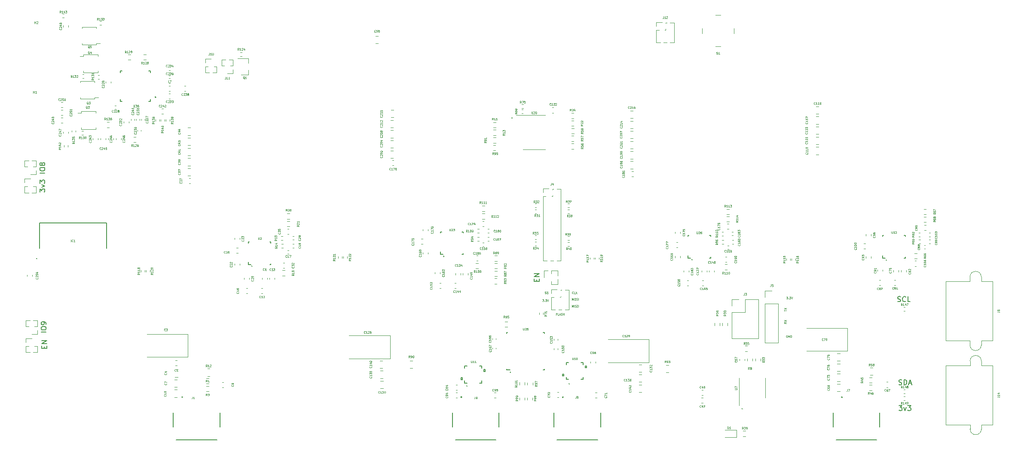
<source format=gbr>
%TF.GenerationSoftware,KiCad,Pcbnew,6.0.0*%
%TF.CreationDate,2022-01-14T14:38:35+01:00*%
%TF.ProjectId,PowerBank V0.2,506f7765-7242-4616-9e6b-2056302e322e,rev?*%
%TF.SameCoordinates,PX2aea540PY80befc0*%
%TF.FileFunction,Legend,Top*%
%TF.FilePolarity,Positive*%
%FSLAX46Y46*%
G04 Gerber Fmt 4.6, Leading zero omitted, Abs format (unit mm)*
G04 Created by KiCad (PCBNEW 6.0.0) date 2022-01-14 14:38:35*
%MOMM*%
%LPD*%
G01*
G04 APERTURE LIST*
%ADD10C,0.150000*%
%ADD11C,0.050000*%
%ADD12C,0.120000*%
%ADD13C,0.200000*%
%ADD14C,0.127000*%
%ADD15C,0.152400*%
%ADD16C,0.100000*%
G04 APERTURE END LIST*
D10*
X173138523Y27407239D02*
X173281380Y27359620D01*
X173519476Y27359620D01*
X173614714Y27407239D01*
X173662333Y27454858D01*
X173709952Y27550096D01*
X173709952Y27645334D01*
X173662333Y27740572D01*
X173614714Y27788191D01*
X173519476Y27835810D01*
X173329000Y27883429D01*
X173233761Y27931048D01*
X173186142Y27978667D01*
X173138523Y28073905D01*
X173138523Y28169143D01*
X173186142Y28264381D01*
X173233761Y28312000D01*
X173329000Y28359620D01*
X173567095Y28359620D01*
X173709952Y28312000D01*
X174709952Y27454858D02*
X174662333Y27407239D01*
X174519476Y27359620D01*
X174424238Y27359620D01*
X174281380Y27407239D01*
X174186142Y27502477D01*
X174138523Y27597715D01*
X174090904Y27788191D01*
X174090904Y27931048D01*
X174138523Y28121524D01*
X174186142Y28216762D01*
X174281380Y28312000D01*
X174424238Y28359620D01*
X174519476Y28359620D01*
X174662333Y28312000D01*
X174709952Y28264381D01*
X175614714Y27359620D02*
X175138523Y27359620D01*
X175138523Y28359620D01*
X173368714Y11024239D02*
X173511571Y10976620D01*
X173749666Y10976620D01*
X173844904Y11024239D01*
X173892523Y11071858D01*
X173940142Y11167096D01*
X173940142Y11262334D01*
X173892523Y11357572D01*
X173844904Y11405191D01*
X173749666Y11452810D01*
X173559190Y11500429D01*
X173463952Y11548048D01*
X173416333Y11595667D01*
X173368714Y11690905D01*
X173368714Y11786143D01*
X173416333Y11881381D01*
X173463952Y11929000D01*
X173559190Y11976620D01*
X173797285Y11976620D01*
X173940142Y11929000D01*
X174368714Y10976620D02*
X174368714Y11976620D01*
X174606809Y11976620D01*
X174749666Y11929000D01*
X174844904Y11833762D01*
X174892523Y11738524D01*
X174940142Y11548048D01*
X174940142Y11405191D01*
X174892523Y11214715D01*
X174844904Y11119477D01*
X174749666Y11024239D01*
X174606809Y10976620D01*
X174368714Y10976620D01*
X175321095Y11262334D02*
X175797285Y11262334D01*
X175225857Y10976620D02*
X175559190Y11976620D01*
X175892523Y10976620D01*
X173392523Y6896620D02*
X174011571Y6896620D01*
X173678238Y6515667D01*
X173821095Y6515667D01*
X173916333Y6468048D01*
X173963952Y6420429D01*
X174011571Y6325191D01*
X174011571Y6087096D01*
X173963952Y5991858D01*
X173916333Y5944239D01*
X173821095Y5896620D01*
X173535380Y5896620D01*
X173440142Y5944239D01*
X173392523Y5991858D01*
X174344904Y6563286D02*
X174583000Y5896620D01*
X174821095Y6563286D01*
X175106809Y6896620D02*
X175725857Y6896620D01*
X175392523Y6515667D01*
X175535380Y6515667D01*
X175630619Y6468048D01*
X175678238Y6420429D01*
X175725857Y6325191D01*
X175725857Y6087096D01*
X175678238Y5991858D01*
X175630619Y5944239D01*
X175535380Y5896620D01*
X175249666Y5896620D01*
X175154428Y5944239D01*
X175106809Y5991858D01*
D11*
X151395238Y20700000D02*
X151357142Y20719048D01*
X151300000Y20719048D01*
X151242857Y20700000D01*
X151204761Y20661905D01*
X151185714Y20623810D01*
X151166666Y20547620D01*
X151166666Y20490477D01*
X151185714Y20414286D01*
X151204761Y20376191D01*
X151242857Y20338096D01*
X151300000Y20319048D01*
X151338095Y20319048D01*
X151395238Y20338096D01*
X151414285Y20357143D01*
X151414285Y20490477D01*
X151338095Y20490477D01*
X151585714Y20319048D02*
X151585714Y20719048D01*
X151814285Y20319048D01*
X151814285Y20719048D01*
X152004761Y20319048D02*
X152004761Y20719048D01*
X152100000Y20719048D01*
X152157142Y20700000D01*
X152195238Y20661905D01*
X152214285Y20623810D01*
X152233333Y20547620D01*
X152233333Y20490477D01*
X152214285Y20414286D01*
X152195238Y20376191D01*
X152157142Y20338096D01*
X152100000Y20319048D01*
X152004761Y20319048D01*
X151209523Y28319048D02*
X151457142Y28319048D01*
X151323809Y28166667D01*
X151380952Y28166667D01*
X151419047Y28147620D01*
X151438095Y28128572D01*
X151457142Y28090477D01*
X151457142Y27995239D01*
X151438095Y27957143D01*
X151419047Y27938096D01*
X151380952Y27919048D01*
X151266666Y27919048D01*
X151228571Y27938096D01*
X151209523Y27957143D01*
X151628571Y27957143D02*
X151647619Y27938096D01*
X151628571Y27919048D01*
X151609523Y27938096D01*
X151628571Y27957143D01*
X151628571Y27919048D01*
X151780952Y28319048D02*
X152028571Y28319048D01*
X151895238Y28166667D01*
X151952380Y28166667D01*
X151990476Y28147620D01*
X152009523Y28128572D01*
X152028571Y28090477D01*
X152028571Y27995239D01*
X152009523Y27957143D01*
X151990476Y27938096D01*
X151952380Y27919048D01*
X151838095Y27919048D01*
X151800000Y27938096D01*
X151780952Y27957143D01*
X152142857Y28319048D02*
X152276190Y27919048D01*
X152409523Y28319048D01*
X151180952Y23333334D02*
X150990476Y23200000D01*
X151180952Y23104762D02*
X150780952Y23104762D01*
X150780952Y23257143D01*
X150800000Y23295239D01*
X150819047Y23314286D01*
X150857142Y23333334D01*
X150914285Y23333334D01*
X150952380Y23314286D01*
X150971428Y23295239D01*
X150990476Y23257143D01*
X150990476Y23104762D01*
X150780952Y23466667D02*
X151180952Y23733334D01*
X150780952Y23733334D02*
X151180952Y23466667D01*
X150780952Y25495239D02*
X150780952Y25723810D01*
X151180952Y25609524D02*
X150780952Y25609524D01*
X150780952Y25819048D02*
X151180952Y26085715D01*
X150780952Y26085715D02*
X151180952Y25819048D01*
X103134523Y27819048D02*
X103382142Y27819048D01*
X103248809Y27666667D01*
X103305952Y27666667D01*
X103344047Y27647620D01*
X103363095Y27628572D01*
X103382142Y27590477D01*
X103382142Y27495239D01*
X103363095Y27457143D01*
X103344047Y27438096D01*
X103305952Y27419048D01*
X103191666Y27419048D01*
X103153571Y27438096D01*
X103134523Y27457143D01*
X103553571Y27457143D02*
X103572619Y27438096D01*
X103553571Y27419048D01*
X103534523Y27438096D01*
X103553571Y27457143D01*
X103553571Y27419048D01*
X103705952Y27819048D02*
X103953571Y27819048D01*
X103820238Y27666667D01*
X103877380Y27666667D01*
X103915476Y27647620D01*
X103934523Y27628572D01*
X103953571Y27590477D01*
X103953571Y27495239D01*
X103934523Y27457143D01*
X103915476Y27438096D01*
X103877380Y27419048D01*
X103763095Y27419048D01*
X103725000Y27438096D01*
X103705952Y27457143D01*
X104067857Y27819048D02*
X104201190Y27419048D01*
X104334523Y27819048D01*
X108946428Y26294048D02*
X108946428Y26694048D01*
X109079761Y26408334D01*
X109213095Y26694048D01*
X109213095Y26294048D01*
X109403571Y26294048D02*
X109403571Y26694048D01*
X109575000Y26313096D02*
X109632142Y26294048D01*
X109727380Y26294048D01*
X109765476Y26313096D01*
X109784523Y26332143D01*
X109803571Y26370239D01*
X109803571Y26408334D01*
X109784523Y26446429D01*
X109765476Y26465477D01*
X109727380Y26484524D01*
X109651190Y26503572D01*
X109613095Y26522620D01*
X109594047Y26541667D01*
X109575000Y26579762D01*
X109575000Y26617858D01*
X109594047Y26655953D01*
X109613095Y26675000D01*
X109651190Y26694048D01*
X109746428Y26694048D01*
X109803571Y26675000D01*
X110051190Y26694048D02*
X110127380Y26694048D01*
X110165476Y26675000D01*
X110203571Y26636905D01*
X110222619Y26560715D01*
X110222619Y26427381D01*
X110203571Y26351191D01*
X110165476Y26313096D01*
X110127380Y26294048D01*
X110051190Y26294048D01*
X110013095Y26313096D01*
X109975000Y26351191D01*
X109955952Y26427381D01*
X109955952Y26560715D01*
X109975000Y26636905D01*
X110013095Y26675000D01*
X110051190Y26694048D01*
X108971428Y27644048D02*
X108971428Y28044048D01*
X109104761Y27758334D01*
X109238095Y28044048D01*
X109238095Y27644048D01*
X109504761Y28044048D02*
X109580952Y28044048D01*
X109619047Y28025000D01*
X109657142Y27986905D01*
X109676190Y27910715D01*
X109676190Y27777381D01*
X109657142Y27701191D01*
X109619047Y27663096D01*
X109580952Y27644048D01*
X109504761Y27644048D01*
X109466666Y27663096D01*
X109428571Y27701191D01*
X109409523Y27777381D01*
X109409523Y27910715D01*
X109428571Y27986905D01*
X109466666Y28025000D01*
X109504761Y28044048D01*
X109828571Y27663096D02*
X109885714Y27644048D01*
X109980952Y27644048D01*
X110019047Y27663096D01*
X110038095Y27682143D01*
X110057142Y27720239D01*
X110057142Y27758334D01*
X110038095Y27796429D01*
X110019047Y27815477D01*
X109980952Y27834524D01*
X109904761Y27853572D01*
X109866666Y27872620D01*
X109847619Y27891667D01*
X109828571Y27929762D01*
X109828571Y27967858D01*
X109847619Y28005953D01*
X109866666Y28025000D01*
X109904761Y28044048D01*
X110000000Y28044048D01*
X110057142Y28025000D01*
X110228571Y27644048D02*
X110228571Y28044048D01*
X103645238Y28963096D02*
X103702380Y28944048D01*
X103797619Y28944048D01*
X103835714Y28963096D01*
X103854761Y28982143D01*
X103873809Y29020239D01*
X103873809Y29058334D01*
X103854761Y29096429D01*
X103835714Y29115477D01*
X103797619Y29134524D01*
X103721428Y29153572D01*
X103683333Y29172620D01*
X103664285Y29191667D01*
X103645238Y29229762D01*
X103645238Y29267858D01*
X103664285Y29305953D01*
X103683333Y29325000D01*
X103721428Y29344048D01*
X103816666Y29344048D01*
X103873809Y29325000D01*
X104026190Y28963096D02*
X104083333Y28944048D01*
X104178571Y28944048D01*
X104216666Y28963096D01*
X104235714Y28982143D01*
X104254761Y29020239D01*
X104254761Y29058334D01*
X104235714Y29096429D01*
X104216666Y29115477D01*
X104178571Y29134524D01*
X104102380Y29153572D01*
X104064285Y29172620D01*
X104045238Y29191667D01*
X104026190Y29229762D01*
X104026190Y29267858D01*
X104045238Y29305953D01*
X104064285Y29325000D01*
X104102380Y29344048D01*
X104197619Y29344048D01*
X104254761Y29325000D01*
X109236904Y28982143D02*
X109217857Y28963096D01*
X109160714Y28944048D01*
X109122619Y28944048D01*
X109065476Y28963096D01*
X109027380Y29001191D01*
X109008333Y29039286D01*
X108989285Y29115477D01*
X108989285Y29172620D01*
X109008333Y29248810D01*
X109027380Y29286905D01*
X109065476Y29325000D01*
X109122619Y29344048D01*
X109160714Y29344048D01*
X109217857Y29325000D01*
X109236904Y29305953D01*
X109598809Y28944048D02*
X109408333Y28944048D01*
X109408333Y29344048D01*
X109732142Y28944048D02*
X109732142Y29344048D01*
X109960714Y28944048D02*
X109789285Y29172620D01*
X109960714Y29344048D02*
X109732142Y29115477D01*
X97100000Y63694048D02*
X97100000Y63598810D01*
X97004761Y63636905D02*
X97100000Y63598810D01*
X97195238Y63636905D01*
X97042857Y63522620D02*
X97100000Y63598810D01*
X97157142Y63522620D01*
D10*
%TO.C,EN*%
X102018571Y31391905D02*
X102018571Y31725239D01*
X102542380Y31868096D02*
X102542380Y31391905D01*
X101542380Y31391905D01*
X101542380Y31868096D01*
X102542380Y32296667D02*
X101542380Y32296667D01*
X102542380Y32868096D01*
X101542380Y32868096D01*
%TO.C,3v3*%
X4109380Y48973524D02*
X4109380Y49592572D01*
X4490333Y49259239D01*
X4490333Y49402096D01*
X4537952Y49497334D01*
X4585571Y49544953D01*
X4680809Y49592572D01*
X4918904Y49592572D01*
X5014142Y49544953D01*
X5061761Y49497334D01*
X5109380Y49402096D01*
X5109380Y49116381D01*
X5061761Y49021143D01*
X5014142Y48973524D01*
X4442714Y49925905D02*
X5109380Y50164000D01*
X4442714Y50402096D01*
X4109380Y50687810D02*
X4109380Y51306858D01*
X4490333Y50973524D01*
X4490333Y51116381D01*
X4537952Y51211620D01*
X4585571Y51259239D01*
X4680809Y51306858D01*
X4918904Y51306858D01*
X5014142Y51259239D01*
X5061761Y51211620D01*
X5109380Y51116381D01*
X5109380Y50830667D01*
X5061761Y50735429D01*
X5014142Y50687810D01*
%TO.C,IO8*%
X5109380Y52720000D02*
X4109380Y52720000D01*
X4109380Y53386667D02*
X4109380Y53577143D01*
X4157000Y53672381D01*
X4252238Y53767620D01*
X4442714Y53815239D01*
X4776047Y53815239D01*
X4966523Y53767620D01*
X5061761Y53672381D01*
X5109380Y53577143D01*
X5109380Y53386667D01*
X5061761Y53291429D01*
X4966523Y53196191D01*
X4776047Y53148572D01*
X4442714Y53148572D01*
X4252238Y53196191D01*
X4157000Y53291429D01*
X4109380Y53386667D01*
X4537952Y54386667D02*
X4490333Y54291429D01*
X4442714Y54243810D01*
X4347476Y54196191D01*
X4299857Y54196191D01*
X4204619Y54243810D01*
X4157000Y54291429D01*
X4109380Y54386667D01*
X4109380Y54577143D01*
X4157000Y54672381D01*
X4204619Y54720000D01*
X4299857Y54767620D01*
X4347476Y54767620D01*
X4442714Y54720000D01*
X4490333Y54672381D01*
X4537952Y54577143D01*
X4537952Y54386667D01*
X4585571Y54291429D01*
X4633190Y54243810D01*
X4728428Y54196191D01*
X4918904Y54196191D01*
X5014142Y54243810D01*
X5061761Y54291429D01*
X5109380Y54386667D01*
X5109380Y54577143D01*
X5061761Y54672381D01*
X5014142Y54720000D01*
X4918904Y54767620D01*
X4728428Y54767620D01*
X4633190Y54720000D01*
X4585571Y54672381D01*
X4537952Y54577143D01*
%TO.C,EN*%
X4966571Y18183905D02*
X4966571Y18517239D01*
X5490380Y18660096D02*
X5490380Y18183905D01*
X4490380Y18183905D01*
X4490380Y18660096D01*
X5490380Y19088667D02*
X4490380Y19088667D01*
X5490380Y19660096D01*
X4490380Y19660096D01*
D11*
%TO.C,IC1*%
X10235523Y39188048D02*
X10235523Y39588048D01*
X10654571Y39226143D02*
X10635523Y39207096D01*
X10578380Y39188048D01*
X10540285Y39188048D01*
X10483142Y39207096D01*
X10445047Y39245191D01*
X10426000Y39283286D01*
X10406952Y39359477D01*
X10406952Y39416620D01*
X10426000Y39492810D01*
X10445047Y39530905D01*
X10483142Y39569000D01*
X10540285Y39588048D01*
X10578380Y39588048D01*
X10635523Y39569000D01*
X10654571Y39549953D01*
X11035523Y39188048D02*
X10806952Y39188048D01*
X10921238Y39188048D02*
X10921238Y39588048D01*
X10883142Y39530905D01*
X10845047Y39492810D01*
X10806952Y39473762D01*
D10*
%TO.C,IO9*%
X5363380Y21351000D02*
X4363380Y21351000D01*
X4363380Y22017667D02*
X4363380Y22208143D01*
X4411000Y22303381D01*
X4506238Y22398620D01*
X4696714Y22446239D01*
X5030047Y22446239D01*
X5220523Y22398620D01*
X5315761Y22303381D01*
X5363380Y22208143D01*
X5363380Y22017667D01*
X5315761Y21922429D01*
X5220523Y21827191D01*
X5030047Y21779572D01*
X4696714Y21779572D01*
X4506238Y21827191D01*
X4411000Y21922429D01*
X4363380Y22017667D01*
X5363380Y22922429D02*
X5363380Y23112905D01*
X5315761Y23208143D01*
X5268142Y23255762D01*
X5125285Y23351000D01*
X4934809Y23398620D01*
X4553857Y23398620D01*
X4458619Y23351000D01*
X4411000Y23303381D01*
X4363380Y23208143D01*
X4363380Y23017667D01*
X4411000Y22922429D01*
X4458619Y22874810D01*
X4553857Y22827191D01*
X4791952Y22827191D01*
X4887190Y22874810D01*
X4934809Y22922429D01*
X4982428Y23017667D01*
X4982428Y23208143D01*
X4934809Y23303381D01*
X4887190Y23351000D01*
X4791952Y23398620D01*
D11*
%TO.C,U36*%
X22576761Y66131048D02*
X22576761Y65807239D01*
X22595809Y65769143D01*
X22614857Y65750096D01*
X22652952Y65731048D01*
X22729142Y65731048D01*
X22767238Y65750096D01*
X22786285Y65769143D01*
X22805333Y65807239D01*
X22805333Y66131048D01*
X22957714Y66131048D02*
X23205333Y66131048D01*
X23072000Y65978667D01*
X23129142Y65978667D01*
X23167238Y65959620D01*
X23186285Y65940572D01*
X23205333Y65902477D01*
X23205333Y65807239D01*
X23186285Y65769143D01*
X23167238Y65750096D01*
X23129142Y65731048D01*
X23014857Y65731048D01*
X22976761Y65750096D01*
X22957714Y65769143D01*
X23548190Y66131048D02*
X23472000Y66131048D01*
X23433904Y66112000D01*
X23414857Y66092953D01*
X23376761Y66035810D01*
X23357714Y65959620D01*
X23357714Y65807239D01*
X23376761Y65769143D01*
X23395809Y65750096D01*
X23433904Y65731048D01*
X23510095Y65731048D01*
X23548190Y65750096D01*
X23567238Y65769143D01*
X23586285Y65807239D01*
X23586285Y65902477D01*
X23567238Y65940572D01*
X23548190Y65959620D01*
X23510095Y65978667D01*
X23433904Y65978667D01*
X23395809Y65959620D01*
X23376761Y65940572D01*
X23357714Y65902477D01*
%TO.C,R149*%
X174006380Y7184048D02*
X173873047Y7374524D01*
X173777809Y7184048D02*
X173777809Y7584048D01*
X173930190Y7584048D01*
X173968285Y7565000D01*
X173987333Y7545953D01*
X174006380Y7507858D01*
X174006380Y7450715D01*
X173987333Y7412620D01*
X173968285Y7393572D01*
X173930190Y7374524D01*
X173777809Y7374524D01*
X174387333Y7184048D02*
X174158761Y7184048D01*
X174273047Y7184048D02*
X174273047Y7584048D01*
X174234952Y7526905D01*
X174196857Y7488810D01*
X174158761Y7469762D01*
X174730190Y7450715D02*
X174730190Y7184048D01*
X174634952Y7603096D02*
X174539714Y7317381D01*
X174787333Y7317381D01*
X174958761Y7184048D02*
X175034952Y7184048D01*
X175073047Y7203096D01*
X175092095Y7222143D01*
X175130190Y7279286D01*
X175149238Y7355477D01*
X175149238Y7507858D01*
X175130190Y7545953D01*
X175111142Y7565000D01*
X175073047Y7584048D01*
X174996857Y7584048D01*
X174958761Y7565000D01*
X174939714Y7545953D01*
X174920666Y7507858D01*
X174920666Y7412620D01*
X174939714Y7374524D01*
X174958761Y7355477D01*
X174996857Y7336429D01*
X175073047Y7336429D01*
X175111142Y7355477D01*
X175130190Y7374524D01*
X175149238Y7412620D01*
%TO.C,R148*%
X174008380Y10359048D02*
X173875047Y10549524D01*
X173779809Y10359048D02*
X173779809Y10759048D01*
X173932190Y10759048D01*
X173970285Y10740000D01*
X173989333Y10720953D01*
X174008380Y10682858D01*
X174008380Y10625715D01*
X173989333Y10587620D01*
X173970285Y10568572D01*
X173932190Y10549524D01*
X173779809Y10549524D01*
X174389333Y10359048D02*
X174160761Y10359048D01*
X174275047Y10359048D02*
X174275047Y10759048D01*
X174236952Y10701905D01*
X174198857Y10663810D01*
X174160761Y10644762D01*
X174732190Y10625715D02*
X174732190Y10359048D01*
X174636952Y10778096D02*
X174541714Y10492381D01*
X174789333Y10492381D01*
X174998857Y10587620D02*
X174960761Y10606667D01*
X174941714Y10625715D01*
X174922666Y10663810D01*
X174922666Y10682858D01*
X174941714Y10720953D01*
X174960761Y10740000D01*
X174998857Y10759048D01*
X175075047Y10759048D01*
X175113142Y10740000D01*
X175132190Y10720953D01*
X175151238Y10682858D01*
X175151238Y10663810D01*
X175132190Y10625715D01*
X175113142Y10606667D01*
X175075047Y10587620D01*
X174998857Y10587620D01*
X174960761Y10568572D01*
X174941714Y10549524D01*
X174922666Y10511429D01*
X174922666Y10435239D01*
X174941714Y10397143D01*
X174960761Y10378096D01*
X174998857Y10359048D01*
X175075047Y10359048D01*
X175113142Y10378096D01*
X175132190Y10397143D01*
X175151238Y10435239D01*
X175151238Y10511429D01*
X175132190Y10549524D01*
X175113142Y10568572D01*
X175075047Y10587620D01*
%TO.C,R147*%
X174010380Y26615048D02*
X173877047Y26805524D01*
X173781809Y26615048D02*
X173781809Y27015048D01*
X173934190Y27015048D01*
X173972285Y26996000D01*
X173991333Y26976953D01*
X174010380Y26938858D01*
X174010380Y26881715D01*
X173991333Y26843620D01*
X173972285Y26824572D01*
X173934190Y26805524D01*
X173781809Y26805524D01*
X174391333Y26615048D02*
X174162761Y26615048D01*
X174277047Y26615048D02*
X174277047Y27015048D01*
X174238952Y26957905D01*
X174200857Y26919810D01*
X174162761Y26900762D01*
X174734190Y26881715D02*
X174734190Y26615048D01*
X174638952Y27034096D02*
X174543714Y26748381D01*
X174791333Y26748381D01*
X174905619Y27015048D02*
X175172285Y27015048D01*
X175000857Y26615048D01*
%TO.C,R143*%
X8273380Y84273048D02*
X8140047Y84463524D01*
X8044809Y84273048D02*
X8044809Y84673048D01*
X8197190Y84673048D01*
X8235285Y84654000D01*
X8254333Y84634953D01*
X8273380Y84596858D01*
X8273380Y84539715D01*
X8254333Y84501620D01*
X8235285Y84482572D01*
X8197190Y84463524D01*
X8044809Y84463524D01*
X8654333Y84273048D02*
X8425761Y84273048D01*
X8540047Y84273048D02*
X8540047Y84673048D01*
X8501952Y84615905D01*
X8463857Y84577810D01*
X8425761Y84558762D01*
X8997190Y84539715D02*
X8997190Y84273048D01*
X8901952Y84692096D02*
X8806714Y84406381D01*
X9054333Y84406381D01*
X9168619Y84673048D02*
X9416238Y84673048D01*
X9282904Y84520667D01*
X9340047Y84520667D01*
X9378142Y84501620D01*
X9397190Y84482572D01*
X9416238Y84444477D01*
X9416238Y84349239D01*
X9397190Y84311143D01*
X9378142Y84292096D01*
X9340047Y84273048D01*
X9225761Y84273048D01*
X9187666Y84292096D01*
X9168619Y84311143D01*
%TO.C,R142*%
X8239952Y57588381D02*
X8049476Y57455048D01*
X8239952Y57359810D02*
X7839952Y57359810D01*
X7839952Y57512191D01*
X7859000Y57550286D01*
X7878047Y57569334D01*
X7916142Y57588381D01*
X7973285Y57588381D01*
X8011380Y57569334D01*
X8030428Y57550286D01*
X8049476Y57512191D01*
X8049476Y57359810D01*
X8239952Y57969334D02*
X8239952Y57740762D01*
X8239952Y57855048D02*
X7839952Y57855048D01*
X7897095Y57816953D01*
X7935190Y57778858D01*
X7954238Y57740762D01*
X7973285Y58312191D02*
X8239952Y58312191D01*
X7820904Y58216953D02*
X8106619Y58121715D01*
X8106619Y58369334D01*
X7878047Y58502667D02*
X7859000Y58521715D01*
X7839952Y58559810D01*
X7839952Y58655048D01*
X7859000Y58693143D01*
X7878047Y58712191D01*
X7916142Y58731239D01*
X7954238Y58731239D01*
X8011380Y58712191D01*
X8239952Y58483620D01*
X8239952Y58731239D01*
%TO.C,R140*%
X28459952Y60892381D02*
X28269476Y60759048D01*
X28459952Y60663810D02*
X28059952Y60663810D01*
X28059952Y60816191D01*
X28079000Y60854286D01*
X28098047Y60873334D01*
X28136142Y60892381D01*
X28193285Y60892381D01*
X28231380Y60873334D01*
X28250428Y60854286D01*
X28269476Y60816191D01*
X28269476Y60663810D01*
X28459952Y61273334D02*
X28459952Y61044762D01*
X28459952Y61159048D02*
X28059952Y61159048D01*
X28117095Y61120953D01*
X28155190Y61082858D01*
X28174238Y61044762D01*
X28193285Y61616191D02*
X28459952Y61616191D01*
X28040904Y61520953D02*
X28326619Y61425715D01*
X28326619Y61673334D01*
X28059952Y61901905D02*
X28059952Y61940000D01*
X28079000Y61978096D01*
X28098047Y61997143D01*
X28136142Y62016191D01*
X28212333Y62035239D01*
X28307571Y62035239D01*
X28383761Y62016191D01*
X28421857Y61997143D01*
X28440904Y61978096D01*
X28459952Y61940000D01*
X28459952Y61901905D01*
X28440904Y61863810D01*
X28421857Y61844762D01*
X28383761Y61825715D01*
X28307571Y61806667D01*
X28212333Y61806667D01*
X28136142Y61825715D01*
X28098047Y61844762D01*
X28079000Y61863810D01*
X28059952Y61901905D01*
%TO.C,R139*%
X30364952Y62668381D02*
X30174476Y62535048D01*
X30364952Y62439810D02*
X29964952Y62439810D01*
X29964952Y62592191D01*
X29984000Y62630286D01*
X30003047Y62649334D01*
X30041142Y62668381D01*
X30098285Y62668381D01*
X30136380Y62649334D01*
X30155428Y62630286D01*
X30174476Y62592191D01*
X30174476Y62439810D01*
X30364952Y63049334D02*
X30364952Y62820762D01*
X30364952Y62935048D02*
X29964952Y62935048D01*
X30022095Y62896953D01*
X30060190Y62858858D01*
X30079238Y62820762D01*
X29964952Y63182667D02*
X29964952Y63430286D01*
X30117333Y63296953D01*
X30117333Y63354096D01*
X30136380Y63392191D01*
X30155428Y63411239D01*
X30193523Y63430286D01*
X30288761Y63430286D01*
X30326857Y63411239D01*
X30345904Y63392191D01*
X30364952Y63354096D01*
X30364952Y63239810D01*
X30345904Y63201715D01*
X30326857Y63182667D01*
X30364952Y63620762D02*
X30364952Y63696953D01*
X30345904Y63735048D01*
X30326857Y63754096D01*
X30269714Y63792191D01*
X30193523Y63811239D01*
X30041142Y63811239D01*
X30003047Y63792191D01*
X29984000Y63773143D01*
X29964952Y63735048D01*
X29964952Y63658858D01*
X29984000Y63620762D01*
X30003047Y63601715D01*
X30041142Y63582667D01*
X30136380Y63582667D01*
X30174476Y63601715D01*
X30193523Y63620762D01*
X30212571Y63658858D01*
X30212571Y63735048D01*
X30193523Y63773143D01*
X30174476Y63792191D01*
X30136380Y63811239D01*
%TO.C,R138*%
X26681952Y62672381D02*
X26491476Y62539048D01*
X26681952Y62443810D02*
X26281952Y62443810D01*
X26281952Y62596191D01*
X26301000Y62634286D01*
X26320047Y62653334D01*
X26358142Y62672381D01*
X26415285Y62672381D01*
X26453380Y62653334D01*
X26472428Y62634286D01*
X26491476Y62596191D01*
X26491476Y62443810D01*
X26681952Y63053334D02*
X26681952Y62824762D01*
X26681952Y62939048D02*
X26281952Y62939048D01*
X26339095Y62900953D01*
X26377190Y62862858D01*
X26396238Y62824762D01*
X26281952Y63186667D02*
X26281952Y63434286D01*
X26434333Y63300953D01*
X26434333Y63358096D01*
X26453380Y63396191D01*
X26472428Y63415239D01*
X26510523Y63434286D01*
X26605761Y63434286D01*
X26643857Y63415239D01*
X26662904Y63396191D01*
X26681952Y63358096D01*
X26681952Y63243810D01*
X26662904Y63205715D01*
X26643857Y63186667D01*
X26453380Y63662858D02*
X26434333Y63624762D01*
X26415285Y63605715D01*
X26377190Y63586667D01*
X26358142Y63586667D01*
X26320047Y63605715D01*
X26301000Y63624762D01*
X26281952Y63662858D01*
X26281952Y63739048D01*
X26301000Y63777143D01*
X26320047Y63796191D01*
X26358142Y63815239D01*
X26377190Y63815239D01*
X26415285Y63796191D01*
X26434333Y63777143D01*
X26453380Y63739048D01*
X26453380Y63662858D01*
X26472428Y63624762D01*
X26491476Y63605715D01*
X26529571Y63586667D01*
X26605761Y63586667D01*
X26643857Y63605715D01*
X26662904Y63624762D01*
X26681952Y63662858D01*
X26681952Y63739048D01*
X26662904Y63777143D01*
X26643857Y63796191D01*
X26605761Y63815239D01*
X26529571Y63815239D01*
X26491476Y63796191D01*
X26472428Y63777143D01*
X26453380Y63739048D01*
%TO.C,R136*%
X17100380Y63191048D02*
X16967047Y63381524D01*
X16871809Y63191048D02*
X16871809Y63591048D01*
X17024190Y63591048D01*
X17062285Y63572000D01*
X17081333Y63552953D01*
X17100380Y63514858D01*
X17100380Y63457715D01*
X17081333Y63419620D01*
X17062285Y63400572D01*
X17024190Y63381524D01*
X16871809Y63381524D01*
X17481333Y63191048D02*
X17252761Y63191048D01*
X17367047Y63191048D02*
X17367047Y63591048D01*
X17328952Y63533905D01*
X17290857Y63495810D01*
X17252761Y63476762D01*
X17614666Y63591048D02*
X17862285Y63591048D01*
X17728952Y63438667D01*
X17786095Y63438667D01*
X17824190Y63419620D01*
X17843238Y63400572D01*
X17862285Y63362477D01*
X17862285Y63267239D01*
X17843238Y63229143D01*
X17824190Y63210096D01*
X17786095Y63191048D01*
X17671809Y63191048D01*
X17633714Y63210096D01*
X17614666Y63229143D01*
X18205142Y63591048D02*
X18128952Y63591048D01*
X18090857Y63572000D01*
X18071809Y63552953D01*
X18033714Y63495810D01*
X18014666Y63419620D01*
X18014666Y63267239D01*
X18033714Y63229143D01*
X18052761Y63210096D01*
X18090857Y63191048D01*
X18167047Y63191048D01*
X18205142Y63210096D01*
X18224190Y63229143D01*
X18243238Y63267239D01*
X18243238Y63362477D01*
X18224190Y63400572D01*
X18205142Y63419620D01*
X18167047Y63438667D01*
X18090857Y63438667D01*
X18052761Y63419620D01*
X18033714Y63400572D01*
X18014666Y63362477D01*
%TO.C,R135*%
X10933952Y58733381D02*
X10743476Y58600048D01*
X10933952Y58504810D02*
X10533952Y58504810D01*
X10533952Y58657191D01*
X10553000Y58695286D01*
X10572047Y58714334D01*
X10610142Y58733381D01*
X10667285Y58733381D01*
X10705380Y58714334D01*
X10724428Y58695286D01*
X10743476Y58657191D01*
X10743476Y58504810D01*
X10933952Y59114334D02*
X10933952Y58885762D01*
X10933952Y59000048D02*
X10533952Y59000048D01*
X10591095Y58961953D01*
X10629190Y58923858D01*
X10648238Y58885762D01*
X10533952Y59247667D02*
X10533952Y59495286D01*
X10686333Y59361953D01*
X10686333Y59419096D01*
X10705380Y59457191D01*
X10724428Y59476239D01*
X10762523Y59495286D01*
X10857761Y59495286D01*
X10895857Y59476239D01*
X10914904Y59457191D01*
X10933952Y59419096D01*
X10933952Y59304810D01*
X10914904Y59266715D01*
X10895857Y59247667D01*
X10533952Y59857191D02*
X10533952Y59666715D01*
X10724428Y59647667D01*
X10705380Y59666715D01*
X10686333Y59704810D01*
X10686333Y59800048D01*
X10705380Y59838143D01*
X10724428Y59857191D01*
X10762523Y59876239D01*
X10857761Y59876239D01*
X10895857Y59857191D01*
X10914904Y59838143D01*
X10933952Y59800048D01*
X10933952Y59704810D01*
X10914904Y59666715D01*
X10895857Y59647667D01*
%TO.C,R133*%
X15639380Y82876048D02*
X15506047Y83066524D01*
X15410809Y82876048D02*
X15410809Y83276048D01*
X15563190Y83276048D01*
X15601285Y83257000D01*
X15620333Y83237953D01*
X15639380Y83199858D01*
X15639380Y83142715D01*
X15620333Y83104620D01*
X15601285Y83085572D01*
X15563190Y83066524D01*
X15410809Y83066524D01*
X16020333Y82876048D02*
X15791761Y82876048D01*
X15906047Y82876048D02*
X15906047Y83276048D01*
X15867952Y83218905D01*
X15829857Y83180810D01*
X15791761Y83161762D01*
X16153666Y83276048D02*
X16401285Y83276048D01*
X16267952Y83123667D01*
X16325095Y83123667D01*
X16363190Y83104620D01*
X16382238Y83085572D01*
X16401285Y83047477D01*
X16401285Y82952239D01*
X16382238Y82914143D01*
X16363190Y82895096D01*
X16325095Y82876048D01*
X16210809Y82876048D01*
X16172714Y82895096D01*
X16153666Y82914143D01*
X16534619Y83276048D02*
X16782238Y83276048D01*
X16648904Y83123667D01*
X16706047Y83123667D01*
X16744142Y83104620D01*
X16763190Y83085572D01*
X16782238Y83047477D01*
X16782238Y82952239D01*
X16763190Y82914143D01*
X16744142Y82895096D01*
X16706047Y82876048D01*
X16591761Y82876048D01*
X16553666Y82895096D01*
X16534619Y82914143D01*
%TO.C,R132*%
X10432380Y71573048D02*
X10299047Y71763524D01*
X10203809Y71573048D02*
X10203809Y71973048D01*
X10356190Y71973048D01*
X10394285Y71954000D01*
X10413333Y71934953D01*
X10432380Y71896858D01*
X10432380Y71839715D01*
X10413333Y71801620D01*
X10394285Y71782572D01*
X10356190Y71763524D01*
X10203809Y71763524D01*
X10813333Y71573048D02*
X10584761Y71573048D01*
X10699047Y71573048D02*
X10699047Y71973048D01*
X10660952Y71915905D01*
X10622857Y71877810D01*
X10584761Y71858762D01*
X10946666Y71973048D02*
X11194285Y71973048D01*
X11060952Y71820667D01*
X11118095Y71820667D01*
X11156190Y71801620D01*
X11175238Y71782572D01*
X11194285Y71744477D01*
X11194285Y71649239D01*
X11175238Y71611143D01*
X11156190Y71592096D01*
X11118095Y71573048D01*
X11003809Y71573048D01*
X10965714Y71592096D01*
X10946666Y71611143D01*
X11346666Y71934953D02*
X11365714Y71954000D01*
X11403809Y71973048D01*
X11499047Y71973048D01*
X11537142Y71954000D01*
X11556190Y71934953D01*
X11575238Y71896858D01*
X11575238Y71858762D01*
X11556190Y71801620D01*
X11327619Y71573048D01*
X11575238Y71573048D01*
%TO.C,R131*%
X14743952Y71306381D02*
X14553476Y71173048D01*
X14743952Y71077810D02*
X14343952Y71077810D01*
X14343952Y71230191D01*
X14363000Y71268286D01*
X14382047Y71287334D01*
X14420142Y71306381D01*
X14477285Y71306381D01*
X14515380Y71287334D01*
X14534428Y71268286D01*
X14553476Y71230191D01*
X14553476Y71077810D01*
X14743952Y71687334D02*
X14743952Y71458762D01*
X14743952Y71573048D02*
X14343952Y71573048D01*
X14401095Y71534953D01*
X14439190Y71496858D01*
X14458238Y71458762D01*
X14343952Y71820667D02*
X14343952Y72068286D01*
X14496333Y71934953D01*
X14496333Y71992096D01*
X14515380Y72030191D01*
X14534428Y72049239D01*
X14572523Y72068286D01*
X14667761Y72068286D01*
X14705857Y72049239D01*
X14724904Y72030191D01*
X14743952Y71992096D01*
X14743952Y71877810D01*
X14724904Y71839715D01*
X14705857Y71820667D01*
X14743952Y72449239D02*
X14743952Y72220667D01*
X14743952Y72334953D02*
X14343952Y72334953D01*
X14401095Y72296858D01*
X14439190Y72258762D01*
X14458238Y72220667D01*
%TO.C,R130*%
X12083380Y59508048D02*
X11950047Y59698524D01*
X11854809Y59508048D02*
X11854809Y59908048D01*
X12007190Y59908048D01*
X12045285Y59889000D01*
X12064333Y59869953D01*
X12083380Y59831858D01*
X12083380Y59774715D01*
X12064333Y59736620D01*
X12045285Y59717572D01*
X12007190Y59698524D01*
X11854809Y59698524D01*
X12464333Y59508048D02*
X12235761Y59508048D01*
X12350047Y59508048D02*
X12350047Y59908048D01*
X12311952Y59850905D01*
X12273857Y59812810D01*
X12235761Y59793762D01*
X12597666Y59908048D02*
X12845285Y59908048D01*
X12711952Y59755667D01*
X12769095Y59755667D01*
X12807190Y59736620D01*
X12826238Y59717572D01*
X12845285Y59679477D01*
X12845285Y59584239D01*
X12826238Y59546143D01*
X12807190Y59527096D01*
X12769095Y59508048D01*
X12654809Y59508048D01*
X12616714Y59527096D01*
X12597666Y59546143D01*
X13092904Y59908048D02*
X13131000Y59908048D01*
X13169095Y59889000D01*
X13188142Y59869953D01*
X13207190Y59831858D01*
X13226238Y59755667D01*
X13226238Y59660429D01*
X13207190Y59584239D01*
X13188142Y59546143D01*
X13169095Y59527096D01*
X13131000Y59508048D01*
X13092904Y59508048D01*
X13054809Y59527096D01*
X13035761Y59546143D01*
X13016714Y59584239D01*
X12997666Y59660429D01*
X12997666Y59755667D01*
X13016714Y59831858D01*
X13035761Y59869953D01*
X13054809Y59889000D01*
X13092904Y59908048D01*
%TO.C,R129*%
X21100380Y76399048D02*
X20967047Y76589524D01*
X20871809Y76399048D02*
X20871809Y76799048D01*
X21024190Y76799048D01*
X21062285Y76780000D01*
X21081333Y76760953D01*
X21100380Y76722858D01*
X21100380Y76665715D01*
X21081333Y76627620D01*
X21062285Y76608572D01*
X21024190Y76589524D01*
X20871809Y76589524D01*
X21481333Y76399048D02*
X21252761Y76399048D01*
X21367047Y76399048D02*
X21367047Y76799048D01*
X21328952Y76741905D01*
X21290857Y76703810D01*
X21252761Y76684762D01*
X21633714Y76760953D02*
X21652761Y76780000D01*
X21690857Y76799048D01*
X21786095Y76799048D01*
X21824190Y76780000D01*
X21843238Y76760953D01*
X21862285Y76722858D01*
X21862285Y76684762D01*
X21843238Y76627620D01*
X21614666Y76399048D01*
X21862285Y76399048D01*
X22052761Y76399048D02*
X22128952Y76399048D01*
X22167047Y76418096D01*
X22186095Y76437143D01*
X22224190Y76494286D01*
X22243238Y76570477D01*
X22243238Y76722858D01*
X22224190Y76760953D01*
X22205142Y76780000D01*
X22167047Y76799048D01*
X22090857Y76799048D01*
X22052761Y76780000D01*
X22033714Y76760953D01*
X22014666Y76722858D01*
X22014666Y76627620D01*
X22033714Y76589524D01*
X22052761Y76570477D01*
X22090857Y76551429D01*
X22167047Y76551429D01*
X22205142Y76570477D01*
X22224190Y76589524D01*
X22243238Y76627620D01*
%TO.C,R128*%
X24339380Y74240048D02*
X24206047Y74430524D01*
X24110809Y74240048D02*
X24110809Y74640048D01*
X24263190Y74640048D01*
X24301285Y74621000D01*
X24320333Y74601953D01*
X24339380Y74563858D01*
X24339380Y74506715D01*
X24320333Y74468620D01*
X24301285Y74449572D01*
X24263190Y74430524D01*
X24110809Y74430524D01*
X24720333Y74240048D02*
X24491761Y74240048D01*
X24606047Y74240048D02*
X24606047Y74640048D01*
X24567952Y74582905D01*
X24529857Y74544810D01*
X24491761Y74525762D01*
X24872714Y74601953D02*
X24891761Y74621000D01*
X24929857Y74640048D01*
X25025095Y74640048D01*
X25063190Y74621000D01*
X25082238Y74601953D01*
X25101285Y74563858D01*
X25101285Y74525762D01*
X25082238Y74468620D01*
X24853666Y74240048D01*
X25101285Y74240048D01*
X25329857Y74468620D02*
X25291761Y74487667D01*
X25272714Y74506715D01*
X25253666Y74544810D01*
X25253666Y74563858D01*
X25272714Y74601953D01*
X25291761Y74621000D01*
X25329857Y74640048D01*
X25406047Y74640048D01*
X25444142Y74621000D01*
X25463190Y74601953D01*
X25482238Y74563858D01*
X25482238Y74544810D01*
X25463190Y74506715D01*
X25444142Y74487667D01*
X25406047Y74468620D01*
X25329857Y74468620D01*
X25291761Y74449572D01*
X25272714Y74430524D01*
X25253666Y74392429D01*
X25253666Y74316239D01*
X25272714Y74278143D01*
X25291761Y74259096D01*
X25329857Y74240048D01*
X25406047Y74240048D01*
X25444142Y74259096D01*
X25463190Y74278143D01*
X25482238Y74316239D01*
X25482238Y74392429D01*
X25463190Y74430524D01*
X25444142Y74449572D01*
X25406047Y74468620D01*
%TO.C,R126*%
X22370380Y57984048D02*
X22237047Y58174524D01*
X22141809Y57984048D02*
X22141809Y58384048D01*
X22294190Y58384048D01*
X22332285Y58365000D01*
X22351333Y58345953D01*
X22370380Y58307858D01*
X22370380Y58250715D01*
X22351333Y58212620D01*
X22332285Y58193572D01*
X22294190Y58174524D01*
X22141809Y58174524D01*
X22751333Y57984048D02*
X22522761Y57984048D01*
X22637047Y57984048D02*
X22637047Y58384048D01*
X22598952Y58326905D01*
X22560857Y58288810D01*
X22522761Y58269762D01*
X22903714Y58345953D02*
X22922761Y58365000D01*
X22960857Y58384048D01*
X23056095Y58384048D01*
X23094190Y58365000D01*
X23113238Y58345953D01*
X23132285Y58307858D01*
X23132285Y58269762D01*
X23113238Y58212620D01*
X22884666Y57984048D01*
X23132285Y57984048D01*
X23475142Y58384048D02*
X23398952Y58384048D01*
X23360857Y58365000D01*
X23341809Y58345953D01*
X23303714Y58288810D01*
X23284666Y58212620D01*
X23284666Y58060239D01*
X23303714Y58022143D01*
X23322761Y58003096D01*
X23360857Y57984048D01*
X23437047Y57984048D01*
X23475142Y58003096D01*
X23494190Y58022143D01*
X23513238Y58060239D01*
X23513238Y58155477D01*
X23494190Y58193572D01*
X23475142Y58212620D01*
X23437047Y58231667D01*
X23360857Y58231667D01*
X23322761Y58212620D01*
X23303714Y58193572D01*
X23284666Y58155477D01*
%TO.C,Q5*%
X13889904Y77376953D02*
X13851809Y77396000D01*
X13813714Y77434096D01*
X13756571Y77491239D01*
X13718476Y77510286D01*
X13680380Y77510286D01*
X13699428Y77415048D02*
X13661333Y77434096D01*
X13623238Y77472191D01*
X13604190Y77548381D01*
X13604190Y77681715D01*
X13623238Y77757905D01*
X13661333Y77796000D01*
X13699428Y77815048D01*
X13775619Y77815048D01*
X13813714Y77796000D01*
X13851809Y77757905D01*
X13870857Y77681715D01*
X13870857Y77548381D01*
X13851809Y77472191D01*
X13813714Y77434096D01*
X13775619Y77415048D01*
X13699428Y77415048D01*
X14232761Y77815048D02*
X14042285Y77815048D01*
X14023238Y77624572D01*
X14042285Y77643620D01*
X14080380Y77662667D01*
X14175619Y77662667D01*
X14213714Y77643620D01*
X14232761Y77624572D01*
X14251809Y77586477D01*
X14251809Y77491239D01*
X14232761Y77453143D01*
X14213714Y77434096D01*
X14175619Y77415048D01*
X14080380Y77415048D01*
X14042285Y77434096D01*
X14023238Y77453143D01*
%TO.C,Q4*%
X13889904Y76233953D02*
X13851809Y76253000D01*
X13813714Y76291096D01*
X13756571Y76348239D01*
X13718476Y76367286D01*
X13680380Y76367286D01*
X13699428Y76272048D02*
X13661333Y76291096D01*
X13623238Y76329191D01*
X13604190Y76405381D01*
X13604190Y76538715D01*
X13623238Y76614905D01*
X13661333Y76653000D01*
X13699428Y76672048D01*
X13775619Y76672048D01*
X13813714Y76653000D01*
X13851809Y76614905D01*
X13870857Y76538715D01*
X13870857Y76405381D01*
X13851809Y76329191D01*
X13813714Y76291096D01*
X13775619Y76272048D01*
X13699428Y76272048D01*
X14213714Y76538715D02*
X14213714Y76272048D01*
X14118476Y76691096D02*
X14023238Y76405381D01*
X14270857Y76405381D01*
%TO.C,Q3*%
X13652904Y66308953D02*
X13614809Y66328000D01*
X13576714Y66366096D01*
X13519571Y66423239D01*
X13481476Y66442286D01*
X13443380Y66442286D01*
X13462428Y66347048D02*
X13424333Y66366096D01*
X13386238Y66404191D01*
X13367190Y66480381D01*
X13367190Y66613715D01*
X13386238Y66689905D01*
X13424333Y66728000D01*
X13462428Y66747048D01*
X13538619Y66747048D01*
X13576714Y66728000D01*
X13614809Y66689905D01*
X13633857Y66613715D01*
X13633857Y66480381D01*
X13614809Y66404191D01*
X13576714Y66366096D01*
X13538619Y66347048D01*
X13462428Y66347048D01*
X13767190Y66747048D02*
X14014809Y66747048D01*
X13881476Y66594667D01*
X13938619Y66594667D01*
X13976714Y66575620D01*
X13995761Y66556572D01*
X14014809Y66518477D01*
X14014809Y66423239D01*
X13995761Y66385143D01*
X13976714Y66366096D01*
X13938619Y66347048D01*
X13824333Y66347048D01*
X13786238Y66366096D01*
X13767190Y66385143D01*
%TO.C,Q2*%
X13486904Y65448953D02*
X13448809Y65468000D01*
X13410714Y65506096D01*
X13353571Y65563239D01*
X13315476Y65582286D01*
X13277380Y65582286D01*
X13296428Y65487048D02*
X13258333Y65506096D01*
X13220238Y65544191D01*
X13201190Y65620381D01*
X13201190Y65753715D01*
X13220238Y65829905D01*
X13258333Y65868000D01*
X13296428Y65887048D01*
X13372619Y65887048D01*
X13410714Y65868000D01*
X13448809Y65829905D01*
X13467857Y65753715D01*
X13467857Y65620381D01*
X13448809Y65544191D01*
X13410714Y65506096D01*
X13372619Y65487048D01*
X13296428Y65487048D01*
X13620238Y65848953D02*
X13639285Y65868000D01*
X13677380Y65887048D01*
X13772619Y65887048D01*
X13810714Y65868000D01*
X13829761Y65848953D01*
X13848809Y65810858D01*
X13848809Y65772762D01*
X13829761Y65715620D01*
X13601190Y65487048D01*
X13848809Y65487048D01*
%TO.C,L7*%
X29609333Y70590048D02*
X29418857Y70590048D01*
X29418857Y70990048D01*
X29704571Y70990048D02*
X29971238Y70990048D01*
X29799809Y70590048D01*
%TO.C,J14*%
X192800952Y8621191D02*
X193086666Y8621191D01*
X193143809Y8602143D01*
X193181904Y8564048D01*
X193200952Y8506905D01*
X193200952Y8468810D01*
X193200952Y9021191D02*
X193200952Y8792620D01*
X193200952Y8906905D02*
X192800952Y8906905D01*
X192858095Y8868810D01*
X192896190Y8830715D01*
X192915238Y8792620D01*
X192934285Y9364048D02*
X193200952Y9364048D01*
X192781904Y9268810D02*
X193067619Y9173572D01*
X193067619Y9421191D01*
%TO.C,H2*%
X3082238Y82185048D02*
X3082238Y82585048D01*
X3082238Y82394572D02*
X3310809Y82394572D01*
X3310809Y82185048D02*
X3310809Y82585048D01*
X3482238Y82546953D02*
X3501285Y82566000D01*
X3539380Y82585048D01*
X3634619Y82585048D01*
X3672714Y82566000D01*
X3691761Y82546953D01*
X3710809Y82508858D01*
X3710809Y82470762D01*
X3691761Y82413620D01*
X3463190Y82185048D01*
X3710809Y82185048D01*
%TO.C,H1*%
X2828238Y68469048D02*
X2828238Y68869048D01*
X2828238Y68678572D02*
X3056809Y68678572D01*
X3056809Y68469048D02*
X3056809Y68869048D01*
X3456809Y68469048D02*
X3228238Y68469048D01*
X3342523Y68469048D02*
X3342523Y68869048D01*
X3304428Y68811905D01*
X3266333Y68773810D01*
X3228238Y68754762D01*
%TO.C,C254*%
X3689857Y32063381D02*
X3708904Y32044334D01*
X3727952Y31987191D01*
X3727952Y31949096D01*
X3708904Y31891953D01*
X3670809Y31853858D01*
X3632714Y31834810D01*
X3556523Y31815762D01*
X3499380Y31815762D01*
X3423190Y31834810D01*
X3385095Y31853858D01*
X3347000Y31891953D01*
X3327952Y31949096D01*
X3327952Y31987191D01*
X3347000Y32044334D01*
X3366047Y32063381D01*
X3366047Y32215762D02*
X3347000Y32234810D01*
X3327952Y32272905D01*
X3327952Y32368143D01*
X3347000Y32406239D01*
X3366047Y32425286D01*
X3404142Y32444334D01*
X3442238Y32444334D01*
X3499380Y32425286D01*
X3727952Y32196715D01*
X3727952Y32444334D01*
X3327952Y32806239D02*
X3327952Y32615762D01*
X3518428Y32596715D01*
X3499380Y32615762D01*
X3480333Y32653858D01*
X3480333Y32749096D01*
X3499380Y32787191D01*
X3518428Y32806239D01*
X3556523Y32825286D01*
X3651761Y32825286D01*
X3689857Y32806239D01*
X3708904Y32787191D01*
X3727952Y32749096D01*
X3727952Y32653858D01*
X3708904Y32615762D01*
X3689857Y32596715D01*
X3461285Y33168143D02*
X3727952Y33168143D01*
X3308904Y33072905D02*
X3594619Y32977667D01*
X3594619Y33225286D01*
%TO.C,C251*%
X10387857Y64194381D02*
X10406904Y64175334D01*
X10425952Y64118191D01*
X10425952Y64080096D01*
X10406904Y64022953D01*
X10368809Y63984858D01*
X10330714Y63965810D01*
X10254523Y63946762D01*
X10197380Y63946762D01*
X10121190Y63965810D01*
X10083095Y63984858D01*
X10045000Y64022953D01*
X10025952Y64080096D01*
X10025952Y64118191D01*
X10045000Y64175334D01*
X10064047Y64194381D01*
X10064047Y64346762D02*
X10045000Y64365810D01*
X10025952Y64403905D01*
X10025952Y64499143D01*
X10045000Y64537239D01*
X10064047Y64556286D01*
X10102142Y64575334D01*
X10140238Y64575334D01*
X10197380Y64556286D01*
X10425952Y64327715D01*
X10425952Y64575334D01*
X10025952Y64937239D02*
X10025952Y64746762D01*
X10216428Y64727715D01*
X10197380Y64746762D01*
X10178333Y64784858D01*
X10178333Y64880096D01*
X10197380Y64918191D01*
X10216428Y64937239D01*
X10254523Y64956286D01*
X10349761Y64956286D01*
X10387857Y64937239D01*
X10406904Y64918191D01*
X10425952Y64880096D01*
X10425952Y64784858D01*
X10406904Y64746762D01*
X10387857Y64727715D01*
X10425952Y65337239D02*
X10425952Y65108667D01*
X10425952Y65222953D02*
X10025952Y65222953D01*
X10083095Y65184858D01*
X10121190Y65146762D01*
X10140238Y65108667D01*
%TO.C,C250*%
X8019380Y67039143D02*
X8000333Y67020096D01*
X7943190Y67001048D01*
X7905095Y67001048D01*
X7847952Y67020096D01*
X7809857Y67058191D01*
X7790809Y67096286D01*
X7771761Y67172477D01*
X7771761Y67229620D01*
X7790809Y67305810D01*
X7809857Y67343905D01*
X7847952Y67382000D01*
X7905095Y67401048D01*
X7943190Y67401048D01*
X8000333Y67382000D01*
X8019380Y67362953D01*
X8171761Y67362953D02*
X8190809Y67382000D01*
X8228904Y67401048D01*
X8324142Y67401048D01*
X8362238Y67382000D01*
X8381285Y67362953D01*
X8400333Y67324858D01*
X8400333Y67286762D01*
X8381285Y67229620D01*
X8152714Y67001048D01*
X8400333Y67001048D01*
X8762238Y67401048D02*
X8571761Y67401048D01*
X8552714Y67210572D01*
X8571761Y67229620D01*
X8609857Y67248667D01*
X8705095Y67248667D01*
X8743190Y67229620D01*
X8762238Y67210572D01*
X8781285Y67172477D01*
X8781285Y67077239D01*
X8762238Y67039143D01*
X8743190Y67020096D01*
X8705095Y67001048D01*
X8609857Y67001048D01*
X8571761Y67020096D01*
X8552714Y67039143D01*
X9028904Y67401048D02*
X9067000Y67401048D01*
X9105095Y67382000D01*
X9124142Y67362953D01*
X9143190Y67324858D01*
X9162238Y67248667D01*
X9162238Y67153429D01*
X9143190Y67077239D01*
X9124142Y67039143D01*
X9105095Y67020096D01*
X9067000Y67001048D01*
X9028904Y67001048D01*
X8990809Y67020096D01*
X8971761Y67039143D01*
X8952714Y67077239D01*
X8933666Y67153429D01*
X8933666Y67248667D01*
X8952714Y67324858D01*
X8971761Y67362953D01*
X8990809Y67382000D01*
X9028904Y67401048D01*
%TO.C,C249*%
X6831857Y62670381D02*
X6850904Y62651334D01*
X6869952Y62594191D01*
X6869952Y62556096D01*
X6850904Y62498953D01*
X6812809Y62460858D01*
X6774714Y62441810D01*
X6698523Y62422762D01*
X6641380Y62422762D01*
X6565190Y62441810D01*
X6527095Y62460858D01*
X6489000Y62498953D01*
X6469952Y62556096D01*
X6469952Y62594191D01*
X6489000Y62651334D01*
X6508047Y62670381D01*
X6508047Y62822762D02*
X6489000Y62841810D01*
X6469952Y62879905D01*
X6469952Y62975143D01*
X6489000Y63013239D01*
X6508047Y63032286D01*
X6546142Y63051334D01*
X6584238Y63051334D01*
X6641380Y63032286D01*
X6869952Y62803715D01*
X6869952Y63051334D01*
X6603285Y63394191D02*
X6869952Y63394191D01*
X6450904Y63298953D02*
X6736619Y63203715D01*
X6736619Y63451334D01*
X6869952Y63622762D02*
X6869952Y63698953D01*
X6850904Y63737048D01*
X6831857Y63756096D01*
X6774714Y63794191D01*
X6698523Y63813239D01*
X6546142Y63813239D01*
X6508047Y63794191D01*
X6489000Y63775143D01*
X6469952Y63737048D01*
X6469952Y63660858D01*
X6489000Y63622762D01*
X6508047Y63603715D01*
X6546142Y63584667D01*
X6641380Y63584667D01*
X6679476Y63603715D01*
X6698523Y63622762D01*
X6717571Y63660858D01*
X6717571Y63737048D01*
X6698523Y63775143D01*
X6679476Y63794191D01*
X6641380Y63813239D01*
%TO.C,C248*%
X8355857Y81212381D02*
X8374904Y81193334D01*
X8393952Y81136191D01*
X8393952Y81098096D01*
X8374904Y81040953D01*
X8336809Y81002858D01*
X8298714Y80983810D01*
X8222523Y80964762D01*
X8165380Y80964762D01*
X8089190Y80983810D01*
X8051095Y81002858D01*
X8013000Y81040953D01*
X7993952Y81098096D01*
X7993952Y81136191D01*
X8013000Y81193334D01*
X8032047Y81212381D01*
X8032047Y81364762D02*
X8013000Y81383810D01*
X7993952Y81421905D01*
X7993952Y81517143D01*
X8013000Y81555239D01*
X8032047Y81574286D01*
X8070142Y81593334D01*
X8108238Y81593334D01*
X8165380Y81574286D01*
X8393952Y81345715D01*
X8393952Y81593334D01*
X8127285Y81936191D02*
X8393952Y81936191D01*
X7974904Y81840953D02*
X8260619Y81745715D01*
X8260619Y81993334D01*
X8165380Y82202858D02*
X8146333Y82164762D01*
X8127285Y82145715D01*
X8089190Y82126667D01*
X8070142Y82126667D01*
X8032047Y82145715D01*
X8013000Y82164762D01*
X7993952Y82202858D01*
X7993952Y82279048D01*
X8013000Y82317143D01*
X8032047Y82336191D01*
X8070142Y82355239D01*
X8089190Y82355239D01*
X8127285Y82336191D01*
X8146333Y82317143D01*
X8165380Y82279048D01*
X8165380Y82202858D01*
X8184428Y82164762D01*
X8203476Y82145715D01*
X8241571Y82126667D01*
X8317761Y82126667D01*
X8355857Y82145715D01*
X8374904Y82164762D01*
X8393952Y82202858D01*
X8393952Y82279048D01*
X8374904Y82317143D01*
X8355857Y82336191D01*
X8317761Y82355239D01*
X8241571Y82355239D01*
X8203476Y82336191D01*
X8184428Y82317143D01*
X8165380Y82279048D01*
%TO.C,C247*%
X8228857Y60244381D02*
X8247904Y60225334D01*
X8266952Y60168191D01*
X8266952Y60130096D01*
X8247904Y60072953D01*
X8209809Y60034858D01*
X8171714Y60015810D01*
X8095523Y59996762D01*
X8038380Y59996762D01*
X7962190Y60015810D01*
X7924095Y60034858D01*
X7886000Y60072953D01*
X7866952Y60130096D01*
X7866952Y60168191D01*
X7886000Y60225334D01*
X7905047Y60244381D01*
X7905047Y60396762D02*
X7886000Y60415810D01*
X7866952Y60453905D01*
X7866952Y60549143D01*
X7886000Y60587239D01*
X7905047Y60606286D01*
X7943142Y60625334D01*
X7981238Y60625334D01*
X8038380Y60606286D01*
X8266952Y60377715D01*
X8266952Y60625334D01*
X8000285Y60968191D02*
X8266952Y60968191D01*
X7847904Y60872953D02*
X8133619Y60777715D01*
X8133619Y61025334D01*
X7866952Y61139620D02*
X7866952Y61406286D01*
X8266952Y61234858D01*
%TO.C,C246*%
X20801857Y58987381D02*
X20820904Y58968334D01*
X20839952Y58911191D01*
X20839952Y58873096D01*
X20820904Y58815953D01*
X20782809Y58777858D01*
X20744714Y58758810D01*
X20668523Y58739762D01*
X20611380Y58739762D01*
X20535190Y58758810D01*
X20497095Y58777858D01*
X20459000Y58815953D01*
X20439952Y58873096D01*
X20439952Y58911191D01*
X20459000Y58968334D01*
X20478047Y58987381D01*
X20478047Y59139762D02*
X20459000Y59158810D01*
X20439952Y59196905D01*
X20439952Y59292143D01*
X20459000Y59330239D01*
X20478047Y59349286D01*
X20516142Y59368334D01*
X20554238Y59368334D01*
X20611380Y59349286D01*
X20839952Y59120715D01*
X20839952Y59368334D01*
X20573285Y59711191D02*
X20839952Y59711191D01*
X20420904Y59615953D02*
X20706619Y59520715D01*
X20706619Y59768334D01*
X20439952Y60092143D02*
X20439952Y60015953D01*
X20459000Y59977858D01*
X20478047Y59958810D01*
X20535190Y59920715D01*
X20611380Y59901667D01*
X20763761Y59901667D01*
X20801857Y59920715D01*
X20820904Y59939762D01*
X20839952Y59977858D01*
X20839952Y60054048D01*
X20820904Y60092143D01*
X20801857Y60111191D01*
X20763761Y60130239D01*
X20668523Y60130239D01*
X20630428Y60111191D01*
X20611380Y60092143D01*
X20592333Y60054048D01*
X20592333Y59977858D01*
X20611380Y59939762D01*
X20630428Y59920715D01*
X20668523Y59901667D01*
%TO.C,C245*%
X16147380Y57387143D02*
X16128333Y57368096D01*
X16071190Y57349048D01*
X16033095Y57349048D01*
X15975952Y57368096D01*
X15937857Y57406191D01*
X15918809Y57444286D01*
X15899761Y57520477D01*
X15899761Y57577620D01*
X15918809Y57653810D01*
X15937857Y57691905D01*
X15975952Y57730000D01*
X16033095Y57749048D01*
X16071190Y57749048D01*
X16128333Y57730000D01*
X16147380Y57710953D01*
X16299761Y57710953D02*
X16318809Y57730000D01*
X16356904Y57749048D01*
X16452142Y57749048D01*
X16490238Y57730000D01*
X16509285Y57710953D01*
X16528333Y57672858D01*
X16528333Y57634762D01*
X16509285Y57577620D01*
X16280714Y57349048D01*
X16528333Y57349048D01*
X16871190Y57615715D02*
X16871190Y57349048D01*
X16775952Y57768096D02*
X16680714Y57482381D01*
X16928333Y57482381D01*
X17271190Y57749048D02*
X17080714Y57749048D01*
X17061666Y57558572D01*
X17080714Y57577620D01*
X17118809Y57596667D01*
X17214047Y57596667D01*
X17252142Y57577620D01*
X17271190Y57558572D01*
X17290238Y57520477D01*
X17290238Y57425239D01*
X17271190Y57387143D01*
X17252142Y57368096D01*
X17214047Y57349048D01*
X17118809Y57349048D01*
X17080714Y57368096D01*
X17061666Y57387143D01*
%TO.C,C244*%
X18261857Y58987381D02*
X18280904Y58968334D01*
X18299952Y58911191D01*
X18299952Y58873096D01*
X18280904Y58815953D01*
X18242809Y58777858D01*
X18204714Y58758810D01*
X18128523Y58739762D01*
X18071380Y58739762D01*
X17995190Y58758810D01*
X17957095Y58777858D01*
X17919000Y58815953D01*
X17899952Y58873096D01*
X17899952Y58911191D01*
X17919000Y58968334D01*
X17938047Y58987381D01*
X17938047Y59139762D02*
X17919000Y59158810D01*
X17899952Y59196905D01*
X17899952Y59292143D01*
X17919000Y59330239D01*
X17938047Y59349286D01*
X17976142Y59368334D01*
X18014238Y59368334D01*
X18071380Y59349286D01*
X18299952Y59120715D01*
X18299952Y59368334D01*
X18033285Y59711191D02*
X18299952Y59711191D01*
X17880904Y59615953D02*
X18166619Y59520715D01*
X18166619Y59768334D01*
X18033285Y60092143D02*
X18299952Y60092143D01*
X17880904Y59996905D02*
X18166619Y59901667D01*
X18166619Y60149286D01*
%TO.C,C243*%
X14197857Y58974381D02*
X14216904Y58955334D01*
X14235952Y58898191D01*
X14235952Y58860096D01*
X14216904Y58802953D01*
X14178809Y58764858D01*
X14140714Y58745810D01*
X14064523Y58726762D01*
X14007380Y58726762D01*
X13931190Y58745810D01*
X13893095Y58764858D01*
X13855000Y58802953D01*
X13835952Y58860096D01*
X13835952Y58898191D01*
X13855000Y58955334D01*
X13874047Y58974381D01*
X13874047Y59126762D02*
X13855000Y59145810D01*
X13835952Y59183905D01*
X13835952Y59279143D01*
X13855000Y59317239D01*
X13874047Y59336286D01*
X13912142Y59355334D01*
X13950238Y59355334D01*
X14007380Y59336286D01*
X14235952Y59107715D01*
X14235952Y59355334D01*
X13969285Y59698191D02*
X14235952Y59698191D01*
X13816904Y59602953D02*
X14102619Y59507715D01*
X14102619Y59755334D01*
X13835952Y59869620D02*
X13835952Y60117239D01*
X13988333Y59983905D01*
X13988333Y60041048D01*
X14007380Y60079143D01*
X14026428Y60098191D01*
X14064523Y60117239D01*
X14159761Y60117239D01*
X14197857Y60098191D01*
X14216904Y60079143D01*
X14235952Y60041048D01*
X14235952Y59926762D01*
X14216904Y59888667D01*
X14197857Y59869620D01*
%TO.C,C242*%
X27831380Y65769143D02*
X27812333Y65750096D01*
X27755190Y65731048D01*
X27717095Y65731048D01*
X27659952Y65750096D01*
X27621857Y65788191D01*
X27602809Y65826286D01*
X27583761Y65902477D01*
X27583761Y65959620D01*
X27602809Y66035810D01*
X27621857Y66073905D01*
X27659952Y66112000D01*
X27717095Y66131048D01*
X27755190Y66131048D01*
X27812333Y66112000D01*
X27831380Y66092953D01*
X27983761Y66092953D02*
X28002809Y66112000D01*
X28040904Y66131048D01*
X28136142Y66131048D01*
X28174238Y66112000D01*
X28193285Y66092953D01*
X28212333Y66054858D01*
X28212333Y66016762D01*
X28193285Y65959620D01*
X27964714Y65731048D01*
X28212333Y65731048D01*
X28555190Y65997715D02*
X28555190Y65731048D01*
X28459952Y66150096D02*
X28364714Y65864381D01*
X28612333Y65864381D01*
X28745666Y66092953D02*
X28764714Y66112000D01*
X28802809Y66131048D01*
X28898047Y66131048D01*
X28936142Y66112000D01*
X28955190Y66092953D01*
X28974238Y66054858D01*
X28974238Y66016762D01*
X28955190Y65959620D01*
X28726619Y65731048D01*
X28974238Y65731048D01*
%TO.C,C241*%
X22579857Y64448381D02*
X22598904Y64429334D01*
X22617952Y64372191D01*
X22617952Y64334096D01*
X22598904Y64276953D01*
X22560809Y64238858D01*
X22522714Y64219810D01*
X22446523Y64200762D01*
X22389380Y64200762D01*
X22313190Y64219810D01*
X22275095Y64238858D01*
X22237000Y64276953D01*
X22217952Y64334096D01*
X22217952Y64372191D01*
X22237000Y64429334D01*
X22256047Y64448381D01*
X22256047Y64600762D02*
X22237000Y64619810D01*
X22217952Y64657905D01*
X22217952Y64753143D01*
X22237000Y64791239D01*
X22256047Y64810286D01*
X22294142Y64829334D01*
X22332238Y64829334D01*
X22389380Y64810286D01*
X22617952Y64581715D01*
X22617952Y64829334D01*
X22351285Y65172191D02*
X22617952Y65172191D01*
X22198904Y65076953D02*
X22484619Y64981715D01*
X22484619Y65229334D01*
X22617952Y65591239D02*
X22617952Y65362667D01*
X22617952Y65476953D02*
X22217952Y65476953D01*
X22275095Y65438858D01*
X22313190Y65400762D01*
X22332238Y65362667D01*
%TO.C,C238*%
X32276380Y68055143D02*
X32257333Y68036096D01*
X32200190Y68017048D01*
X32162095Y68017048D01*
X32104952Y68036096D01*
X32066857Y68074191D01*
X32047809Y68112286D01*
X32028761Y68188477D01*
X32028761Y68245620D01*
X32047809Y68321810D01*
X32066857Y68359905D01*
X32104952Y68398000D01*
X32162095Y68417048D01*
X32200190Y68417048D01*
X32257333Y68398000D01*
X32276380Y68378953D01*
X32428761Y68378953D02*
X32447809Y68398000D01*
X32485904Y68417048D01*
X32581142Y68417048D01*
X32619238Y68398000D01*
X32638285Y68378953D01*
X32657333Y68340858D01*
X32657333Y68302762D01*
X32638285Y68245620D01*
X32409714Y68017048D01*
X32657333Y68017048D01*
X32790666Y68417048D02*
X33038285Y68417048D01*
X32904952Y68264667D01*
X32962095Y68264667D01*
X33000190Y68245620D01*
X33019238Y68226572D01*
X33038285Y68188477D01*
X33038285Y68093239D01*
X33019238Y68055143D01*
X33000190Y68036096D01*
X32962095Y68017048D01*
X32847809Y68017048D01*
X32809714Y68036096D01*
X32790666Y68055143D01*
X33266857Y68245620D02*
X33228761Y68264667D01*
X33209714Y68283715D01*
X33190666Y68321810D01*
X33190666Y68340858D01*
X33209714Y68378953D01*
X33228761Y68398000D01*
X33266857Y68417048D01*
X33343047Y68417048D01*
X33381142Y68398000D01*
X33400190Y68378953D01*
X33419238Y68340858D01*
X33419238Y68321810D01*
X33400190Y68283715D01*
X33381142Y68264667D01*
X33343047Y68245620D01*
X33266857Y68245620D01*
X33228761Y68226572D01*
X33209714Y68207524D01*
X33190666Y68169429D01*
X33190666Y68093239D01*
X33209714Y68055143D01*
X33228761Y68036096D01*
X33266857Y68017048D01*
X33343047Y68017048D01*
X33381142Y68036096D01*
X33400190Y68055143D01*
X33419238Y68093239D01*
X33419238Y68169429D01*
X33400190Y68207524D01*
X33381142Y68226572D01*
X33343047Y68245620D01*
%TO.C,C236*%
X29228380Y72152143D02*
X29209333Y72133096D01*
X29152190Y72114048D01*
X29114095Y72114048D01*
X29056952Y72133096D01*
X29018857Y72171191D01*
X28999809Y72209286D01*
X28980761Y72285477D01*
X28980761Y72342620D01*
X28999809Y72418810D01*
X29018857Y72456905D01*
X29056952Y72495000D01*
X29114095Y72514048D01*
X29152190Y72514048D01*
X29209333Y72495000D01*
X29228380Y72475953D01*
X29380761Y72475953D02*
X29399809Y72495000D01*
X29437904Y72514048D01*
X29533142Y72514048D01*
X29571238Y72495000D01*
X29590285Y72475953D01*
X29609333Y72437858D01*
X29609333Y72399762D01*
X29590285Y72342620D01*
X29361714Y72114048D01*
X29609333Y72114048D01*
X29742666Y72514048D02*
X29990285Y72514048D01*
X29856952Y72361667D01*
X29914095Y72361667D01*
X29952190Y72342620D01*
X29971238Y72323572D01*
X29990285Y72285477D01*
X29990285Y72190239D01*
X29971238Y72152143D01*
X29952190Y72133096D01*
X29914095Y72114048D01*
X29799809Y72114048D01*
X29761714Y72133096D01*
X29742666Y72152143D01*
X30333142Y72514048D02*
X30256952Y72514048D01*
X30218857Y72495000D01*
X30199809Y72475953D01*
X30161714Y72418810D01*
X30142666Y72342620D01*
X30142666Y72190239D01*
X30161714Y72152143D01*
X30180761Y72133096D01*
X30218857Y72114048D01*
X30295047Y72114048D01*
X30333142Y72133096D01*
X30352190Y72152143D01*
X30371238Y72190239D01*
X30371238Y72285477D01*
X30352190Y72323572D01*
X30333142Y72342620D01*
X30295047Y72361667D01*
X30218857Y72361667D01*
X30180761Y72342620D01*
X30161714Y72323572D01*
X30142666Y72285477D01*
%TO.C,C234*%
X29228380Y73676143D02*
X29209333Y73657096D01*
X29152190Y73638048D01*
X29114095Y73638048D01*
X29056952Y73657096D01*
X29018857Y73695191D01*
X28999809Y73733286D01*
X28980761Y73809477D01*
X28980761Y73866620D01*
X28999809Y73942810D01*
X29018857Y73980905D01*
X29056952Y74019000D01*
X29114095Y74038048D01*
X29152190Y74038048D01*
X29209333Y74019000D01*
X29228380Y73999953D01*
X29380761Y73999953D02*
X29399809Y74019000D01*
X29437904Y74038048D01*
X29533142Y74038048D01*
X29571238Y74019000D01*
X29590285Y73999953D01*
X29609333Y73961858D01*
X29609333Y73923762D01*
X29590285Y73866620D01*
X29361714Y73638048D01*
X29609333Y73638048D01*
X29742666Y74038048D02*
X29990285Y74038048D01*
X29856952Y73885667D01*
X29914095Y73885667D01*
X29952190Y73866620D01*
X29971238Y73847572D01*
X29990285Y73809477D01*
X29990285Y73714239D01*
X29971238Y73676143D01*
X29952190Y73657096D01*
X29914095Y73638048D01*
X29799809Y73638048D01*
X29761714Y73657096D01*
X29742666Y73676143D01*
X30333142Y73904715D02*
X30333142Y73638048D01*
X30237904Y74057096D02*
X30142666Y73771381D01*
X30390285Y73771381D01*
%TO.C,C233*%
X29228380Y66658143D02*
X29209333Y66639096D01*
X29152190Y66620048D01*
X29114095Y66620048D01*
X29056952Y66639096D01*
X29018857Y66677191D01*
X28999809Y66715286D01*
X28980761Y66791477D01*
X28980761Y66848620D01*
X28999809Y66924810D01*
X29018857Y66962905D01*
X29056952Y67001000D01*
X29114095Y67020048D01*
X29152190Y67020048D01*
X29209333Y67001000D01*
X29228380Y66981953D01*
X29380761Y66981953D02*
X29399809Y67001000D01*
X29437904Y67020048D01*
X29533142Y67020048D01*
X29571238Y67001000D01*
X29590285Y66981953D01*
X29609333Y66943858D01*
X29609333Y66905762D01*
X29590285Y66848620D01*
X29361714Y66620048D01*
X29609333Y66620048D01*
X29742666Y67020048D02*
X29990285Y67020048D01*
X29856952Y66867667D01*
X29914095Y66867667D01*
X29952190Y66848620D01*
X29971238Y66829572D01*
X29990285Y66791477D01*
X29990285Y66696239D01*
X29971238Y66658143D01*
X29952190Y66639096D01*
X29914095Y66620048D01*
X29799809Y66620048D01*
X29761714Y66639096D01*
X29742666Y66658143D01*
X30123619Y67020048D02*
X30371238Y67020048D01*
X30237904Y66867667D01*
X30295047Y66867667D01*
X30333142Y66848620D01*
X30352190Y66829572D01*
X30371238Y66791477D01*
X30371238Y66696239D01*
X30352190Y66658143D01*
X30333142Y66639096D01*
X30295047Y66620048D01*
X30180761Y66620048D01*
X30142666Y66639096D01*
X30123619Y66658143D01*
%TO.C,C232*%
X20166857Y62289381D02*
X20185904Y62270334D01*
X20204952Y62213191D01*
X20204952Y62175096D01*
X20185904Y62117953D01*
X20147809Y62079858D01*
X20109714Y62060810D01*
X20033523Y62041762D01*
X19976380Y62041762D01*
X19900190Y62060810D01*
X19862095Y62079858D01*
X19824000Y62117953D01*
X19804952Y62175096D01*
X19804952Y62213191D01*
X19824000Y62270334D01*
X19843047Y62289381D01*
X19843047Y62441762D02*
X19824000Y62460810D01*
X19804952Y62498905D01*
X19804952Y62594143D01*
X19824000Y62632239D01*
X19843047Y62651286D01*
X19881142Y62670334D01*
X19919238Y62670334D01*
X19976380Y62651286D01*
X20204952Y62422715D01*
X20204952Y62670334D01*
X19804952Y62803667D02*
X19804952Y63051286D01*
X19957333Y62917953D01*
X19957333Y62975096D01*
X19976380Y63013191D01*
X19995428Y63032239D01*
X20033523Y63051286D01*
X20128761Y63051286D01*
X20166857Y63032239D01*
X20185904Y63013191D01*
X20204952Y62975096D01*
X20204952Y62860810D01*
X20185904Y62822715D01*
X20166857Y62803667D01*
X19843047Y63203667D02*
X19824000Y63222715D01*
X19804952Y63260810D01*
X19804952Y63356048D01*
X19824000Y63394143D01*
X19843047Y63413191D01*
X19881142Y63432239D01*
X19919238Y63432239D01*
X19976380Y63413191D01*
X20204952Y63184620D01*
X20204952Y63432239D01*
%TO.C,C231*%
X23595857Y64448381D02*
X23614904Y64429334D01*
X23633952Y64372191D01*
X23633952Y64334096D01*
X23614904Y64276953D01*
X23576809Y64238858D01*
X23538714Y64219810D01*
X23462523Y64200762D01*
X23405380Y64200762D01*
X23329190Y64219810D01*
X23291095Y64238858D01*
X23253000Y64276953D01*
X23233952Y64334096D01*
X23233952Y64372191D01*
X23253000Y64429334D01*
X23272047Y64448381D01*
X23272047Y64600762D02*
X23253000Y64619810D01*
X23233952Y64657905D01*
X23233952Y64753143D01*
X23253000Y64791239D01*
X23272047Y64810286D01*
X23310142Y64829334D01*
X23348238Y64829334D01*
X23405380Y64810286D01*
X23633952Y64581715D01*
X23633952Y64829334D01*
X23233952Y64962667D02*
X23233952Y65210286D01*
X23386333Y65076953D01*
X23386333Y65134096D01*
X23405380Y65172191D01*
X23424428Y65191239D01*
X23462523Y65210286D01*
X23557761Y65210286D01*
X23595857Y65191239D01*
X23614904Y65172191D01*
X23633952Y65134096D01*
X23633952Y65019810D01*
X23614904Y64981715D01*
X23595857Y64962667D01*
X23633952Y65591239D02*
X23633952Y65362667D01*
X23633952Y65476953D02*
X23233952Y65476953D01*
X23291095Y65438858D01*
X23329190Y65400762D01*
X23348238Y65362667D01*
%TO.C,C230*%
X23087857Y60638381D02*
X23106904Y60619334D01*
X23125952Y60562191D01*
X23125952Y60524096D01*
X23106904Y60466953D01*
X23068809Y60428858D01*
X23030714Y60409810D01*
X22954523Y60390762D01*
X22897380Y60390762D01*
X22821190Y60409810D01*
X22783095Y60428858D01*
X22745000Y60466953D01*
X22725952Y60524096D01*
X22725952Y60562191D01*
X22745000Y60619334D01*
X22764047Y60638381D01*
X22764047Y60790762D02*
X22745000Y60809810D01*
X22725952Y60847905D01*
X22725952Y60943143D01*
X22745000Y60981239D01*
X22764047Y61000286D01*
X22802142Y61019334D01*
X22840238Y61019334D01*
X22897380Y61000286D01*
X23125952Y60771715D01*
X23125952Y61019334D01*
X22725952Y61152667D02*
X22725952Y61400286D01*
X22878333Y61266953D01*
X22878333Y61324096D01*
X22897380Y61362191D01*
X22916428Y61381239D01*
X22954523Y61400286D01*
X23049761Y61400286D01*
X23087857Y61381239D01*
X23106904Y61362191D01*
X23125952Y61324096D01*
X23125952Y61209810D01*
X23106904Y61171715D01*
X23087857Y61152667D01*
X22725952Y61647905D02*
X22725952Y61686000D01*
X22745000Y61724096D01*
X22764047Y61743143D01*
X22802142Y61762191D01*
X22878333Y61781239D01*
X22973571Y61781239D01*
X23049761Y61762191D01*
X23087857Y61743143D01*
X23106904Y61724096D01*
X23125952Y61686000D01*
X23125952Y61647905D01*
X23106904Y61609810D01*
X23087857Y61590762D01*
X23049761Y61571715D01*
X22973571Y61552667D01*
X22878333Y61552667D01*
X22802142Y61571715D01*
X22764047Y61590762D01*
X22745000Y61609810D01*
X22725952Y61647905D01*
%TO.C,C229*%
X16737857Y69782381D02*
X16756904Y69763334D01*
X16775952Y69706191D01*
X16775952Y69668096D01*
X16756904Y69610953D01*
X16718809Y69572858D01*
X16680714Y69553810D01*
X16604523Y69534762D01*
X16547380Y69534762D01*
X16471190Y69553810D01*
X16433095Y69572858D01*
X16395000Y69610953D01*
X16375952Y69668096D01*
X16375952Y69706191D01*
X16395000Y69763334D01*
X16414047Y69782381D01*
X16414047Y69934762D02*
X16395000Y69953810D01*
X16375952Y69991905D01*
X16375952Y70087143D01*
X16395000Y70125239D01*
X16414047Y70144286D01*
X16452142Y70163334D01*
X16490238Y70163334D01*
X16547380Y70144286D01*
X16775952Y69915715D01*
X16775952Y70163334D01*
X16414047Y70315715D02*
X16395000Y70334762D01*
X16375952Y70372858D01*
X16375952Y70468096D01*
X16395000Y70506191D01*
X16414047Y70525239D01*
X16452142Y70544286D01*
X16490238Y70544286D01*
X16547380Y70525239D01*
X16775952Y70296667D01*
X16775952Y70544286D01*
X16775952Y70734762D02*
X16775952Y70810953D01*
X16756904Y70849048D01*
X16737857Y70868096D01*
X16680714Y70906191D01*
X16604523Y70925239D01*
X16452142Y70925239D01*
X16414047Y70906191D01*
X16395000Y70887143D01*
X16375952Y70849048D01*
X16375952Y70772858D01*
X16395000Y70734762D01*
X16414047Y70715715D01*
X16452142Y70696667D01*
X16547380Y70696667D01*
X16585476Y70715715D01*
X16604523Y70734762D01*
X16623571Y70772858D01*
X16623571Y70849048D01*
X16604523Y70887143D01*
X16585476Y70906191D01*
X16547380Y70925239D01*
%TO.C,C228*%
X18560380Y64753143D02*
X18541333Y64734096D01*
X18484190Y64715048D01*
X18446095Y64715048D01*
X18388952Y64734096D01*
X18350857Y64772191D01*
X18331809Y64810286D01*
X18312761Y64886477D01*
X18312761Y64943620D01*
X18331809Y65019810D01*
X18350857Y65057905D01*
X18388952Y65096000D01*
X18446095Y65115048D01*
X18484190Y65115048D01*
X18541333Y65096000D01*
X18560380Y65076953D01*
X18712761Y65076953D02*
X18731809Y65096000D01*
X18769904Y65115048D01*
X18865142Y65115048D01*
X18903238Y65096000D01*
X18922285Y65076953D01*
X18941333Y65038858D01*
X18941333Y65000762D01*
X18922285Y64943620D01*
X18693714Y64715048D01*
X18941333Y64715048D01*
X19093714Y65076953D02*
X19112761Y65096000D01*
X19150857Y65115048D01*
X19246095Y65115048D01*
X19284190Y65096000D01*
X19303238Y65076953D01*
X19322285Y65038858D01*
X19322285Y65000762D01*
X19303238Y64943620D01*
X19074666Y64715048D01*
X19322285Y64715048D01*
X19550857Y64943620D02*
X19512761Y64962667D01*
X19493714Y64981715D01*
X19474666Y65019810D01*
X19474666Y65038858D01*
X19493714Y65076953D01*
X19512761Y65096000D01*
X19550857Y65115048D01*
X19627047Y65115048D01*
X19665142Y65096000D01*
X19684190Y65076953D01*
X19703238Y65038858D01*
X19703238Y65019810D01*
X19684190Y64981715D01*
X19665142Y64962667D01*
X19627047Y64943620D01*
X19550857Y64943620D01*
X19512761Y64924572D01*
X19493714Y64905524D01*
X19474666Y64867429D01*
X19474666Y64791239D01*
X19493714Y64753143D01*
X19512761Y64734096D01*
X19550857Y64715048D01*
X19627047Y64715048D01*
X19665142Y64734096D01*
X19684190Y64753143D01*
X19703238Y64791239D01*
X19703238Y64867429D01*
X19684190Y64905524D01*
X19665142Y64924572D01*
X19627047Y64943620D01*
%TO.C,C227*%
X25373857Y62797381D02*
X25392904Y62778334D01*
X25411952Y62721191D01*
X25411952Y62683096D01*
X25392904Y62625953D01*
X25354809Y62587858D01*
X25316714Y62568810D01*
X25240523Y62549762D01*
X25183380Y62549762D01*
X25107190Y62568810D01*
X25069095Y62587858D01*
X25031000Y62625953D01*
X25011952Y62683096D01*
X25011952Y62721191D01*
X25031000Y62778334D01*
X25050047Y62797381D01*
X25050047Y62949762D02*
X25031000Y62968810D01*
X25011952Y63006905D01*
X25011952Y63102143D01*
X25031000Y63140239D01*
X25050047Y63159286D01*
X25088142Y63178334D01*
X25126238Y63178334D01*
X25183380Y63159286D01*
X25411952Y62930715D01*
X25411952Y63178334D01*
X25050047Y63330715D02*
X25031000Y63349762D01*
X25011952Y63387858D01*
X25011952Y63483096D01*
X25031000Y63521191D01*
X25050047Y63540239D01*
X25088142Y63559286D01*
X25126238Y63559286D01*
X25183380Y63540239D01*
X25411952Y63311667D01*
X25411952Y63559286D01*
X25011952Y63692620D02*
X25011952Y63959286D01*
X25411952Y63787858D01*
%TO.C,C1*%
X30908333Y13677143D02*
X30889285Y13658096D01*
X30832142Y13639048D01*
X30794047Y13639048D01*
X30736904Y13658096D01*
X30698809Y13696191D01*
X30679761Y13734286D01*
X30660714Y13810477D01*
X30660714Y13867620D01*
X30679761Y13943810D01*
X30698809Y13981905D01*
X30736904Y14020000D01*
X30794047Y14039048D01*
X30832142Y14039048D01*
X30889285Y14020000D01*
X30908333Y14000953D01*
X31289285Y13639048D02*
X31060714Y13639048D01*
X31175000Y13639048D02*
X31175000Y14039048D01*
X31136904Y13981905D01*
X31098809Y13943810D01*
X31060714Y13924762D01*
%TO.C,C150*%
X107317857Y17577381D02*
X107336904Y17558334D01*
X107355952Y17501191D01*
X107355952Y17463096D01*
X107336904Y17405953D01*
X107298809Y17367858D01*
X107260714Y17348810D01*
X107184523Y17329762D01*
X107127380Y17329762D01*
X107051190Y17348810D01*
X107013095Y17367858D01*
X106975000Y17405953D01*
X106955952Y17463096D01*
X106955952Y17501191D01*
X106975000Y17558334D01*
X106994047Y17577381D01*
X107355952Y17958334D02*
X107355952Y17729762D01*
X107355952Y17844048D02*
X106955952Y17844048D01*
X107013095Y17805953D01*
X107051190Y17767858D01*
X107070238Y17729762D01*
X106955952Y18320239D02*
X106955952Y18129762D01*
X107146428Y18110715D01*
X107127380Y18129762D01*
X107108333Y18167858D01*
X107108333Y18263096D01*
X107127380Y18301191D01*
X107146428Y18320239D01*
X107184523Y18339286D01*
X107279761Y18339286D01*
X107317857Y18320239D01*
X107336904Y18301191D01*
X107355952Y18263096D01*
X107355952Y18167858D01*
X107336904Y18129762D01*
X107317857Y18110715D01*
X106955952Y18586905D02*
X106955952Y18625000D01*
X106975000Y18663096D01*
X106994047Y18682143D01*
X107032142Y18701191D01*
X107108333Y18720239D01*
X107203571Y18720239D01*
X107279761Y18701191D01*
X107317857Y18682143D01*
X107336904Y18663096D01*
X107355952Y18625000D01*
X107355952Y18586905D01*
X107336904Y18548810D01*
X107317857Y18529762D01*
X107279761Y18510715D01*
X107203571Y18491667D01*
X107108333Y18491667D01*
X107032142Y18510715D01*
X106994047Y18529762D01*
X106975000Y18548810D01*
X106955952Y18586905D01*
%TO.C,FLASH*%
X105958809Y24919572D02*
X105825476Y24919572D01*
X105825476Y24710048D02*
X105825476Y25110048D01*
X106015952Y25110048D01*
X106358809Y24710048D02*
X106168333Y24710048D01*
X106168333Y25110048D01*
X106473095Y24824334D02*
X106663571Y24824334D01*
X106435000Y24710048D02*
X106568333Y25110048D01*
X106701666Y24710048D01*
X106815952Y24729096D02*
X106873095Y24710048D01*
X106968333Y24710048D01*
X107006428Y24729096D01*
X107025476Y24748143D01*
X107044523Y24786239D01*
X107044523Y24824334D01*
X107025476Y24862429D01*
X107006428Y24881477D01*
X106968333Y24900524D01*
X106892142Y24919572D01*
X106854047Y24938620D01*
X106835000Y24957667D01*
X106815952Y24995762D01*
X106815952Y25033858D01*
X106835000Y25071953D01*
X106854047Y25091000D01*
X106892142Y25110048D01*
X106987380Y25110048D01*
X107044523Y25091000D01*
X107215952Y24710048D02*
X107215952Y25110048D01*
X107215952Y24919572D02*
X107444523Y24919572D01*
X107444523Y24710048D02*
X107444523Y25110048D01*
%TO.C,J12*%
X127011190Y83584048D02*
X127011190Y83298334D01*
X126992142Y83241191D01*
X126954047Y83203096D01*
X126896904Y83184048D01*
X126858809Y83184048D01*
X127411190Y83184048D02*
X127182619Y83184048D01*
X127296904Y83184048D02*
X127296904Y83584048D01*
X127258809Y83526905D01*
X127220714Y83488810D01*
X127182619Y83469762D01*
X127563571Y83545953D02*
X127582619Y83565000D01*
X127620714Y83584048D01*
X127715952Y83584048D01*
X127754047Y83565000D01*
X127773095Y83545953D01*
X127792142Y83507858D01*
X127792142Y83469762D01*
X127773095Y83412620D01*
X127544523Y83184048D01*
X127792142Y83184048D01*
%TO.C,R124*%
X43342380Y76919048D02*
X43209047Y77109524D01*
X43113809Y76919048D02*
X43113809Y77319048D01*
X43266190Y77319048D01*
X43304285Y77300000D01*
X43323333Y77280953D01*
X43342380Y77242858D01*
X43342380Y77185715D01*
X43323333Y77147620D01*
X43304285Y77128572D01*
X43266190Y77109524D01*
X43113809Y77109524D01*
X43723333Y76919048D02*
X43494761Y76919048D01*
X43609047Y76919048D02*
X43609047Y77319048D01*
X43570952Y77261905D01*
X43532857Y77223810D01*
X43494761Y77204762D01*
X43875714Y77280953D02*
X43894761Y77300000D01*
X43932857Y77319048D01*
X44028095Y77319048D01*
X44066190Y77300000D01*
X44085238Y77280953D01*
X44104285Y77242858D01*
X44104285Y77204762D01*
X44085238Y77147620D01*
X43856666Y76919048D01*
X44104285Y76919048D01*
X44447142Y77185715D02*
X44447142Y76919048D01*
X44351904Y77338096D02*
X44256666Y77052381D01*
X44504285Y77052381D01*
%TO.C,Q1*%
X44461904Y71280953D02*
X44423809Y71300000D01*
X44385714Y71338096D01*
X44328571Y71395239D01*
X44290476Y71414286D01*
X44252380Y71414286D01*
X44271428Y71319048D02*
X44233333Y71338096D01*
X44195238Y71376191D01*
X44176190Y71452381D01*
X44176190Y71585715D01*
X44195238Y71661905D01*
X44233333Y71700000D01*
X44271428Y71719048D01*
X44347619Y71719048D01*
X44385714Y71700000D01*
X44423809Y71661905D01*
X44442857Y71585715D01*
X44442857Y71452381D01*
X44423809Y71376191D01*
X44385714Y71338096D01*
X44347619Y71319048D01*
X44271428Y71319048D01*
X44823809Y71319048D02*
X44595238Y71319048D01*
X44709523Y71319048D02*
X44709523Y71719048D01*
X44671428Y71661905D01*
X44633333Y71623810D01*
X44595238Y71604762D01*
%TO.C,J11*%
X40726190Y71624048D02*
X40726190Y71338334D01*
X40707142Y71281191D01*
X40669047Y71243096D01*
X40611904Y71224048D01*
X40573809Y71224048D01*
X41126190Y71224048D02*
X40897619Y71224048D01*
X41011904Y71224048D02*
X41011904Y71624048D01*
X40973809Y71566905D01*
X40935714Y71528810D01*
X40897619Y71509762D01*
X41507142Y71224048D02*
X41278571Y71224048D01*
X41392857Y71224048D02*
X41392857Y71624048D01*
X41354761Y71566905D01*
X41316666Y71528810D01*
X41278571Y71509762D01*
%TO.C,J10*%
X37526190Y76364048D02*
X37526190Y76078334D01*
X37507142Y76021191D01*
X37469047Y75983096D01*
X37411904Y75964048D01*
X37373809Y75964048D01*
X37926190Y75964048D02*
X37697619Y75964048D01*
X37811904Y75964048D02*
X37811904Y76364048D01*
X37773809Y76306905D01*
X37735714Y76268810D01*
X37697619Y76249762D01*
X38173809Y76364048D02*
X38211904Y76364048D01*
X38250000Y76345000D01*
X38269047Y76325953D01*
X38288095Y76287858D01*
X38307142Y76211667D01*
X38307142Y76116429D01*
X38288095Y76040239D01*
X38269047Y76002143D01*
X38250000Y75983096D01*
X38211904Y75964048D01*
X38173809Y75964048D01*
X38135714Y75983096D01*
X38116666Y76002143D01*
X38097619Y76040239D01*
X38078571Y76116429D01*
X38078571Y76211667D01*
X38097619Y76287858D01*
X38116666Y76325953D01*
X38135714Y76345000D01*
X38173809Y76364048D01*
%TO.C,U26*%
X133529761Y41144048D02*
X133529761Y40820239D01*
X133548809Y40782143D01*
X133567857Y40763096D01*
X133605952Y40744048D01*
X133682142Y40744048D01*
X133720238Y40763096D01*
X133739285Y40782143D01*
X133758333Y40820239D01*
X133758333Y41144048D01*
X133929761Y41105953D02*
X133948809Y41125000D01*
X133986904Y41144048D01*
X134082142Y41144048D01*
X134120238Y41125000D01*
X134139285Y41105953D01*
X134158333Y41067858D01*
X134158333Y41029762D01*
X134139285Y40972620D01*
X133910714Y40744048D01*
X134158333Y40744048D01*
X134501190Y41144048D02*
X134425000Y41144048D01*
X134386904Y41125000D01*
X134367857Y41105953D01*
X134329761Y41048810D01*
X134310714Y40972620D01*
X134310714Y40820239D01*
X134329761Y40782143D01*
X134348809Y40763096D01*
X134386904Y40744048D01*
X134463095Y40744048D01*
X134501190Y40763096D01*
X134520238Y40782143D01*
X134539285Y40820239D01*
X134539285Y40915477D01*
X134520238Y40953572D01*
X134501190Y40972620D01*
X134463095Y40991667D01*
X134386904Y40991667D01*
X134348809Y40972620D01*
X134329761Y40953572D01*
X134310714Y40915477D01*
X132455952Y35650000D02*
X132551190Y35650000D01*
X132513095Y35554762D02*
X132551190Y35650000D01*
X132513095Y35745239D01*
X132627380Y35592858D02*
X132551190Y35650000D01*
X132627380Y35707143D01*
%TO.C,U25*%
X99329761Y22169048D02*
X99329761Y21845239D01*
X99348809Y21807143D01*
X99367857Y21788096D01*
X99405952Y21769048D01*
X99482142Y21769048D01*
X99520238Y21788096D01*
X99539285Y21807143D01*
X99558333Y21845239D01*
X99558333Y22169048D01*
X99729761Y22130953D02*
X99748809Y22150000D01*
X99786904Y22169048D01*
X99882142Y22169048D01*
X99920238Y22150000D01*
X99939285Y22130953D01*
X99958333Y22092858D01*
X99958333Y22054762D01*
X99939285Y21997620D01*
X99710714Y21769048D01*
X99958333Y21769048D01*
X100320238Y22169048D02*
X100129761Y22169048D01*
X100110714Y21978572D01*
X100129761Y21997620D01*
X100167857Y22016667D01*
X100263095Y22016667D01*
X100301190Y21997620D01*
X100320238Y21978572D01*
X100339285Y21940477D01*
X100339285Y21845239D01*
X100320238Y21807143D01*
X100301190Y21788096D01*
X100263095Y21769048D01*
X100167857Y21769048D01*
X100129761Y21788096D01*
X100110714Y21807143D01*
X96680952Y13475000D02*
X96776190Y13475000D01*
X96738095Y13379762D02*
X96776190Y13475000D01*
X96738095Y13570239D01*
X96852380Y13417858D02*
X96776190Y13475000D01*
X96852380Y13532143D01*
%TO.C,U23*%
X84804761Y41719048D02*
X84804761Y41395239D01*
X84823809Y41357143D01*
X84842857Y41338096D01*
X84880952Y41319048D01*
X84957142Y41319048D01*
X84995238Y41338096D01*
X85014285Y41357143D01*
X85033333Y41395239D01*
X85033333Y41719048D01*
X85204761Y41680953D02*
X85223809Y41700000D01*
X85261904Y41719048D01*
X85357142Y41719048D01*
X85395238Y41700000D01*
X85414285Y41680953D01*
X85433333Y41642858D01*
X85433333Y41604762D01*
X85414285Y41547620D01*
X85185714Y41319048D01*
X85433333Y41319048D01*
X85566666Y41719048D02*
X85814285Y41719048D01*
X85680952Y41566667D01*
X85738095Y41566667D01*
X85776190Y41547620D01*
X85795238Y41528572D01*
X85814285Y41490477D01*
X85814285Y41395239D01*
X85795238Y41357143D01*
X85776190Y41338096D01*
X85738095Y41319048D01*
X85623809Y41319048D01*
X85585714Y41338096D01*
X85566666Y41357143D01*
X83555952Y36325000D02*
X83651190Y36325000D01*
X83613095Y36229762D02*
X83651190Y36325000D01*
X83613095Y36420239D01*
X83727380Y36267858D02*
X83651190Y36325000D01*
X83727380Y36382143D01*
%TO.C,U20*%
X100979761Y64819048D02*
X100979761Y64495239D01*
X100998809Y64457143D01*
X101017857Y64438096D01*
X101055952Y64419048D01*
X101132142Y64419048D01*
X101170238Y64438096D01*
X101189285Y64457143D01*
X101208333Y64495239D01*
X101208333Y64819048D01*
X101379761Y64780953D02*
X101398809Y64800000D01*
X101436904Y64819048D01*
X101532142Y64819048D01*
X101570238Y64800000D01*
X101589285Y64780953D01*
X101608333Y64742858D01*
X101608333Y64704762D01*
X101589285Y64647620D01*
X101360714Y64419048D01*
X101608333Y64419048D01*
X101855952Y64819048D02*
X101894047Y64819048D01*
X101932142Y64800000D01*
X101951190Y64780953D01*
X101970238Y64742858D01*
X101989285Y64666667D01*
X101989285Y64571429D01*
X101970238Y64495239D01*
X101951190Y64457143D01*
X101932142Y64438096D01*
X101894047Y64419048D01*
X101855952Y64419048D01*
X101817857Y64438096D01*
X101798809Y64457143D01*
X101779761Y64495239D01*
X101760714Y64571429D01*
X101760714Y64666667D01*
X101779761Y64742858D01*
X101798809Y64780953D01*
X101817857Y64800000D01*
X101855952Y64819048D01*
%TO.C,U13*%
X171904761Y41219048D02*
X171904761Y40895239D01*
X171923809Y40857143D01*
X171942857Y40838096D01*
X171980952Y40819048D01*
X172057142Y40819048D01*
X172095238Y40838096D01*
X172114285Y40857143D01*
X172133333Y40895239D01*
X172133333Y41219048D01*
X172533333Y40819048D02*
X172304761Y40819048D01*
X172419047Y40819048D02*
X172419047Y41219048D01*
X172380952Y41161905D01*
X172342857Y41123810D01*
X172304761Y41104762D01*
X172666666Y41219048D02*
X172914285Y41219048D01*
X172780952Y41066667D01*
X172838095Y41066667D01*
X172876190Y41047620D01*
X172895238Y41028572D01*
X172914285Y40990477D01*
X172914285Y40895239D01*
X172895238Y40857143D01*
X172876190Y40838096D01*
X172838095Y40819048D01*
X172723809Y40819048D01*
X172685714Y40838096D01*
X172666666Y40857143D01*
X170780952Y35600000D02*
X170876190Y35600000D01*
X170838095Y35504762D02*
X170876190Y35600000D01*
X170838095Y35695239D01*
X170952380Y35542858D02*
X170876190Y35600000D01*
X170952380Y35657143D01*
%TO.C,U11*%
X89054761Y15719048D02*
X89054761Y15395239D01*
X89073809Y15357143D01*
X89092857Y15338096D01*
X89130952Y15319048D01*
X89207142Y15319048D01*
X89245238Y15338096D01*
X89264285Y15357143D01*
X89283333Y15395239D01*
X89283333Y15719048D01*
X89683333Y15319048D02*
X89454761Y15319048D01*
X89569047Y15319048D02*
X89569047Y15719048D01*
X89530952Y15661905D01*
X89492857Y15623810D01*
X89454761Y15604762D01*
X90064285Y15319048D02*
X89835714Y15319048D01*
X89950000Y15319048D02*
X89950000Y15719048D01*
X89911904Y15661905D01*
X89873809Y15623810D01*
X89835714Y15604762D01*
X88130952Y10794000D02*
X88226190Y10794000D01*
X88188095Y10698762D02*
X88226190Y10794000D01*
X88188095Y10889239D01*
X88302380Y10736858D02*
X88226190Y10794000D01*
X88302380Y10851143D01*
%TO.C,U10*%
X109004761Y16319048D02*
X109004761Y15995239D01*
X109023809Y15957143D01*
X109042857Y15938096D01*
X109080952Y15919048D01*
X109157142Y15919048D01*
X109195238Y15938096D01*
X109214285Y15957143D01*
X109233333Y15995239D01*
X109233333Y16319048D01*
X109633333Y15919048D02*
X109404761Y15919048D01*
X109519047Y15919048D02*
X109519047Y16319048D01*
X109480952Y16261905D01*
X109442857Y16223810D01*
X109404761Y16204762D01*
X109880952Y16319048D02*
X109919047Y16319048D01*
X109957142Y16300000D01*
X109976190Y16280953D01*
X109995238Y16242858D01*
X110014285Y16166667D01*
X110014285Y16071429D01*
X109995238Y15995239D01*
X109976190Y15957143D01*
X109957142Y15938096D01*
X109919047Y15919048D01*
X109880952Y15919048D01*
X109842857Y15938096D01*
X109823809Y15957143D01*
X109804761Y15995239D01*
X109785714Y16071429D01*
X109785714Y16166667D01*
X109804761Y16242858D01*
X109823809Y16280953D01*
X109842857Y16300000D01*
X109880952Y16319048D01*
X108280952Y11210800D02*
X108376190Y11210800D01*
X108338095Y11115562D02*
X108376190Y11210800D01*
X108338095Y11306039D01*
X108452380Y11153658D02*
X108376190Y11210800D01*
X108452380Y11267943D01*
X142380952Y6300000D02*
X142476190Y6300000D01*
X142438095Y6204762D02*
X142476190Y6300000D01*
X142438095Y6395239D01*
X142552380Y6242858D02*
X142476190Y6300000D01*
X142552380Y6357143D01*
%TO.C,U7*%
X141080952Y10045239D02*
X141404761Y10045239D01*
X141442857Y10064286D01*
X141461904Y10083334D01*
X141480952Y10121429D01*
X141480952Y10197620D01*
X141461904Y10235715D01*
X141442857Y10254762D01*
X141404761Y10273810D01*
X141080952Y10273810D01*
X141080952Y10426191D02*
X141080952Y10692858D01*
X141480952Y10521429D01*
%TO.C,S1*%
X137445238Y76158096D02*
X137502380Y76139048D01*
X137597619Y76139048D01*
X137635714Y76158096D01*
X137654761Y76177143D01*
X137673809Y76215239D01*
X137673809Y76253334D01*
X137654761Y76291429D01*
X137635714Y76310477D01*
X137597619Y76329524D01*
X137521428Y76348572D01*
X137483333Y76367620D01*
X137464285Y76386667D01*
X137445238Y76424762D01*
X137445238Y76462858D01*
X137464285Y76500953D01*
X137483333Y76520000D01*
X137521428Y76539048D01*
X137616666Y76539048D01*
X137673809Y76520000D01*
X138054761Y76139048D02*
X137826190Y76139048D01*
X137940476Y76139048D02*
X137940476Y76539048D01*
X137902380Y76481905D01*
X137864285Y76443810D01*
X137826190Y76424762D01*
%TO.C,R122*%
X65380952Y35652381D02*
X65190476Y35519048D01*
X65380952Y35423810D02*
X64980952Y35423810D01*
X64980952Y35576191D01*
X65000000Y35614286D01*
X65019047Y35633334D01*
X65057142Y35652381D01*
X65114285Y35652381D01*
X65152380Y35633334D01*
X65171428Y35614286D01*
X65190476Y35576191D01*
X65190476Y35423810D01*
X65380952Y36033334D02*
X65380952Y35804762D01*
X65380952Y35919048D02*
X64980952Y35919048D01*
X65038095Y35880953D01*
X65076190Y35842858D01*
X65095238Y35804762D01*
X65019047Y36185715D02*
X65000000Y36204762D01*
X64980952Y36242858D01*
X64980952Y36338096D01*
X65000000Y36376191D01*
X65019047Y36395239D01*
X65057142Y36414286D01*
X65095238Y36414286D01*
X65152380Y36395239D01*
X65380952Y36166667D01*
X65380952Y36414286D01*
X65019047Y36566667D02*
X65000000Y36585715D01*
X64980952Y36623810D01*
X64980952Y36719048D01*
X65000000Y36757143D01*
X65019047Y36776191D01*
X65057142Y36795239D01*
X65095238Y36795239D01*
X65152380Y36776191D01*
X65380952Y36547620D01*
X65380952Y36795239D01*
%TO.C,R121*%
X62310952Y35652381D02*
X62120476Y35519048D01*
X62310952Y35423810D02*
X61910952Y35423810D01*
X61910952Y35576191D01*
X61930000Y35614286D01*
X61949047Y35633334D01*
X61987142Y35652381D01*
X62044285Y35652381D01*
X62082380Y35633334D01*
X62101428Y35614286D01*
X62120476Y35576191D01*
X62120476Y35423810D01*
X62310952Y36033334D02*
X62310952Y35804762D01*
X62310952Y35919048D02*
X61910952Y35919048D01*
X61968095Y35880953D01*
X62006190Y35842858D01*
X62025238Y35804762D01*
X61949047Y36185715D02*
X61930000Y36204762D01*
X61910952Y36242858D01*
X61910952Y36338096D01*
X61930000Y36376191D01*
X61949047Y36395239D01*
X61987142Y36414286D01*
X62025238Y36414286D01*
X62082380Y36395239D01*
X62310952Y36166667D01*
X62310952Y36414286D01*
X62310952Y36795239D02*
X62310952Y36566667D01*
X62310952Y36680953D02*
X61910952Y36680953D01*
X61968095Y36642858D01*
X62006190Y36604762D01*
X62025238Y36566667D01*
%TO.C,R120*%
X26380952Y32952381D02*
X26190476Y32819048D01*
X26380952Y32723810D02*
X25980952Y32723810D01*
X25980952Y32876191D01*
X26000000Y32914286D01*
X26019047Y32933334D01*
X26057142Y32952381D01*
X26114285Y32952381D01*
X26152380Y32933334D01*
X26171428Y32914286D01*
X26190476Y32876191D01*
X26190476Y32723810D01*
X26380952Y33333334D02*
X26380952Y33104762D01*
X26380952Y33219048D02*
X25980952Y33219048D01*
X26038095Y33180953D01*
X26076190Y33142858D01*
X26095238Y33104762D01*
X26019047Y33485715D02*
X26000000Y33504762D01*
X25980952Y33542858D01*
X25980952Y33638096D01*
X26000000Y33676191D01*
X26019047Y33695239D01*
X26057142Y33714286D01*
X26095238Y33714286D01*
X26152380Y33695239D01*
X26380952Y33466667D01*
X26380952Y33714286D01*
X25980952Y33961905D02*
X25980952Y34000000D01*
X26000000Y34038096D01*
X26019047Y34057143D01*
X26057142Y34076191D01*
X26133333Y34095239D01*
X26228571Y34095239D01*
X26304761Y34076191D01*
X26342857Y34057143D01*
X26361904Y34038096D01*
X26380952Y34000000D01*
X26380952Y33961905D01*
X26361904Y33923810D01*
X26342857Y33904762D01*
X26304761Y33885715D01*
X26228571Y33866667D01*
X26133333Y33866667D01*
X26057142Y33885715D01*
X26019047Y33904762D01*
X26000000Y33923810D01*
X25980952Y33961905D01*
%TO.C,R119*%
X114930952Y35477381D02*
X114740476Y35344048D01*
X114930952Y35248810D02*
X114530952Y35248810D01*
X114530952Y35401191D01*
X114550000Y35439286D01*
X114569047Y35458334D01*
X114607142Y35477381D01*
X114664285Y35477381D01*
X114702380Y35458334D01*
X114721428Y35439286D01*
X114740476Y35401191D01*
X114740476Y35248810D01*
X114930952Y35858334D02*
X114930952Y35629762D01*
X114930952Y35744048D02*
X114530952Y35744048D01*
X114588095Y35705953D01*
X114626190Y35667858D01*
X114645238Y35629762D01*
X114930952Y36239286D02*
X114930952Y36010715D01*
X114930952Y36125000D02*
X114530952Y36125000D01*
X114588095Y36086905D01*
X114626190Y36048810D01*
X114645238Y36010715D01*
X114930952Y36429762D02*
X114930952Y36505953D01*
X114911904Y36544048D01*
X114892857Y36563096D01*
X114835714Y36601191D01*
X114759523Y36620239D01*
X114607142Y36620239D01*
X114569047Y36601191D01*
X114550000Y36582143D01*
X114530952Y36544048D01*
X114530952Y36467858D01*
X114550000Y36429762D01*
X114569047Y36410715D01*
X114607142Y36391667D01*
X114702380Y36391667D01*
X114740476Y36410715D01*
X114759523Y36429762D01*
X114778571Y36467858D01*
X114778571Y36544048D01*
X114759523Y36582143D01*
X114740476Y36601191D01*
X114702380Y36620239D01*
%TO.C,R118*%
X23780952Y32952381D02*
X23590476Y32819048D01*
X23780952Y32723810D02*
X23380952Y32723810D01*
X23380952Y32876191D01*
X23400000Y32914286D01*
X23419047Y32933334D01*
X23457142Y32952381D01*
X23514285Y32952381D01*
X23552380Y32933334D01*
X23571428Y32914286D01*
X23590476Y32876191D01*
X23590476Y32723810D01*
X23780952Y33333334D02*
X23780952Y33104762D01*
X23780952Y33219048D02*
X23380952Y33219048D01*
X23438095Y33180953D01*
X23476190Y33142858D01*
X23495238Y33104762D01*
X23780952Y33714286D02*
X23780952Y33485715D01*
X23780952Y33600000D02*
X23380952Y33600000D01*
X23438095Y33561905D01*
X23476190Y33523810D01*
X23495238Y33485715D01*
X23552380Y33942858D02*
X23533333Y33904762D01*
X23514285Y33885715D01*
X23476190Y33866667D01*
X23457142Y33866667D01*
X23419047Y33885715D01*
X23400000Y33904762D01*
X23380952Y33942858D01*
X23380952Y34019048D01*
X23400000Y34057143D01*
X23419047Y34076191D01*
X23457142Y34095239D01*
X23476190Y34095239D01*
X23514285Y34076191D01*
X23533333Y34057143D01*
X23552380Y34019048D01*
X23552380Y33942858D01*
X23571428Y33904762D01*
X23590476Y33885715D01*
X23628571Y33866667D01*
X23704761Y33866667D01*
X23742857Y33885715D01*
X23761904Y33904762D01*
X23780952Y33942858D01*
X23780952Y34019048D01*
X23761904Y34057143D01*
X23742857Y34076191D01*
X23704761Y34095239D01*
X23628571Y34095239D01*
X23590476Y34076191D01*
X23571428Y34057143D01*
X23552380Y34019048D01*
%TO.C,R117*%
X112205952Y35427381D02*
X112015476Y35294048D01*
X112205952Y35198810D02*
X111805952Y35198810D01*
X111805952Y35351191D01*
X111825000Y35389286D01*
X111844047Y35408334D01*
X111882142Y35427381D01*
X111939285Y35427381D01*
X111977380Y35408334D01*
X111996428Y35389286D01*
X112015476Y35351191D01*
X112015476Y35198810D01*
X112205952Y35808334D02*
X112205952Y35579762D01*
X112205952Y35694048D02*
X111805952Y35694048D01*
X111863095Y35655953D01*
X111901190Y35617858D01*
X111920238Y35579762D01*
X112205952Y36189286D02*
X112205952Y35960715D01*
X112205952Y36075000D02*
X111805952Y36075000D01*
X111863095Y36036905D01*
X111901190Y35998810D01*
X111920238Y35960715D01*
X111805952Y36322620D02*
X111805952Y36589286D01*
X112205952Y36417858D01*
%TO.C,R116*%
X153580952Y35252381D02*
X153390476Y35119048D01*
X153580952Y35023810D02*
X153180952Y35023810D01*
X153180952Y35176191D01*
X153200000Y35214286D01*
X153219047Y35233334D01*
X153257142Y35252381D01*
X153314285Y35252381D01*
X153352380Y35233334D01*
X153371428Y35214286D01*
X153390476Y35176191D01*
X153390476Y35023810D01*
X153580952Y35633334D02*
X153580952Y35404762D01*
X153580952Y35519048D02*
X153180952Y35519048D01*
X153238095Y35480953D01*
X153276190Y35442858D01*
X153295238Y35404762D01*
X153580952Y36014286D02*
X153580952Y35785715D01*
X153580952Y35900000D02*
X153180952Y35900000D01*
X153238095Y35861905D01*
X153276190Y35823810D01*
X153295238Y35785715D01*
X153180952Y36357143D02*
X153180952Y36280953D01*
X153200000Y36242858D01*
X153219047Y36223810D01*
X153276190Y36185715D01*
X153352380Y36166667D01*
X153504761Y36166667D01*
X153542857Y36185715D01*
X153561904Y36204762D01*
X153580952Y36242858D01*
X153580952Y36319048D01*
X153561904Y36357143D01*
X153542857Y36376191D01*
X153504761Y36395239D01*
X153409523Y36395239D01*
X153371428Y36376191D01*
X153352380Y36357143D01*
X153333333Y36319048D01*
X153333333Y36242858D01*
X153352380Y36204762D01*
X153371428Y36185715D01*
X153409523Y36166667D01*
%TO.C,R115*%
X150980952Y35252381D02*
X150790476Y35119048D01*
X150980952Y35023810D02*
X150580952Y35023810D01*
X150580952Y35176191D01*
X150600000Y35214286D01*
X150619047Y35233334D01*
X150657142Y35252381D01*
X150714285Y35252381D01*
X150752380Y35233334D01*
X150771428Y35214286D01*
X150790476Y35176191D01*
X150790476Y35023810D01*
X150980952Y35633334D02*
X150980952Y35404762D01*
X150980952Y35519048D02*
X150580952Y35519048D01*
X150638095Y35480953D01*
X150676190Y35442858D01*
X150695238Y35404762D01*
X150980952Y36014286D02*
X150980952Y35785715D01*
X150980952Y35900000D02*
X150580952Y35900000D01*
X150638095Y35861905D01*
X150676190Y35823810D01*
X150695238Y35785715D01*
X150580952Y36376191D02*
X150580952Y36185715D01*
X150771428Y36166667D01*
X150752380Y36185715D01*
X150733333Y36223810D01*
X150733333Y36319048D01*
X150752380Y36357143D01*
X150771428Y36376191D01*
X150809523Y36395239D01*
X150904761Y36395239D01*
X150942857Y36376191D01*
X150961904Y36357143D01*
X150980952Y36319048D01*
X150980952Y36223810D01*
X150961904Y36185715D01*
X150942857Y36166667D01*
%TO.C,R114*%
X141680952Y43252381D02*
X141490476Y43119048D01*
X141680952Y43023810D02*
X141280952Y43023810D01*
X141280952Y43176191D01*
X141300000Y43214286D01*
X141319047Y43233334D01*
X141357142Y43252381D01*
X141414285Y43252381D01*
X141452380Y43233334D01*
X141471428Y43214286D01*
X141490476Y43176191D01*
X141490476Y43023810D01*
X141680952Y43633334D02*
X141680952Y43404762D01*
X141680952Y43519048D02*
X141280952Y43519048D01*
X141338095Y43480953D01*
X141376190Y43442858D01*
X141395238Y43404762D01*
X141680952Y44014286D02*
X141680952Y43785715D01*
X141680952Y43900000D02*
X141280952Y43900000D01*
X141338095Y43861905D01*
X141376190Y43823810D01*
X141395238Y43785715D01*
X141414285Y44357143D02*
X141680952Y44357143D01*
X141261904Y44261905D02*
X141547619Y44166667D01*
X141547619Y44414286D01*
%TO.C,R113*%
X139252380Y46019048D02*
X139119047Y46209524D01*
X139023809Y46019048D02*
X139023809Y46419048D01*
X139176190Y46419048D01*
X139214285Y46400000D01*
X139233333Y46380953D01*
X139252380Y46342858D01*
X139252380Y46285715D01*
X139233333Y46247620D01*
X139214285Y46228572D01*
X139176190Y46209524D01*
X139023809Y46209524D01*
X139633333Y46019048D02*
X139404761Y46019048D01*
X139519047Y46019048D02*
X139519047Y46419048D01*
X139480952Y46361905D01*
X139442857Y46323810D01*
X139404761Y46304762D01*
X140014285Y46019048D02*
X139785714Y46019048D01*
X139900000Y46019048D02*
X139900000Y46419048D01*
X139861904Y46361905D01*
X139823809Y46323810D01*
X139785714Y46304762D01*
X140147619Y46419048D02*
X140395238Y46419048D01*
X140261904Y46266667D01*
X140319047Y46266667D01*
X140357142Y46247620D01*
X140376190Y46228572D01*
X140395238Y46190477D01*
X140395238Y46095239D01*
X140376190Y46057143D01*
X140357142Y46038096D01*
X140319047Y46019048D01*
X140204761Y46019048D01*
X140166666Y46038096D01*
X140147619Y46057143D01*
%TO.C,R112*%
X93327380Y43994048D02*
X93194047Y44184524D01*
X93098809Y43994048D02*
X93098809Y44394048D01*
X93251190Y44394048D01*
X93289285Y44375000D01*
X93308333Y44355953D01*
X93327380Y44317858D01*
X93327380Y44260715D01*
X93308333Y44222620D01*
X93289285Y44203572D01*
X93251190Y44184524D01*
X93098809Y44184524D01*
X93708333Y43994048D02*
X93479761Y43994048D01*
X93594047Y43994048D02*
X93594047Y44394048D01*
X93555952Y44336905D01*
X93517857Y44298810D01*
X93479761Y44279762D01*
X94089285Y43994048D02*
X93860714Y43994048D01*
X93975000Y43994048D02*
X93975000Y44394048D01*
X93936904Y44336905D01*
X93898809Y44298810D01*
X93860714Y44279762D01*
X94241666Y44355953D02*
X94260714Y44375000D01*
X94298809Y44394048D01*
X94394047Y44394048D01*
X94432142Y44375000D01*
X94451190Y44355953D01*
X94470238Y44317858D01*
X94470238Y44279762D01*
X94451190Y44222620D01*
X94222619Y43994048D01*
X94470238Y43994048D01*
%TO.C,R111*%
X91002380Y46719048D02*
X90869047Y46909524D01*
X90773809Y46719048D02*
X90773809Y47119048D01*
X90926190Y47119048D01*
X90964285Y47100000D01*
X90983333Y47080953D01*
X91002380Y47042858D01*
X91002380Y46985715D01*
X90983333Y46947620D01*
X90964285Y46928572D01*
X90926190Y46909524D01*
X90773809Y46909524D01*
X91383333Y46719048D02*
X91154761Y46719048D01*
X91269047Y46719048D02*
X91269047Y47119048D01*
X91230952Y47061905D01*
X91192857Y47023810D01*
X91154761Y47004762D01*
X91764285Y46719048D02*
X91535714Y46719048D01*
X91650000Y46719048D02*
X91650000Y47119048D01*
X91611904Y47061905D01*
X91573809Y47023810D01*
X91535714Y47004762D01*
X92145238Y46719048D02*
X91916666Y46719048D01*
X92030952Y46719048D02*
X92030952Y47119048D01*
X91992857Y47061905D01*
X91954761Y47023810D01*
X91916666Y47004762D01*
%TO.C,R110*%
X138852380Y32819048D02*
X138719047Y33009524D01*
X138623809Y32819048D02*
X138623809Y33219048D01*
X138776190Y33219048D01*
X138814285Y33200000D01*
X138833333Y33180953D01*
X138852380Y33142858D01*
X138852380Y33085715D01*
X138833333Y33047620D01*
X138814285Y33028572D01*
X138776190Y33009524D01*
X138623809Y33009524D01*
X139233333Y32819048D02*
X139004761Y32819048D01*
X139119047Y32819048D02*
X139119047Y33219048D01*
X139080952Y33161905D01*
X139042857Y33123810D01*
X139004761Y33104762D01*
X139614285Y32819048D02*
X139385714Y32819048D01*
X139500000Y32819048D02*
X139500000Y33219048D01*
X139461904Y33161905D01*
X139423809Y33123810D01*
X139385714Y33104762D01*
X139861904Y33219048D02*
X139900000Y33219048D01*
X139938095Y33200000D01*
X139957142Y33180953D01*
X139976190Y33142858D01*
X139995238Y33066667D01*
X139995238Y32971429D01*
X139976190Y32895239D01*
X139957142Y32857143D01*
X139938095Y32838096D01*
X139900000Y32819048D01*
X139861904Y32819048D01*
X139823809Y32838096D01*
X139804761Y32857143D01*
X139785714Y32895239D01*
X139766666Y32971429D01*
X139766666Y33066667D01*
X139785714Y33142858D01*
X139804761Y33180953D01*
X139823809Y33200000D01*
X139861904Y33219048D01*
%TO.C,R108*%
X89852380Y33144048D02*
X89719047Y33334524D01*
X89623809Y33144048D02*
X89623809Y33544048D01*
X89776190Y33544048D01*
X89814285Y33525000D01*
X89833333Y33505953D01*
X89852380Y33467858D01*
X89852380Y33410715D01*
X89833333Y33372620D01*
X89814285Y33353572D01*
X89776190Y33334524D01*
X89623809Y33334524D01*
X90233333Y33144048D02*
X90004761Y33144048D01*
X90119047Y33144048D02*
X90119047Y33544048D01*
X90080952Y33486905D01*
X90042857Y33448810D01*
X90004761Y33429762D01*
X90480952Y33544048D02*
X90519047Y33544048D01*
X90557142Y33525000D01*
X90576190Y33505953D01*
X90595238Y33467858D01*
X90614285Y33391667D01*
X90614285Y33296429D01*
X90595238Y33220239D01*
X90576190Y33182143D01*
X90557142Y33163096D01*
X90519047Y33144048D01*
X90480952Y33144048D01*
X90442857Y33163096D01*
X90423809Y33182143D01*
X90404761Y33220239D01*
X90385714Y33296429D01*
X90385714Y33391667D01*
X90404761Y33467858D01*
X90423809Y33505953D01*
X90442857Y33525000D01*
X90480952Y33544048D01*
X90842857Y33372620D02*
X90804761Y33391667D01*
X90785714Y33410715D01*
X90766666Y33448810D01*
X90766666Y33467858D01*
X90785714Y33505953D01*
X90804761Y33525000D01*
X90842857Y33544048D01*
X90919047Y33544048D01*
X90957142Y33525000D01*
X90976190Y33505953D01*
X90995238Y33467858D01*
X90995238Y33448810D01*
X90976190Y33410715D01*
X90957142Y33391667D01*
X90919047Y33372620D01*
X90842857Y33372620D01*
X90804761Y33353572D01*
X90785714Y33334524D01*
X90766666Y33296429D01*
X90766666Y33220239D01*
X90785714Y33182143D01*
X90804761Y33163096D01*
X90842857Y33144048D01*
X90919047Y33144048D01*
X90957142Y33163096D01*
X90976190Y33182143D01*
X90995238Y33220239D01*
X90995238Y33296429D01*
X90976190Y33334524D01*
X90957142Y33353572D01*
X90919047Y33372620D01*
%TO.C,R102*%
X137680952Y40352381D02*
X137490476Y40219048D01*
X137680952Y40123810D02*
X137280952Y40123810D01*
X137280952Y40276191D01*
X137300000Y40314286D01*
X137319047Y40333334D01*
X137357142Y40352381D01*
X137414285Y40352381D01*
X137452380Y40333334D01*
X137471428Y40314286D01*
X137490476Y40276191D01*
X137490476Y40123810D01*
X137680952Y40733334D02*
X137680952Y40504762D01*
X137680952Y40619048D02*
X137280952Y40619048D01*
X137338095Y40580953D01*
X137376190Y40542858D01*
X137395238Y40504762D01*
X137280952Y40980953D02*
X137280952Y41019048D01*
X137300000Y41057143D01*
X137319047Y41076191D01*
X137357142Y41095239D01*
X137433333Y41114286D01*
X137528571Y41114286D01*
X137604761Y41095239D01*
X137642857Y41076191D01*
X137661904Y41057143D01*
X137680952Y41019048D01*
X137680952Y40980953D01*
X137661904Y40942858D01*
X137642857Y40923810D01*
X137604761Y40904762D01*
X137528571Y40885715D01*
X137433333Y40885715D01*
X137357142Y40904762D01*
X137319047Y40923810D01*
X137300000Y40942858D01*
X137280952Y40980953D01*
X137319047Y41266667D02*
X137300000Y41285715D01*
X137280952Y41323810D01*
X137280952Y41419048D01*
X137300000Y41457143D01*
X137319047Y41476191D01*
X137357142Y41495239D01*
X137395238Y41495239D01*
X137452380Y41476191D01*
X137680952Y41247620D01*
X137680952Y41495239D01*
%TO.C,R101*%
X98130952Y10727381D02*
X97940476Y10594048D01*
X98130952Y10498810D02*
X97730952Y10498810D01*
X97730952Y10651191D01*
X97750000Y10689286D01*
X97769047Y10708334D01*
X97807142Y10727381D01*
X97864285Y10727381D01*
X97902380Y10708334D01*
X97921428Y10689286D01*
X97940476Y10651191D01*
X97940476Y10498810D01*
X98130952Y11108334D02*
X98130952Y10879762D01*
X98130952Y10994048D02*
X97730952Y10994048D01*
X97788095Y10955953D01*
X97826190Y10917858D01*
X97845238Y10879762D01*
X97730952Y11355953D02*
X97730952Y11394048D01*
X97750000Y11432143D01*
X97769047Y11451191D01*
X97807142Y11470239D01*
X97883333Y11489286D01*
X97978571Y11489286D01*
X98054761Y11470239D01*
X98092857Y11451191D01*
X98111904Y11432143D01*
X98130952Y11394048D01*
X98130952Y11355953D01*
X98111904Y11317858D01*
X98092857Y11298810D01*
X98054761Y11279762D01*
X97978571Y11260715D01*
X97883333Y11260715D01*
X97807142Y11279762D01*
X97769047Y11298810D01*
X97750000Y11317858D01*
X97730952Y11355953D01*
X98130952Y11870239D02*
X98130952Y11641667D01*
X98130952Y11755953D02*
X97730952Y11755953D01*
X97788095Y11717858D01*
X97826190Y11679762D01*
X97845238Y11641667D01*
%TO.C,R100*%
X88327380Y41119048D02*
X88194047Y41309524D01*
X88098809Y41119048D02*
X88098809Y41519048D01*
X88251190Y41519048D01*
X88289285Y41500000D01*
X88308333Y41480953D01*
X88327380Y41442858D01*
X88327380Y41385715D01*
X88308333Y41347620D01*
X88289285Y41328572D01*
X88251190Y41309524D01*
X88098809Y41309524D01*
X88708333Y41119048D02*
X88479761Y41119048D01*
X88594047Y41119048D02*
X88594047Y41519048D01*
X88555952Y41461905D01*
X88517857Y41423810D01*
X88479761Y41404762D01*
X88955952Y41519048D02*
X88994047Y41519048D01*
X89032142Y41500000D01*
X89051190Y41480953D01*
X89070238Y41442858D01*
X89089285Y41366667D01*
X89089285Y41271429D01*
X89070238Y41195239D01*
X89051190Y41157143D01*
X89032142Y41138096D01*
X88994047Y41119048D01*
X88955952Y41119048D01*
X88917857Y41138096D01*
X88898809Y41157143D01*
X88879761Y41195239D01*
X88860714Y41271429D01*
X88860714Y41366667D01*
X88879761Y41442858D01*
X88898809Y41480953D01*
X88917857Y41500000D01*
X88955952Y41519048D01*
X89336904Y41519048D02*
X89375000Y41519048D01*
X89413095Y41500000D01*
X89432142Y41480953D01*
X89451190Y41442858D01*
X89470238Y41366667D01*
X89470238Y41271429D01*
X89451190Y41195239D01*
X89432142Y41157143D01*
X89413095Y41138096D01*
X89375000Y41119048D01*
X89336904Y41119048D01*
X89298809Y41138096D01*
X89279761Y41157143D01*
X89260714Y41195239D01*
X89241666Y41271429D01*
X89241666Y41366667D01*
X89260714Y41442858D01*
X89279761Y41480953D01*
X89298809Y41500000D01*
X89336904Y41519048D01*
%TO.C,R99*%
X98280952Y8067858D02*
X98090476Y7934524D01*
X98280952Y7839286D02*
X97880952Y7839286D01*
X97880952Y7991667D01*
X97900000Y8029762D01*
X97919047Y8048810D01*
X97957142Y8067858D01*
X98014285Y8067858D01*
X98052380Y8048810D01*
X98071428Y8029762D01*
X98090476Y7991667D01*
X98090476Y7839286D01*
X98280952Y8258334D02*
X98280952Y8334524D01*
X98261904Y8372620D01*
X98242857Y8391667D01*
X98185714Y8429762D01*
X98109523Y8448810D01*
X97957142Y8448810D01*
X97919047Y8429762D01*
X97900000Y8410715D01*
X97880952Y8372620D01*
X97880952Y8296429D01*
X97900000Y8258334D01*
X97919047Y8239286D01*
X97957142Y8220239D01*
X98052380Y8220239D01*
X98090476Y8239286D01*
X98109523Y8258334D01*
X98128571Y8296429D01*
X98128571Y8372620D01*
X98109523Y8410715D01*
X98090476Y8429762D01*
X98052380Y8448810D01*
X98280952Y8639286D02*
X98280952Y8715477D01*
X98261904Y8753572D01*
X98242857Y8772620D01*
X98185714Y8810715D01*
X98109523Y8829762D01*
X97957142Y8829762D01*
X97919047Y8810715D01*
X97900000Y8791667D01*
X97880952Y8753572D01*
X97880952Y8677381D01*
X97900000Y8639286D01*
X97919047Y8620239D01*
X97957142Y8601191D01*
X98052380Y8601191D01*
X98090476Y8620239D01*
X98109523Y8639286D01*
X98128571Y8677381D01*
X98128571Y8753572D01*
X98109523Y8791667D01*
X98090476Y8810715D01*
X98052380Y8829762D01*
%TO.C,R98*%
X101880952Y8042858D02*
X101690476Y7909524D01*
X101880952Y7814286D02*
X101480952Y7814286D01*
X101480952Y7966667D01*
X101500000Y8004762D01*
X101519047Y8023810D01*
X101557142Y8042858D01*
X101614285Y8042858D01*
X101652380Y8023810D01*
X101671428Y8004762D01*
X101690476Y7966667D01*
X101690476Y7814286D01*
X101880952Y8233334D02*
X101880952Y8309524D01*
X101861904Y8347620D01*
X101842857Y8366667D01*
X101785714Y8404762D01*
X101709523Y8423810D01*
X101557142Y8423810D01*
X101519047Y8404762D01*
X101500000Y8385715D01*
X101480952Y8347620D01*
X101480952Y8271429D01*
X101500000Y8233334D01*
X101519047Y8214286D01*
X101557142Y8195239D01*
X101652380Y8195239D01*
X101690476Y8214286D01*
X101709523Y8233334D01*
X101728571Y8271429D01*
X101728571Y8347620D01*
X101709523Y8385715D01*
X101690476Y8404762D01*
X101652380Y8423810D01*
X101652380Y8652381D02*
X101633333Y8614286D01*
X101614285Y8595239D01*
X101576190Y8576191D01*
X101557142Y8576191D01*
X101519047Y8595239D01*
X101500000Y8614286D01*
X101480952Y8652381D01*
X101480952Y8728572D01*
X101500000Y8766667D01*
X101519047Y8785715D01*
X101557142Y8804762D01*
X101576190Y8804762D01*
X101614285Y8785715D01*
X101633333Y8766667D01*
X101652380Y8728572D01*
X101652380Y8652381D01*
X101671428Y8614286D01*
X101690476Y8595239D01*
X101728571Y8576191D01*
X101804761Y8576191D01*
X101842857Y8595239D01*
X101861904Y8614286D01*
X101880952Y8652381D01*
X101880952Y8728572D01*
X101861904Y8766667D01*
X101842857Y8785715D01*
X101804761Y8804762D01*
X101728571Y8804762D01*
X101690476Y8785715D01*
X101671428Y8766667D01*
X101652380Y8728572D01*
%TO.C,R97*%
X102080952Y10902858D02*
X101890476Y10769524D01*
X102080952Y10674286D02*
X101680952Y10674286D01*
X101680952Y10826667D01*
X101700000Y10864762D01*
X101719047Y10883810D01*
X101757142Y10902858D01*
X101814285Y10902858D01*
X101852380Y10883810D01*
X101871428Y10864762D01*
X101890476Y10826667D01*
X101890476Y10674286D01*
X102080952Y11093334D02*
X102080952Y11169524D01*
X102061904Y11207620D01*
X102042857Y11226667D01*
X101985714Y11264762D01*
X101909523Y11283810D01*
X101757142Y11283810D01*
X101719047Y11264762D01*
X101700000Y11245715D01*
X101680952Y11207620D01*
X101680952Y11131429D01*
X101700000Y11093334D01*
X101719047Y11074286D01*
X101757142Y11055239D01*
X101852380Y11055239D01*
X101890476Y11074286D01*
X101909523Y11093334D01*
X101928571Y11131429D01*
X101928571Y11207620D01*
X101909523Y11245715D01*
X101890476Y11264762D01*
X101852380Y11283810D01*
X101680952Y11417143D02*
X101680952Y11683810D01*
X102080952Y11512381D01*
%TO.C,R96*%
X137680952Y38842858D02*
X137490476Y38709524D01*
X137680952Y38614286D02*
X137280952Y38614286D01*
X137280952Y38766667D01*
X137300000Y38804762D01*
X137319047Y38823810D01*
X137357142Y38842858D01*
X137414285Y38842858D01*
X137452380Y38823810D01*
X137471428Y38804762D01*
X137490476Y38766667D01*
X137490476Y38614286D01*
X137680952Y39033334D02*
X137680952Y39109524D01*
X137661904Y39147620D01*
X137642857Y39166667D01*
X137585714Y39204762D01*
X137509523Y39223810D01*
X137357142Y39223810D01*
X137319047Y39204762D01*
X137300000Y39185715D01*
X137280952Y39147620D01*
X137280952Y39071429D01*
X137300000Y39033334D01*
X137319047Y39014286D01*
X137357142Y38995239D01*
X137452380Y38995239D01*
X137490476Y39014286D01*
X137509523Y39033334D01*
X137528571Y39071429D01*
X137528571Y39147620D01*
X137509523Y39185715D01*
X137490476Y39204762D01*
X137452380Y39223810D01*
X137280952Y39566667D02*
X137280952Y39490477D01*
X137300000Y39452381D01*
X137319047Y39433334D01*
X137376190Y39395239D01*
X137452380Y39376191D01*
X137604761Y39376191D01*
X137642857Y39395239D01*
X137661904Y39414286D01*
X137680952Y39452381D01*
X137680952Y39528572D01*
X137661904Y39566667D01*
X137642857Y39585715D01*
X137604761Y39604762D01*
X137509523Y39604762D01*
X137471428Y39585715D01*
X137452380Y39566667D01*
X137433333Y39528572D01*
X137433333Y39452381D01*
X137452380Y39414286D01*
X137471428Y39395239D01*
X137509523Y39376191D01*
%TO.C,R95*%
X93542857Y56369048D02*
X93409523Y56559524D01*
X93314285Y56369048D02*
X93314285Y56769048D01*
X93466666Y56769048D01*
X93504761Y56750000D01*
X93523809Y56730953D01*
X93542857Y56692858D01*
X93542857Y56635715D01*
X93523809Y56597620D01*
X93504761Y56578572D01*
X93466666Y56559524D01*
X93314285Y56559524D01*
X93733333Y56369048D02*
X93809523Y56369048D01*
X93847619Y56388096D01*
X93866666Y56407143D01*
X93904761Y56464286D01*
X93923809Y56540477D01*
X93923809Y56692858D01*
X93904761Y56730953D01*
X93885714Y56750000D01*
X93847619Y56769048D01*
X93771428Y56769048D01*
X93733333Y56750000D01*
X93714285Y56730953D01*
X93695238Y56692858D01*
X93695238Y56597620D01*
X93714285Y56559524D01*
X93733333Y56540477D01*
X93771428Y56521429D01*
X93847619Y56521429D01*
X93885714Y56540477D01*
X93904761Y56559524D01*
X93923809Y56597620D01*
X94285714Y56769048D02*
X94095238Y56769048D01*
X94076190Y56578572D01*
X94095238Y56597620D01*
X94133333Y56616667D01*
X94228571Y56616667D01*
X94266666Y56597620D01*
X94285714Y56578572D01*
X94304761Y56540477D01*
X94304761Y56445239D01*
X94285714Y56407143D01*
X94266666Y56388096D01*
X94228571Y56369048D01*
X94133333Y56369048D01*
X94095238Y56388096D01*
X94076190Y56407143D01*
%TO.C,R94*%
X89455952Y39442858D02*
X89265476Y39309524D01*
X89455952Y39214286D02*
X89055952Y39214286D01*
X89055952Y39366667D01*
X89075000Y39404762D01*
X89094047Y39423810D01*
X89132142Y39442858D01*
X89189285Y39442858D01*
X89227380Y39423810D01*
X89246428Y39404762D01*
X89265476Y39366667D01*
X89265476Y39214286D01*
X89455952Y39633334D02*
X89455952Y39709524D01*
X89436904Y39747620D01*
X89417857Y39766667D01*
X89360714Y39804762D01*
X89284523Y39823810D01*
X89132142Y39823810D01*
X89094047Y39804762D01*
X89075000Y39785715D01*
X89055952Y39747620D01*
X89055952Y39671429D01*
X89075000Y39633334D01*
X89094047Y39614286D01*
X89132142Y39595239D01*
X89227380Y39595239D01*
X89265476Y39614286D01*
X89284523Y39633334D01*
X89303571Y39671429D01*
X89303571Y39747620D01*
X89284523Y39785715D01*
X89265476Y39804762D01*
X89227380Y39823810D01*
X89189285Y40166667D02*
X89455952Y40166667D01*
X89036904Y40071429D02*
X89322619Y39976191D01*
X89322619Y40223810D01*
%TO.C,R93*%
X127492857Y15319048D02*
X127359523Y15509524D01*
X127264285Y15319048D02*
X127264285Y15719048D01*
X127416666Y15719048D01*
X127454761Y15700000D01*
X127473809Y15680953D01*
X127492857Y15642858D01*
X127492857Y15585715D01*
X127473809Y15547620D01*
X127454761Y15528572D01*
X127416666Y15509524D01*
X127264285Y15509524D01*
X127683333Y15319048D02*
X127759523Y15319048D01*
X127797619Y15338096D01*
X127816666Y15357143D01*
X127854761Y15414286D01*
X127873809Y15490477D01*
X127873809Y15642858D01*
X127854761Y15680953D01*
X127835714Y15700000D01*
X127797619Y15719048D01*
X127721428Y15719048D01*
X127683333Y15700000D01*
X127664285Y15680953D01*
X127645238Y15642858D01*
X127645238Y15547620D01*
X127664285Y15509524D01*
X127683333Y15490477D01*
X127721428Y15471429D01*
X127797619Y15471429D01*
X127835714Y15490477D01*
X127854761Y15509524D01*
X127873809Y15547620D01*
X128007142Y15719048D02*
X128254761Y15719048D01*
X128121428Y15566667D01*
X128178571Y15566667D01*
X128216666Y15547620D01*
X128235714Y15528572D01*
X128254761Y15490477D01*
X128254761Y15395239D01*
X128235714Y15357143D01*
X128216666Y15338096D01*
X128178571Y15319048D01*
X128064285Y15319048D01*
X128026190Y15338096D01*
X128007142Y15357143D01*
%TO.C,R92*%
X96005952Y34142858D02*
X95815476Y34009524D01*
X96005952Y33914286D02*
X95605952Y33914286D01*
X95605952Y34066667D01*
X95625000Y34104762D01*
X95644047Y34123810D01*
X95682142Y34142858D01*
X95739285Y34142858D01*
X95777380Y34123810D01*
X95796428Y34104762D01*
X95815476Y34066667D01*
X95815476Y33914286D01*
X96005952Y34333334D02*
X96005952Y34409524D01*
X95986904Y34447620D01*
X95967857Y34466667D01*
X95910714Y34504762D01*
X95834523Y34523810D01*
X95682142Y34523810D01*
X95644047Y34504762D01*
X95625000Y34485715D01*
X95605952Y34447620D01*
X95605952Y34371429D01*
X95625000Y34333334D01*
X95644047Y34314286D01*
X95682142Y34295239D01*
X95777380Y34295239D01*
X95815476Y34314286D01*
X95834523Y34333334D01*
X95853571Y34371429D01*
X95853571Y34447620D01*
X95834523Y34485715D01*
X95815476Y34504762D01*
X95777380Y34523810D01*
X95644047Y34676191D02*
X95625000Y34695239D01*
X95605952Y34733334D01*
X95605952Y34828572D01*
X95625000Y34866667D01*
X95644047Y34885715D01*
X95682142Y34904762D01*
X95720238Y34904762D01*
X95777380Y34885715D01*
X96005952Y34657143D01*
X96005952Y34904762D01*
%TO.C,R91*%
X92080952Y58942858D02*
X91890476Y58809524D01*
X92080952Y58714286D02*
X91680952Y58714286D01*
X91680952Y58866667D01*
X91700000Y58904762D01*
X91719047Y58923810D01*
X91757142Y58942858D01*
X91814285Y58942858D01*
X91852380Y58923810D01*
X91871428Y58904762D01*
X91890476Y58866667D01*
X91890476Y58714286D01*
X92080952Y59133334D02*
X92080952Y59209524D01*
X92061904Y59247620D01*
X92042857Y59266667D01*
X91985714Y59304762D01*
X91909523Y59323810D01*
X91757142Y59323810D01*
X91719047Y59304762D01*
X91700000Y59285715D01*
X91680952Y59247620D01*
X91680952Y59171429D01*
X91700000Y59133334D01*
X91719047Y59114286D01*
X91757142Y59095239D01*
X91852380Y59095239D01*
X91890476Y59114286D01*
X91909523Y59133334D01*
X91928571Y59171429D01*
X91928571Y59247620D01*
X91909523Y59285715D01*
X91890476Y59304762D01*
X91852380Y59323810D01*
X92080952Y59704762D02*
X92080952Y59476191D01*
X92080952Y59590477D02*
X91680952Y59590477D01*
X91738095Y59552381D01*
X91776190Y59514286D01*
X91795238Y59476191D01*
%TO.C,R90*%
X77042857Y16319048D02*
X76909523Y16509524D01*
X76814285Y16319048D02*
X76814285Y16719048D01*
X76966666Y16719048D01*
X77004761Y16700000D01*
X77023809Y16680953D01*
X77042857Y16642858D01*
X77042857Y16585715D01*
X77023809Y16547620D01*
X77004761Y16528572D01*
X76966666Y16509524D01*
X76814285Y16509524D01*
X77233333Y16319048D02*
X77309523Y16319048D01*
X77347619Y16338096D01*
X77366666Y16357143D01*
X77404761Y16414286D01*
X77423809Y16490477D01*
X77423809Y16642858D01*
X77404761Y16680953D01*
X77385714Y16700000D01*
X77347619Y16719048D01*
X77271428Y16719048D01*
X77233333Y16700000D01*
X77214285Y16680953D01*
X77195238Y16642858D01*
X77195238Y16547620D01*
X77214285Y16509524D01*
X77233333Y16490477D01*
X77271428Y16471429D01*
X77347619Y16471429D01*
X77385714Y16490477D01*
X77404761Y16509524D01*
X77423809Y16547620D01*
X77671428Y16719048D02*
X77709523Y16719048D01*
X77747619Y16700000D01*
X77766666Y16680953D01*
X77785714Y16642858D01*
X77804761Y16566667D01*
X77804761Y16471429D01*
X77785714Y16395239D01*
X77766666Y16357143D01*
X77747619Y16338096D01*
X77709523Y16319048D01*
X77671428Y16319048D01*
X77633333Y16338096D01*
X77614285Y16357143D01*
X77595238Y16395239D01*
X77576190Y16471429D01*
X77576190Y16566667D01*
X77595238Y16642858D01*
X77614285Y16680953D01*
X77633333Y16700000D01*
X77671428Y16719048D01*
%TO.C,R89*%
X93717857Y36769048D02*
X93584523Y36959524D01*
X93489285Y36769048D02*
X93489285Y37169048D01*
X93641666Y37169048D01*
X93679761Y37150000D01*
X93698809Y37130953D01*
X93717857Y37092858D01*
X93717857Y37035715D01*
X93698809Y36997620D01*
X93679761Y36978572D01*
X93641666Y36959524D01*
X93489285Y36959524D01*
X93946428Y36997620D02*
X93908333Y37016667D01*
X93889285Y37035715D01*
X93870238Y37073810D01*
X93870238Y37092858D01*
X93889285Y37130953D01*
X93908333Y37150000D01*
X93946428Y37169048D01*
X94022619Y37169048D01*
X94060714Y37150000D01*
X94079761Y37130953D01*
X94098809Y37092858D01*
X94098809Y37073810D01*
X94079761Y37035715D01*
X94060714Y37016667D01*
X94022619Y36997620D01*
X93946428Y36997620D01*
X93908333Y36978572D01*
X93889285Y36959524D01*
X93870238Y36921429D01*
X93870238Y36845239D01*
X93889285Y36807143D01*
X93908333Y36788096D01*
X93946428Y36769048D01*
X94022619Y36769048D01*
X94060714Y36788096D01*
X94079761Y36807143D01*
X94098809Y36845239D01*
X94098809Y36921429D01*
X94079761Y36959524D01*
X94060714Y36978572D01*
X94022619Y36997620D01*
X94289285Y36769048D02*
X94365476Y36769048D01*
X94403571Y36788096D01*
X94422619Y36807143D01*
X94460714Y36864286D01*
X94479761Y36940477D01*
X94479761Y37092858D01*
X94460714Y37130953D01*
X94441666Y37150000D01*
X94403571Y37169048D01*
X94327380Y37169048D01*
X94289285Y37150000D01*
X94270238Y37130953D01*
X94251190Y37092858D01*
X94251190Y36997620D01*
X94270238Y36959524D01*
X94289285Y36940477D01*
X94327380Y36921429D01*
X94403571Y36921429D01*
X94441666Y36940477D01*
X94460714Y36959524D01*
X94479761Y36997620D01*
%TO.C,R87*%
X96005952Y32642858D02*
X95815476Y32509524D01*
X96005952Y32414286D02*
X95605952Y32414286D01*
X95605952Y32566667D01*
X95625000Y32604762D01*
X95644047Y32623810D01*
X95682142Y32642858D01*
X95739285Y32642858D01*
X95777380Y32623810D01*
X95796428Y32604762D01*
X95815476Y32566667D01*
X95815476Y32414286D01*
X95777380Y32871429D02*
X95758333Y32833334D01*
X95739285Y32814286D01*
X95701190Y32795239D01*
X95682142Y32795239D01*
X95644047Y32814286D01*
X95625000Y32833334D01*
X95605952Y32871429D01*
X95605952Y32947620D01*
X95625000Y32985715D01*
X95644047Y33004762D01*
X95682142Y33023810D01*
X95701190Y33023810D01*
X95739285Y33004762D01*
X95758333Y32985715D01*
X95777380Y32947620D01*
X95777380Y32871429D01*
X95796428Y32833334D01*
X95815476Y32814286D01*
X95853571Y32795239D01*
X95929761Y32795239D01*
X95967857Y32814286D01*
X95986904Y32833334D01*
X96005952Y32871429D01*
X96005952Y32947620D01*
X95986904Y32985715D01*
X95967857Y33004762D01*
X95929761Y33023810D01*
X95853571Y33023810D01*
X95815476Y33004762D01*
X95796428Y32985715D01*
X95777380Y32947620D01*
X95605952Y33157143D02*
X95605952Y33423810D01*
X96005952Y33252381D01*
%TO.C,R85*%
X95742857Y24149048D02*
X95609523Y24339524D01*
X95514285Y24149048D02*
X95514285Y24549048D01*
X95666666Y24549048D01*
X95704761Y24530000D01*
X95723809Y24510953D01*
X95742857Y24472858D01*
X95742857Y24415715D01*
X95723809Y24377620D01*
X95704761Y24358572D01*
X95666666Y24339524D01*
X95514285Y24339524D01*
X95971428Y24377620D02*
X95933333Y24396667D01*
X95914285Y24415715D01*
X95895238Y24453810D01*
X95895238Y24472858D01*
X95914285Y24510953D01*
X95933333Y24530000D01*
X95971428Y24549048D01*
X96047619Y24549048D01*
X96085714Y24530000D01*
X96104761Y24510953D01*
X96123809Y24472858D01*
X96123809Y24453810D01*
X96104761Y24415715D01*
X96085714Y24396667D01*
X96047619Y24377620D01*
X95971428Y24377620D01*
X95933333Y24358572D01*
X95914285Y24339524D01*
X95895238Y24301429D01*
X95895238Y24225239D01*
X95914285Y24187143D01*
X95933333Y24168096D01*
X95971428Y24149048D01*
X96047619Y24149048D01*
X96085714Y24168096D01*
X96104761Y24187143D01*
X96123809Y24225239D01*
X96123809Y24301429D01*
X96104761Y24339524D01*
X96085714Y24358572D01*
X96047619Y24377620D01*
X96485714Y24549048D02*
X96295238Y24549048D01*
X96276190Y24358572D01*
X96295238Y24377620D01*
X96333333Y24396667D01*
X96428571Y24396667D01*
X96466666Y24377620D01*
X96485714Y24358572D01*
X96504761Y24320477D01*
X96504761Y24225239D01*
X96485714Y24187143D01*
X96466666Y24168096D01*
X96428571Y24149048D01*
X96333333Y24149048D01*
X96295238Y24168096D01*
X96276190Y24187143D01*
%TO.C,R83*%
X95980952Y31192858D02*
X95790476Y31059524D01*
X95980952Y30964286D02*
X95580952Y30964286D01*
X95580952Y31116667D01*
X95600000Y31154762D01*
X95619047Y31173810D01*
X95657142Y31192858D01*
X95714285Y31192858D01*
X95752380Y31173810D01*
X95771428Y31154762D01*
X95790476Y31116667D01*
X95790476Y30964286D01*
X95752380Y31421429D02*
X95733333Y31383334D01*
X95714285Y31364286D01*
X95676190Y31345239D01*
X95657142Y31345239D01*
X95619047Y31364286D01*
X95600000Y31383334D01*
X95580952Y31421429D01*
X95580952Y31497620D01*
X95600000Y31535715D01*
X95619047Y31554762D01*
X95657142Y31573810D01*
X95676190Y31573810D01*
X95714285Y31554762D01*
X95733333Y31535715D01*
X95752380Y31497620D01*
X95752380Y31421429D01*
X95771428Y31383334D01*
X95790476Y31364286D01*
X95828571Y31345239D01*
X95904761Y31345239D01*
X95942857Y31364286D01*
X95961904Y31383334D01*
X95980952Y31421429D01*
X95980952Y31497620D01*
X95961904Y31535715D01*
X95942857Y31554762D01*
X95904761Y31573810D01*
X95828571Y31573810D01*
X95790476Y31554762D01*
X95771428Y31535715D01*
X95752380Y31497620D01*
X95580952Y31707143D02*
X95580952Y31954762D01*
X95733333Y31821429D01*
X95733333Y31878572D01*
X95752380Y31916667D01*
X95771428Y31935715D01*
X95809523Y31954762D01*
X95904761Y31954762D01*
X95942857Y31935715D01*
X95961904Y31916667D01*
X95980952Y31878572D01*
X95980952Y31764286D01*
X95961904Y31726191D01*
X95942857Y31707143D01*
%TO.C,R71*%
X103955952Y24742858D02*
X103765476Y24609524D01*
X103955952Y24514286D02*
X103555952Y24514286D01*
X103555952Y24666667D01*
X103575000Y24704762D01*
X103594047Y24723810D01*
X103632142Y24742858D01*
X103689285Y24742858D01*
X103727380Y24723810D01*
X103746428Y24704762D01*
X103765476Y24666667D01*
X103765476Y24514286D01*
X103555952Y24876191D02*
X103555952Y25142858D01*
X103955952Y24971429D01*
X103955952Y25504762D02*
X103955952Y25276191D01*
X103955952Y25390477D02*
X103555952Y25390477D01*
X103613095Y25352381D01*
X103651190Y25314286D01*
X103670238Y25276191D01*
%TO.C,R70*%
X98967857Y66494048D02*
X98834523Y66684524D01*
X98739285Y66494048D02*
X98739285Y66894048D01*
X98891666Y66894048D01*
X98929761Y66875000D01*
X98948809Y66855953D01*
X98967857Y66817858D01*
X98967857Y66760715D01*
X98948809Y66722620D01*
X98929761Y66703572D01*
X98891666Y66684524D01*
X98739285Y66684524D01*
X99101190Y66894048D02*
X99367857Y66894048D01*
X99196428Y66494048D01*
X99596428Y66894048D02*
X99634523Y66894048D01*
X99672619Y66875000D01*
X99691666Y66855953D01*
X99710714Y66817858D01*
X99729761Y66741667D01*
X99729761Y66646429D01*
X99710714Y66570239D01*
X99691666Y66532143D01*
X99672619Y66513096D01*
X99634523Y66494048D01*
X99596428Y66494048D01*
X99558333Y66513096D01*
X99539285Y66532143D01*
X99520238Y66570239D01*
X99501190Y66646429D01*
X99501190Y66741667D01*
X99520238Y66817858D01*
X99539285Y66855953D01*
X99558333Y66875000D01*
X99596428Y66894048D01*
%TO.C,R69*%
X98155952Y64642858D02*
X97965476Y64509524D01*
X98155952Y64414286D02*
X97755952Y64414286D01*
X97755952Y64566667D01*
X97775000Y64604762D01*
X97794047Y64623810D01*
X97832142Y64642858D01*
X97889285Y64642858D01*
X97927380Y64623810D01*
X97946428Y64604762D01*
X97965476Y64566667D01*
X97965476Y64414286D01*
X97755952Y64985715D02*
X97755952Y64909524D01*
X97775000Y64871429D01*
X97794047Y64852381D01*
X97851190Y64814286D01*
X97927380Y64795239D01*
X98079761Y64795239D01*
X98117857Y64814286D01*
X98136904Y64833334D01*
X98155952Y64871429D01*
X98155952Y64947620D01*
X98136904Y64985715D01*
X98117857Y65004762D01*
X98079761Y65023810D01*
X97984523Y65023810D01*
X97946428Y65004762D01*
X97927380Y64985715D01*
X97908333Y64947620D01*
X97908333Y64871429D01*
X97927380Y64833334D01*
X97946428Y64814286D01*
X97984523Y64795239D01*
X98155952Y65214286D02*
X98155952Y65290477D01*
X98136904Y65328572D01*
X98117857Y65347620D01*
X98060714Y65385715D01*
X97984523Y65404762D01*
X97832142Y65404762D01*
X97794047Y65385715D01*
X97775000Y65366667D01*
X97755952Y65328572D01*
X97755952Y65252381D01*
X97775000Y65214286D01*
X97794047Y65195239D01*
X97832142Y65176191D01*
X97927380Y65176191D01*
X97965476Y65195239D01*
X97984523Y65214286D01*
X98003571Y65252381D01*
X98003571Y65328572D01*
X97984523Y65366667D01*
X97965476Y65385715D01*
X97927380Y65404762D01*
%TO.C,R68*%
X180580952Y43342858D02*
X180390476Y43209524D01*
X180580952Y43114286D02*
X180180952Y43114286D01*
X180180952Y43266667D01*
X180200000Y43304762D01*
X180219047Y43323810D01*
X180257142Y43342858D01*
X180314285Y43342858D01*
X180352380Y43323810D01*
X180371428Y43304762D01*
X180390476Y43266667D01*
X180390476Y43114286D01*
X180180952Y43685715D02*
X180180952Y43609524D01*
X180200000Y43571429D01*
X180219047Y43552381D01*
X180276190Y43514286D01*
X180352380Y43495239D01*
X180504761Y43495239D01*
X180542857Y43514286D01*
X180561904Y43533334D01*
X180580952Y43571429D01*
X180580952Y43647620D01*
X180561904Y43685715D01*
X180542857Y43704762D01*
X180504761Y43723810D01*
X180409523Y43723810D01*
X180371428Y43704762D01*
X180352380Y43685715D01*
X180333333Y43647620D01*
X180333333Y43571429D01*
X180352380Y43533334D01*
X180371428Y43514286D01*
X180409523Y43495239D01*
X180352380Y43952381D02*
X180333333Y43914286D01*
X180314285Y43895239D01*
X180276190Y43876191D01*
X180257142Y43876191D01*
X180219047Y43895239D01*
X180200000Y43914286D01*
X180180952Y43952381D01*
X180180952Y44028572D01*
X180200000Y44066667D01*
X180219047Y44085715D01*
X180257142Y44104762D01*
X180276190Y44104762D01*
X180314285Y44085715D01*
X180333333Y44066667D01*
X180352380Y44028572D01*
X180352380Y43952381D01*
X180371428Y43914286D01*
X180390476Y43895239D01*
X180428571Y43876191D01*
X180504761Y43876191D01*
X180542857Y43895239D01*
X180561904Y43914286D01*
X180580952Y43952381D01*
X180580952Y44028572D01*
X180561904Y44066667D01*
X180542857Y44085715D01*
X180504761Y44104762D01*
X180428571Y44104762D01*
X180390476Y44085715D01*
X180371428Y44066667D01*
X180352380Y44028572D01*
%TO.C,R67*%
X180580952Y44842858D02*
X180390476Y44709524D01*
X180580952Y44614286D02*
X180180952Y44614286D01*
X180180952Y44766667D01*
X180200000Y44804762D01*
X180219047Y44823810D01*
X180257142Y44842858D01*
X180314285Y44842858D01*
X180352380Y44823810D01*
X180371428Y44804762D01*
X180390476Y44766667D01*
X180390476Y44614286D01*
X180180952Y45185715D02*
X180180952Y45109524D01*
X180200000Y45071429D01*
X180219047Y45052381D01*
X180276190Y45014286D01*
X180352380Y44995239D01*
X180504761Y44995239D01*
X180542857Y45014286D01*
X180561904Y45033334D01*
X180580952Y45071429D01*
X180580952Y45147620D01*
X180561904Y45185715D01*
X180542857Y45204762D01*
X180504761Y45223810D01*
X180409523Y45223810D01*
X180371428Y45204762D01*
X180352380Y45185715D01*
X180333333Y45147620D01*
X180333333Y45071429D01*
X180352380Y45033334D01*
X180371428Y45014286D01*
X180409523Y44995239D01*
X180180952Y45357143D02*
X180180952Y45623810D01*
X180580952Y45452381D01*
%TO.C,R66*%
X178680952Y36142858D02*
X178490476Y36009524D01*
X178680952Y35914286D02*
X178280952Y35914286D01*
X178280952Y36066667D01*
X178300000Y36104762D01*
X178319047Y36123810D01*
X178357142Y36142858D01*
X178414285Y36142858D01*
X178452380Y36123810D01*
X178471428Y36104762D01*
X178490476Y36066667D01*
X178490476Y35914286D01*
X178280952Y36485715D02*
X178280952Y36409524D01*
X178300000Y36371429D01*
X178319047Y36352381D01*
X178376190Y36314286D01*
X178452380Y36295239D01*
X178604761Y36295239D01*
X178642857Y36314286D01*
X178661904Y36333334D01*
X178680952Y36371429D01*
X178680952Y36447620D01*
X178661904Y36485715D01*
X178642857Y36504762D01*
X178604761Y36523810D01*
X178509523Y36523810D01*
X178471428Y36504762D01*
X178452380Y36485715D01*
X178433333Y36447620D01*
X178433333Y36371429D01*
X178452380Y36333334D01*
X178471428Y36314286D01*
X178509523Y36295239D01*
X178280952Y36866667D02*
X178280952Y36790477D01*
X178300000Y36752381D01*
X178319047Y36733334D01*
X178376190Y36695239D01*
X178452380Y36676191D01*
X178604761Y36676191D01*
X178642857Y36695239D01*
X178661904Y36714286D01*
X178680952Y36752381D01*
X178680952Y36828572D01*
X178661904Y36866667D01*
X178642857Y36885715D01*
X178604761Y36904762D01*
X178509523Y36904762D01*
X178471428Y36885715D01*
X178452380Y36866667D01*
X178433333Y36828572D01*
X178433333Y36752381D01*
X178452380Y36714286D01*
X178471428Y36695239D01*
X178509523Y36676191D01*
%TO.C,R62*%
X176380952Y40342858D02*
X176190476Y40209524D01*
X176380952Y40114286D02*
X175980952Y40114286D01*
X175980952Y40266667D01*
X176000000Y40304762D01*
X176019047Y40323810D01*
X176057142Y40342858D01*
X176114285Y40342858D01*
X176152380Y40323810D01*
X176171428Y40304762D01*
X176190476Y40266667D01*
X176190476Y40114286D01*
X175980952Y40685715D02*
X175980952Y40609524D01*
X176000000Y40571429D01*
X176019047Y40552381D01*
X176076190Y40514286D01*
X176152380Y40495239D01*
X176304761Y40495239D01*
X176342857Y40514286D01*
X176361904Y40533334D01*
X176380952Y40571429D01*
X176380952Y40647620D01*
X176361904Y40685715D01*
X176342857Y40704762D01*
X176304761Y40723810D01*
X176209523Y40723810D01*
X176171428Y40704762D01*
X176152380Y40685715D01*
X176133333Y40647620D01*
X176133333Y40571429D01*
X176152380Y40533334D01*
X176171428Y40514286D01*
X176209523Y40495239D01*
X176019047Y40876191D02*
X176000000Y40895239D01*
X175980952Y40933334D01*
X175980952Y41028572D01*
X176000000Y41066667D01*
X176019047Y41085715D01*
X176057142Y41104762D01*
X176095238Y41104762D01*
X176152380Y41085715D01*
X176380952Y40857143D01*
X176380952Y41104762D01*
%TO.C,R60*%
X176380952Y38942858D02*
X176190476Y38809524D01*
X176380952Y38714286D02*
X175980952Y38714286D01*
X175980952Y38866667D01*
X176000000Y38904762D01*
X176019047Y38923810D01*
X176057142Y38942858D01*
X176114285Y38942858D01*
X176152380Y38923810D01*
X176171428Y38904762D01*
X176190476Y38866667D01*
X176190476Y38714286D01*
X175980952Y39285715D02*
X175980952Y39209524D01*
X176000000Y39171429D01*
X176019047Y39152381D01*
X176076190Y39114286D01*
X176152380Y39095239D01*
X176304761Y39095239D01*
X176342857Y39114286D01*
X176361904Y39133334D01*
X176380952Y39171429D01*
X176380952Y39247620D01*
X176361904Y39285715D01*
X176342857Y39304762D01*
X176304761Y39323810D01*
X176209523Y39323810D01*
X176171428Y39304762D01*
X176152380Y39285715D01*
X176133333Y39247620D01*
X176133333Y39171429D01*
X176152380Y39133334D01*
X176171428Y39114286D01*
X176209523Y39095239D01*
X175980952Y39571429D02*
X175980952Y39609524D01*
X176000000Y39647620D01*
X176019047Y39666667D01*
X176057142Y39685715D01*
X176133333Y39704762D01*
X176228571Y39704762D01*
X176304761Y39685715D01*
X176342857Y39666667D01*
X176361904Y39647620D01*
X176380952Y39609524D01*
X176380952Y39571429D01*
X176361904Y39533334D01*
X176342857Y39514286D01*
X176304761Y39495239D01*
X176228571Y39476191D01*
X176133333Y39476191D01*
X176057142Y39495239D01*
X176019047Y39514286D01*
X176000000Y39533334D01*
X175980952Y39571429D01*
%TO.C,R59*%
X111130952Y60742858D02*
X110940476Y60609524D01*
X111130952Y60514286D02*
X110730952Y60514286D01*
X110730952Y60666667D01*
X110750000Y60704762D01*
X110769047Y60723810D01*
X110807142Y60742858D01*
X110864285Y60742858D01*
X110902380Y60723810D01*
X110921428Y60704762D01*
X110940476Y60666667D01*
X110940476Y60514286D01*
X110730952Y61104762D02*
X110730952Y60914286D01*
X110921428Y60895239D01*
X110902380Y60914286D01*
X110883333Y60952381D01*
X110883333Y61047620D01*
X110902380Y61085715D01*
X110921428Y61104762D01*
X110959523Y61123810D01*
X111054761Y61123810D01*
X111092857Y61104762D01*
X111111904Y61085715D01*
X111130952Y61047620D01*
X111130952Y60952381D01*
X111111904Y60914286D01*
X111092857Y60895239D01*
X111130952Y61314286D02*
X111130952Y61390477D01*
X111111904Y61428572D01*
X111092857Y61447620D01*
X111035714Y61485715D01*
X110959523Y61504762D01*
X110807142Y61504762D01*
X110769047Y61485715D01*
X110750000Y61466667D01*
X110730952Y61428572D01*
X110730952Y61352381D01*
X110750000Y61314286D01*
X110769047Y61295239D01*
X110807142Y61276191D01*
X110902380Y61276191D01*
X110940476Y61295239D01*
X110959523Y61314286D01*
X110978571Y61352381D01*
X110978571Y61428572D01*
X110959523Y61466667D01*
X110940476Y61485715D01*
X110902380Y61504762D01*
%TO.C,R58*%
X167717857Y14719048D02*
X167584523Y14909524D01*
X167489285Y14719048D02*
X167489285Y15119048D01*
X167641666Y15119048D01*
X167679761Y15100000D01*
X167698809Y15080953D01*
X167717857Y15042858D01*
X167717857Y14985715D01*
X167698809Y14947620D01*
X167679761Y14928572D01*
X167641666Y14909524D01*
X167489285Y14909524D01*
X168079761Y15119048D02*
X167889285Y15119048D01*
X167870238Y14928572D01*
X167889285Y14947620D01*
X167927380Y14966667D01*
X168022619Y14966667D01*
X168060714Y14947620D01*
X168079761Y14928572D01*
X168098809Y14890477D01*
X168098809Y14795239D01*
X168079761Y14757143D01*
X168060714Y14738096D01*
X168022619Y14719048D01*
X167927380Y14719048D01*
X167889285Y14738096D01*
X167870238Y14757143D01*
X168327380Y14947620D02*
X168289285Y14966667D01*
X168270238Y14985715D01*
X168251190Y15023810D01*
X168251190Y15042858D01*
X168270238Y15080953D01*
X168289285Y15100000D01*
X168327380Y15119048D01*
X168403571Y15119048D01*
X168441666Y15100000D01*
X168460714Y15080953D01*
X168479761Y15042858D01*
X168479761Y15023810D01*
X168460714Y14985715D01*
X168441666Y14966667D01*
X168403571Y14947620D01*
X168327380Y14947620D01*
X168289285Y14928572D01*
X168270238Y14909524D01*
X168251190Y14871429D01*
X168251190Y14795239D01*
X168270238Y14757143D01*
X168289285Y14738096D01*
X168327380Y14719048D01*
X168403571Y14719048D01*
X168441666Y14738096D01*
X168460714Y14757143D01*
X168479761Y14795239D01*
X168479761Y14871429D01*
X168460714Y14909524D01*
X168441666Y14928572D01*
X168403571Y14947620D01*
%TO.C,R57*%
X111130952Y59292858D02*
X110940476Y59159524D01*
X111130952Y59064286D02*
X110730952Y59064286D01*
X110730952Y59216667D01*
X110750000Y59254762D01*
X110769047Y59273810D01*
X110807142Y59292858D01*
X110864285Y59292858D01*
X110902380Y59273810D01*
X110921428Y59254762D01*
X110940476Y59216667D01*
X110940476Y59064286D01*
X110730952Y59654762D02*
X110730952Y59464286D01*
X110921428Y59445239D01*
X110902380Y59464286D01*
X110883333Y59502381D01*
X110883333Y59597620D01*
X110902380Y59635715D01*
X110921428Y59654762D01*
X110959523Y59673810D01*
X111054761Y59673810D01*
X111092857Y59654762D01*
X111111904Y59635715D01*
X111130952Y59597620D01*
X111130952Y59502381D01*
X111111904Y59464286D01*
X111092857Y59445239D01*
X110730952Y59807143D02*
X110730952Y60073810D01*
X111130952Y59902381D01*
%TO.C,R56*%
X111155952Y57792858D02*
X110965476Y57659524D01*
X111155952Y57564286D02*
X110755952Y57564286D01*
X110755952Y57716667D01*
X110775000Y57754762D01*
X110794047Y57773810D01*
X110832142Y57792858D01*
X110889285Y57792858D01*
X110927380Y57773810D01*
X110946428Y57754762D01*
X110965476Y57716667D01*
X110965476Y57564286D01*
X110755952Y58154762D02*
X110755952Y57964286D01*
X110946428Y57945239D01*
X110927380Y57964286D01*
X110908333Y58002381D01*
X110908333Y58097620D01*
X110927380Y58135715D01*
X110946428Y58154762D01*
X110984523Y58173810D01*
X111079761Y58173810D01*
X111117857Y58154762D01*
X111136904Y58135715D01*
X111155952Y58097620D01*
X111155952Y58002381D01*
X111136904Y57964286D01*
X111117857Y57945239D01*
X110755952Y58516667D02*
X110755952Y58440477D01*
X110775000Y58402381D01*
X110794047Y58383334D01*
X110851190Y58345239D01*
X110927380Y58326191D01*
X111079761Y58326191D01*
X111117857Y58345239D01*
X111136904Y58364286D01*
X111155952Y58402381D01*
X111155952Y58478572D01*
X111136904Y58516667D01*
X111117857Y58535715D01*
X111079761Y58554762D01*
X110984523Y58554762D01*
X110946428Y58535715D01*
X110927380Y58516667D01*
X110908333Y58478572D01*
X110908333Y58402381D01*
X110927380Y58364286D01*
X110946428Y58345239D01*
X110984523Y58326191D01*
%TO.C,R53*%
X146880952Y15642858D02*
X146690476Y15509524D01*
X146880952Y15414286D02*
X146480952Y15414286D01*
X146480952Y15566667D01*
X146500000Y15604762D01*
X146519047Y15623810D01*
X146557142Y15642858D01*
X146614285Y15642858D01*
X146652380Y15623810D01*
X146671428Y15604762D01*
X146690476Y15566667D01*
X146690476Y15414286D01*
X146480952Y16004762D02*
X146480952Y15814286D01*
X146671428Y15795239D01*
X146652380Y15814286D01*
X146633333Y15852381D01*
X146633333Y15947620D01*
X146652380Y15985715D01*
X146671428Y16004762D01*
X146709523Y16023810D01*
X146804761Y16023810D01*
X146842857Y16004762D01*
X146861904Y15985715D01*
X146880952Y15947620D01*
X146880952Y15852381D01*
X146861904Y15814286D01*
X146842857Y15795239D01*
X146480952Y16157143D02*
X146480952Y16404762D01*
X146633333Y16271429D01*
X146633333Y16328572D01*
X146652380Y16366667D01*
X146671428Y16385715D01*
X146709523Y16404762D01*
X146804761Y16404762D01*
X146842857Y16385715D01*
X146861904Y16366667D01*
X146880952Y16328572D01*
X146880952Y16214286D01*
X146861904Y16176191D01*
X146842857Y16157143D01*
%TO.C,R46*%
X167542857Y9119048D02*
X167409523Y9309524D01*
X167314285Y9119048D02*
X167314285Y9519048D01*
X167466666Y9519048D01*
X167504761Y9500000D01*
X167523809Y9480953D01*
X167542857Y9442858D01*
X167542857Y9385715D01*
X167523809Y9347620D01*
X167504761Y9328572D01*
X167466666Y9309524D01*
X167314285Y9309524D01*
X167885714Y9385715D02*
X167885714Y9119048D01*
X167790476Y9538096D02*
X167695238Y9252381D01*
X167942857Y9252381D01*
X168266666Y9519048D02*
X168190476Y9519048D01*
X168152380Y9500000D01*
X168133333Y9480953D01*
X168095238Y9423810D01*
X168076190Y9347620D01*
X168076190Y9195239D01*
X168095238Y9157143D01*
X168114285Y9138096D01*
X168152380Y9119048D01*
X168228571Y9119048D01*
X168266666Y9138096D01*
X168285714Y9157143D01*
X168304761Y9195239D01*
X168304761Y9290477D01*
X168285714Y9328572D01*
X168266666Y9347620D01*
X168228571Y9366667D01*
X168152380Y9366667D01*
X168114285Y9347620D01*
X168095238Y9328572D01*
X168076190Y9290477D01*
%TO.C,R45*%
X166280952Y11642858D02*
X166090476Y11509524D01*
X166280952Y11414286D02*
X165880952Y11414286D01*
X165880952Y11566667D01*
X165900000Y11604762D01*
X165919047Y11623810D01*
X165957142Y11642858D01*
X166014285Y11642858D01*
X166052380Y11623810D01*
X166071428Y11604762D01*
X166090476Y11566667D01*
X166090476Y11414286D01*
X166014285Y11985715D02*
X166280952Y11985715D01*
X165861904Y11890477D02*
X166147619Y11795239D01*
X166147619Y12042858D01*
X165880952Y12385715D02*
X165880952Y12195239D01*
X166071428Y12176191D01*
X166052380Y12195239D01*
X166033333Y12233334D01*
X166033333Y12328572D01*
X166052380Y12366667D01*
X166071428Y12385715D01*
X166109523Y12404762D01*
X166204761Y12404762D01*
X166242857Y12385715D01*
X166261904Y12366667D01*
X166280952Y12328572D01*
X166280952Y12233334D01*
X166261904Y12195239D01*
X166242857Y12176191D01*
%TO.C,R40*%
X108067857Y37644048D02*
X107934523Y37834524D01*
X107839285Y37644048D02*
X107839285Y38044048D01*
X107991666Y38044048D01*
X108029761Y38025000D01*
X108048809Y38005953D01*
X108067857Y37967858D01*
X108067857Y37910715D01*
X108048809Y37872620D01*
X108029761Y37853572D01*
X107991666Y37834524D01*
X107839285Y37834524D01*
X108410714Y37910715D02*
X108410714Y37644048D01*
X108315476Y38063096D02*
X108220238Y37777381D01*
X108467857Y37777381D01*
X108696428Y38044048D02*
X108734523Y38044048D01*
X108772619Y38025000D01*
X108791666Y38005953D01*
X108810714Y37967858D01*
X108829761Y37891667D01*
X108829761Y37796429D01*
X108810714Y37720239D01*
X108791666Y37682143D01*
X108772619Y37663096D01*
X108734523Y37644048D01*
X108696428Y37644048D01*
X108658333Y37663096D01*
X108639285Y37682143D01*
X108620238Y37720239D01*
X108601190Y37796429D01*
X108601190Y37891667D01*
X108620238Y37967858D01*
X108639285Y38005953D01*
X108658333Y38025000D01*
X108696428Y38044048D01*
%TO.C,R39*%
X107892857Y40469048D02*
X107759523Y40659524D01*
X107664285Y40469048D02*
X107664285Y40869048D01*
X107816666Y40869048D01*
X107854761Y40850000D01*
X107873809Y40830953D01*
X107892857Y40792858D01*
X107892857Y40735715D01*
X107873809Y40697620D01*
X107854761Y40678572D01*
X107816666Y40659524D01*
X107664285Y40659524D01*
X108026190Y40869048D02*
X108273809Y40869048D01*
X108140476Y40716667D01*
X108197619Y40716667D01*
X108235714Y40697620D01*
X108254761Y40678572D01*
X108273809Y40640477D01*
X108273809Y40545239D01*
X108254761Y40507143D01*
X108235714Y40488096D01*
X108197619Y40469048D01*
X108083333Y40469048D01*
X108045238Y40488096D01*
X108026190Y40507143D01*
X108464285Y40469048D02*
X108540476Y40469048D01*
X108578571Y40488096D01*
X108597619Y40507143D01*
X108635714Y40564286D01*
X108654761Y40640477D01*
X108654761Y40792858D01*
X108635714Y40830953D01*
X108616666Y40850000D01*
X108578571Y40869048D01*
X108502380Y40869048D01*
X108464285Y40850000D01*
X108445238Y40830953D01*
X108426190Y40792858D01*
X108426190Y40697620D01*
X108445238Y40659524D01*
X108464285Y40640477D01*
X108502380Y40621429D01*
X108578571Y40621429D01*
X108616666Y40640477D01*
X108635714Y40659524D01*
X108654761Y40697620D01*
%TO.C,R38*%
X108217857Y44094048D02*
X108084523Y44284524D01*
X107989285Y44094048D02*
X107989285Y44494048D01*
X108141666Y44494048D01*
X108179761Y44475000D01*
X108198809Y44455953D01*
X108217857Y44417858D01*
X108217857Y44360715D01*
X108198809Y44322620D01*
X108179761Y44303572D01*
X108141666Y44284524D01*
X107989285Y44284524D01*
X108351190Y44494048D02*
X108598809Y44494048D01*
X108465476Y44341667D01*
X108522619Y44341667D01*
X108560714Y44322620D01*
X108579761Y44303572D01*
X108598809Y44265477D01*
X108598809Y44170239D01*
X108579761Y44132143D01*
X108560714Y44113096D01*
X108522619Y44094048D01*
X108408333Y44094048D01*
X108370238Y44113096D01*
X108351190Y44132143D01*
X108827380Y44322620D02*
X108789285Y44341667D01*
X108770238Y44360715D01*
X108751190Y44398810D01*
X108751190Y44417858D01*
X108770238Y44455953D01*
X108789285Y44475000D01*
X108827380Y44494048D01*
X108903571Y44494048D01*
X108941666Y44475000D01*
X108960714Y44455953D01*
X108979761Y44417858D01*
X108979761Y44398810D01*
X108960714Y44360715D01*
X108941666Y44341667D01*
X108903571Y44322620D01*
X108827380Y44322620D01*
X108789285Y44303572D01*
X108770238Y44284524D01*
X108751190Y44246429D01*
X108751190Y44170239D01*
X108770238Y44132143D01*
X108789285Y44113096D01*
X108827380Y44094048D01*
X108903571Y44094048D01*
X108941666Y44113096D01*
X108960714Y44132143D01*
X108979761Y44170239D01*
X108979761Y44246429D01*
X108960714Y44284524D01*
X108941666Y44303572D01*
X108903571Y44322620D01*
%TO.C,R37*%
X108042857Y46919048D02*
X107909523Y47109524D01*
X107814285Y46919048D02*
X107814285Y47319048D01*
X107966666Y47319048D01*
X108004761Y47300000D01*
X108023809Y47280953D01*
X108042857Y47242858D01*
X108042857Y47185715D01*
X108023809Y47147620D01*
X108004761Y47128572D01*
X107966666Y47109524D01*
X107814285Y47109524D01*
X108176190Y47319048D02*
X108423809Y47319048D01*
X108290476Y47166667D01*
X108347619Y47166667D01*
X108385714Y47147620D01*
X108404761Y47128572D01*
X108423809Y47090477D01*
X108423809Y46995239D01*
X108404761Y46957143D01*
X108385714Y46938096D01*
X108347619Y46919048D01*
X108233333Y46919048D01*
X108195238Y46938096D01*
X108176190Y46957143D01*
X108557142Y47319048D02*
X108823809Y47319048D01*
X108652380Y46919048D01*
%TO.C,R36*%
X137780952Y24842858D02*
X137590476Y24709524D01*
X137780952Y24614286D02*
X137380952Y24614286D01*
X137380952Y24766667D01*
X137400000Y24804762D01*
X137419047Y24823810D01*
X137457142Y24842858D01*
X137514285Y24842858D01*
X137552380Y24823810D01*
X137571428Y24804762D01*
X137590476Y24766667D01*
X137590476Y24614286D01*
X137380952Y24976191D02*
X137380952Y25223810D01*
X137533333Y25090477D01*
X137533333Y25147620D01*
X137552380Y25185715D01*
X137571428Y25204762D01*
X137609523Y25223810D01*
X137704761Y25223810D01*
X137742857Y25204762D01*
X137761904Y25185715D01*
X137780952Y25147620D01*
X137780952Y25033334D01*
X137761904Y24995239D01*
X137742857Y24976191D01*
X137380952Y25566667D02*
X137380952Y25490477D01*
X137400000Y25452381D01*
X137419047Y25433334D01*
X137476190Y25395239D01*
X137552380Y25376191D01*
X137704761Y25376191D01*
X137742857Y25395239D01*
X137761904Y25414286D01*
X137780952Y25452381D01*
X137780952Y25528572D01*
X137761904Y25566667D01*
X137742857Y25585715D01*
X137704761Y25604762D01*
X137609523Y25604762D01*
X137571428Y25585715D01*
X137552380Y25566667D01*
X137533333Y25528572D01*
X137533333Y25452381D01*
X137552380Y25414286D01*
X137571428Y25395239D01*
X137609523Y25376191D01*
%TO.C,R35*%
X143042857Y18919048D02*
X142909523Y19109524D01*
X142814285Y18919048D02*
X142814285Y19319048D01*
X142966666Y19319048D01*
X143004761Y19300000D01*
X143023809Y19280953D01*
X143042857Y19242858D01*
X143042857Y19185715D01*
X143023809Y19147620D01*
X143004761Y19128572D01*
X142966666Y19109524D01*
X142814285Y19109524D01*
X143176190Y19319048D02*
X143423809Y19319048D01*
X143290476Y19166667D01*
X143347619Y19166667D01*
X143385714Y19147620D01*
X143404761Y19128572D01*
X143423809Y19090477D01*
X143423809Y18995239D01*
X143404761Y18957143D01*
X143385714Y18938096D01*
X143347619Y18919048D01*
X143233333Y18919048D01*
X143195238Y18938096D01*
X143176190Y18957143D01*
X143785714Y19319048D02*
X143595238Y19319048D01*
X143576190Y19128572D01*
X143595238Y19147620D01*
X143633333Y19166667D01*
X143728571Y19166667D01*
X143766666Y19147620D01*
X143785714Y19128572D01*
X143804761Y19090477D01*
X143804761Y18995239D01*
X143785714Y18957143D01*
X143766666Y18938096D01*
X143728571Y18919048D01*
X143633333Y18919048D01*
X143595238Y18938096D01*
X143576190Y18957143D01*
%TO.C,R34*%
X101542857Y37719048D02*
X101409523Y37909524D01*
X101314285Y37719048D02*
X101314285Y38119048D01*
X101466666Y38119048D01*
X101504761Y38100000D01*
X101523809Y38080953D01*
X101542857Y38042858D01*
X101542857Y37985715D01*
X101523809Y37947620D01*
X101504761Y37928572D01*
X101466666Y37909524D01*
X101314285Y37909524D01*
X101676190Y38119048D02*
X101923809Y38119048D01*
X101790476Y37966667D01*
X101847619Y37966667D01*
X101885714Y37947620D01*
X101904761Y37928572D01*
X101923809Y37890477D01*
X101923809Y37795239D01*
X101904761Y37757143D01*
X101885714Y37738096D01*
X101847619Y37719048D01*
X101733333Y37719048D01*
X101695238Y37738096D01*
X101676190Y37757143D01*
X102266666Y37985715D02*
X102266666Y37719048D01*
X102171428Y38138096D02*
X102076190Y37852381D01*
X102323809Y37852381D01*
%TO.C,R33*%
X101492857Y40669048D02*
X101359523Y40859524D01*
X101264285Y40669048D02*
X101264285Y41069048D01*
X101416666Y41069048D01*
X101454761Y41050000D01*
X101473809Y41030953D01*
X101492857Y40992858D01*
X101492857Y40935715D01*
X101473809Y40897620D01*
X101454761Y40878572D01*
X101416666Y40859524D01*
X101264285Y40859524D01*
X101626190Y41069048D02*
X101873809Y41069048D01*
X101740476Y40916667D01*
X101797619Y40916667D01*
X101835714Y40897620D01*
X101854761Y40878572D01*
X101873809Y40840477D01*
X101873809Y40745239D01*
X101854761Y40707143D01*
X101835714Y40688096D01*
X101797619Y40669048D01*
X101683333Y40669048D01*
X101645238Y40688096D01*
X101626190Y40707143D01*
X102007142Y41069048D02*
X102254761Y41069048D01*
X102121428Y40916667D01*
X102178571Y40916667D01*
X102216666Y40897620D01*
X102235714Y40878572D01*
X102254761Y40840477D01*
X102254761Y40745239D01*
X102235714Y40707143D01*
X102216666Y40688096D01*
X102178571Y40669048D01*
X102064285Y40669048D01*
X102026190Y40688096D01*
X102007142Y40707143D01*
%TO.C,R32*%
X101692857Y46869048D02*
X101559523Y47059524D01*
X101464285Y46869048D02*
X101464285Y47269048D01*
X101616666Y47269048D01*
X101654761Y47250000D01*
X101673809Y47230953D01*
X101692857Y47192858D01*
X101692857Y47135715D01*
X101673809Y47097620D01*
X101654761Y47078572D01*
X101616666Y47059524D01*
X101464285Y47059524D01*
X101826190Y47269048D02*
X102073809Y47269048D01*
X101940476Y47116667D01*
X101997619Y47116667D01*
X102035714Y47097620D01*
X102054761Y47078572D01*
X102073809Y47040477D01*
X102073809Y46945239D01*
X102054761Y46907143D01*
X102035714Y46888096D01*
X101997619Y46869048D01*
X101883333Y46869048D01*
X101845238Y46888096D01*
X101826190Y46907143D01*
X102226190Y47230953D02*
X102245238Y47250000D01*
X102283333Y47269048D01*
X102378571Y47269048D01*
X102416666Y47250000D01*
X102435714Y47230953D01*
X102454761Y47192858D01*
X102454761Y47154762D01*
X102435714Y47097620D01*
X102207142Y46869048D01*
X102454761Y46869048D01*
%TO.C,R31*%
X101842857Y44144048D02*
X101709523Y44334524D01*
X101614285Y44144048D02*
X101614285Y44544048D01*
X101766666Y44544048D01*
X101804761Y44525000D01*
X101823809Y44505953D01*
X101842857Y44467858D01*
X101842857Y44410715D01*
X101823809Y44372620D01*
X101804761Y44353572D01*
X101766666Y44334524D01*
X101614285Y44334524D01*
X101976190Y44544048D02*
X102223809Y44544048D01*
X102090476Y44391667D01*
X102147619Y44391667D01*
X102185714Y44372620D01*
X102204761Y44353572D01*
X102223809Y44315477D01*
X102223809Y44220239D01*
X102204761Y44182143D01*
X102185714Y44163096D01*
X102147619Y44144048D01*
X102033333Y44144048D01*
X101995238Y44163096D01*
X101976190Y44182143D01*
X102604761Y44144048D02*
X102376190Y44144048D01*
X102490476Y44144048D02*
X102490476Y44544048D01*
X102452380Y44486905D01*
X102414285Y44448810D01*
X102376190Y44429762D01*
%TO.C,R30*%
X139280952Y24842858D02*
X139090476Y24709524D01*
X139280952Y24614286D02*
X138880952Y24614286D01*
X138880952Y24766667D01*
X138900000Y24804762D01*
X138919047Y24823810D01*
X138957142Y24842858D01*
X139014285Y24842858D01*
X139052380Y24823810D01*
X139071428Y24804762D01*
X139090476Y24766667D01*
X139090476Y24614286D01*
X138880952Y24976191D02*
X138880952Y25223810D01*
X139033333Y25090477D01*
X139033333Y25147620D01*
X139052380Y25185715D01*
X139071428Y25204762D01*
X139109523Y25223810D01*
X139204761Y25223810D01*
X139242857Y25204762D01*
X139261904Y25185715D01*
X139280952Y25147620D01*
X139280952Y25033334D01*
X139261904Y24995239D01*
X139242857Y24976191D01*
X138880952Y25471429D02*
X138880952Y25509524D01*
X138900000Y25547620D01*
X138919047Y25566667D01*
X138957142Y25585715D01*
X139033333Y25604762D01*
X139128571Y25604762D01*
X139204761Y25585715D01*
X139242857Y25566667D01*
X139261904Y25547620D01*
X139280952Y25509524D01*
X139280952Y25471429D01*
X139261904Y25433334D01*
X139242857Y25414286D01*
X139204761Y25395239D01*
X139128571Y25376191D01*
X139033333Y25376191D01*
X138957142Y25395239D01*
X138919047Y25414286D01*
X138900000Y25433334D01*
X138880952Y25471429D01*
%TO.C,R29*%
X142742857Y2219048D02*
X142609523Y2409524D01*
X142514285Y2219048D02*
X142514285Y2619048D01*
X142666666Y2619048D01*
X142704761Y2600000D01*
X142723809Y2580953D01*
X142742857Y2542858D01*
X142742857Y2485715D01*
X142723809Y2447620D01*
X142704761Y2428572D01*
X142666666Y2409524D01*
X142514285Y2409524D01*
X142895238Y2580953D02*
X142914285Y2600000D01*
X142952380Y2619048D01*
X143047619Y2619048D01*
X143085714Y2600000D01*
X143104761Y2580953D01*
X143123809Y2542858D01*
X143123809Y2504762D01*
X143104761Y2447620D01*
X142876190Y2219048D01*
X143123809Y2219048D01*
X143314285Y2219048D02*
X143390476Y2219048D01*
X143428571Y2238096D01*
X143447619Y2257143D01*
X143485714Y2314286D01*
X143504761Y2390477D01*
X143504761Y2542858D01*
X143485714Y2580953D01*
X143466666Y2600000D01*
X143428571Y2619048D01*
X143352380Y2619048D01*
X143314285Y2600000D01*
X143295238Y2580953D01*
X143276190Y2542858D01*
X143276190Y2447620D01*
X143295238Y2409524D01*
X143314285Y2390477D01*
X143352380Y2371429D01*
X143428571Y2371429D01*
X143466666Y2390477D01*
X143485714Y2409524D01*
X143504761Y2447620D01*
%TO.C,R24*%
X108792857Y64944048D02*
X108659523Y65134524D01*
X108564285Y64944048D02*
X108564285Y65344048D01*
X108716666Y65344048D01*
X108754761Y65325000D01*
X108773809Y65305953D01*
X108792857Y65267858D01*
X108792857Y65210715D01*
X108773809Y65172620D01*
X108754761Y65153572D01*
X108716666Y65134524D01*
X108564285Y65134524D01*
X108945238Y65305953D02*
X108964285Y65325000D01*
X109002380Y65344048D01*
X109097619Y65344048D01*
X109135714Y65325000D01*
X109154761Y65305953D01*
X109173809Y65267858D01*
X109173809Y65229762D01*
X109154761Y65172620D01*
X108926190Y64944048D01*
X109173809Y64944048D01*
X109516666Y65210715D02*
X109516666Y64944048D01*
X109421428Y65363096D02*
X109326190Y65077381D01*
X109573809Y65077381D01*
%TO.C,R22*%
X111105952Y62267858D02*
X110915476Y62134524D01*
X111105952Y62039286D02*
X110705952Y62039286D01*
X110705952Y62191667D01*
X110725000Y62229762D01*
X110744047Y62248810D01*
X110782142Y62267858D01*
X110839285Y62267858D01*
X110877380Y62248810D01*
X110896428Y62229762D01*
X110915476Y62191667D01*
X110915476Y62039286D01*
X110744047Y62420239D02*
X110725000Y62439286D01*
X110705952Y62477381D01*
X110705952Y62572620D01*
X110725000Y62610715D01*
X110744047Y62629762D01*
X110782142Y62648810D01*
X110820238Y62648810D01*
X110877380Y62629762D01*
X111105952Y62401191D01*
X111105952Y62648810D01*
X110744047Y62801191D02*
X110725000Y62820239D01*
X110705952Y62858334D01*
X110705952Y62953572D01*
X110725000Y62991667D01*
X110744047Y63010715D01*
X110782142Y63029762D01*
X110820238Y63029762D01*
X110877380Y63010715D01*
X111105952Y62782143D01*
X111105952Y63029762D01*
%TO.C,J9*%
X89866666Y8619048D02*
X89866666Y8333334D01*
X89847619Y8276191D01*
X89809523Y8238096D01*
X89752380Y8219048D01*
X89714285Y8219048D01*
X90076190Y8219048D02*
X90152380Y8219048D01*
X90190476Y8238096D01*
X90209523Y8257143D01*
X90247619Y8314286D01*
X90266666Y8390477D01*
X90266666Y8542858D01*
X90247619Y8580953D01*
X90228571Y8600000D01*
X90190476Y8619048D01*
X90114285Y8619048D01*
X90076190Y8600000D01*
X90057142Y8580953D01*
X90038095Y8542858D01*
X90038095Y8447620D01*
X90057142Y8409524D01*
X90076190Y8390477D01*
X90114285Y8371429D01*
X90190476Y8371429D01*
X90228571Y8390477D01*
X90247619Y8409524D01*
X90266666Y8447620D01*
%TO.C,J8*%
X109766666Y8719048D02*
X109766666Y8433334D01*
X109747619Y8376191D01*
X109709523Y8338096D01*
X109652380Y8319048D01*
X109614285Y8319048D01*
X110014285Y8547620D02*
X109976190Y8566667D01*
X109957142Y8585715D01*
X109938095Y8623810D01*
X109938095Y8642858D01*
X109957142Y8680953D01*
X109976190Y8700000D01*
X110014285Y8719048D01*
X110090476Y8719048D01*
X110128571Y8700000D01*
X110147619Y8680953D01*
X110166666Y8642858D01*
X110166666Y8623810D01*
X110147619Y8585715D01*
X110128571Y8566667D01*
X110090476Y8547620D01*
X110014285Y8547620D01*
X109976190Y8528572D01*
X109957142Y8509524D01*
X109938095Y8471429D01*
X109938095Y8395239D01*
X109957142Y8357143D01*
X109976190Y8338096D01*
X110014285Y8319048D01*
X110090476Y8319048D01*
X110128571Y8338096D01*
X110147619Y8357143D01*
X110166666Y8395239D01*
X110166666Y8471429D01*
X110147619Y8509524D01*
X110128571Y8528572D01*
X110090476Y8547620D01*
%TO.C,J7*%
X163231291Y10075573D02*
X163231291Y9789859D01*
X163212244Y9732716D01*
X163174148Y9694621D01*
X163117005Y9675573D01*
X163078910Y9675573D01*
X163383672Y10075573D02*
X163650339Y10075573D01*
X163478910Y9675573D01*
%TO.C,J6*%
X192780952Y25392667D02*
X193066666Y25392667D01*
X193123809Y25373620D01*
X193161904Y25335524D01*
X193180952Y25278381D01*
X193180952Y25240286D01*
X192780952Y25754572D02*
X192780952Y25678381D01*
X192800000Y25640286D01*
X192819047Y25621239D01*
X192876190Y25583143D01*
X192952380Y25564096D01*
X193104761Y25564096D01*
X193142857Y25583143D01*
X193161904Y25602191D01*
X193180952Y25640286D01*
X193180952Y25716477D01*
X193161904Y25754572D01*
X193142857Y25773620D01*
X193104761Y25792667D01*
X193009523Y25792667D01*
X192971428Y25773620D01*
X192952380Y25754572D01*
X192933333Y25716477D01*
X192933333Y25640286D01*
X192952380Y25602191D01*
X192971428Y25583143D01*
X193009523Y25564096D01*
%TO.C,J5*%
X148166666Y30749048D02*
X148166666Y30463334D01*
X148147619Y30406191D01*
X148109523Y30368096D01*
X148052380Y30349048D01*
X148014285Y30349048D01*
X148547619Y30749048D02*
X148357142Y30749048D01*
X148338095Y30558572D01*
X148357142Y30577620D01*
X148395238Y30596667D01*
X148490476Y30596667D01*
X148528571Y30577620D01*
X148547619Y30558572D01*
X148566666Y30520477D01*
X148566666Y30425239D01*
X148547619Y30387143D01*
X148528571Y30368096D01*
X148490476Y30349048D01*
X148395238Y30349048D01*
X148357142Y30368096D01*
X148338095Y30387143D01*
%TO.C,J4*%
X104901666Y50764048D02*
X104901666Y50478334D01*
X104882619Y50421191D01*
X104844523Y50383096D01*
X104787380Y50364048D01*
X104749285Y50364048D01*
X105263571Y50630715D02*
X105263571Y50364048D01*
X105168333Y50783096D02*
X105073095Y50497381D01*
X105320714Y50497381D01*
%TO.C,J3*%
X142936666Y29049048D02*
X142936666Y28763334D01*
X142917619Y28706191D01*
X142879523Y28668096D01*
X142822380Y28649048D01*
X142784285Y28649048D01*
X143089047Y29049048D02*
X143336666Y29049048D01*
X143203333Y28896667D01*
X143260476Y28896667D01*
X143298571Y28877620D01*
X143317619Y28858572D01*
X143336666Y28820477D01*
X143336666Y28725239D01*
X143317619Y28687143D01*
X143298571Y28668096D01*
X143260476Y28649048D01*
X143146190Y28649048D01*
X143108095Y28668096D01*
X143089047Y28687143D01*
%TO.C,D1*%
X139604761Y2319048D02*
X139604761Y2719048D01*
X139700000Y2719048D01*
X139757142Y2700000D01*
X139795238Y2661905D01*
X139814285Y2623810D01*
X139833333Y2547620D01*
X139833333Y2490477D01*
X139814285Y2414286D01*
X139795238Y2376191D01*
X139757142Y2338096D01*
X139700000Y2319048D01*
X139604761Y2319048D01*
X140214285Y2319048D02*
X139985714Y2319048D01*
X140100000Y2319048D02*
X140100000Y2719048D01*
X140061904Y2661905D01*
X140023809Y2623810D01*
X139985714Y2604762D01*
%TO.C,C216*%
X120252380Y65482143D02*
X120233333Y65463096D01*
X120176190Y65444048D01*
X120138095Y65444048D01*
X120080952Y65463096D01*
X120042857Y65501191D01*
X120023809Y65539286D01*
X120004761Y65615477D01*
X120004761Y65672620D01*
X120023809Y65748810D01*
X120042857Y65786905D01*
X120080952Y65825000D01*
X120138095Y65844048D01*
X120176190Y65844048D01*
X120233333Y65825000D01*
X120252380Y65805953D01*
X120404761Y65805953D02*
X120423809Y65825000D01*
X120461904Y65844048D01*
X120557142Y65844048D01*
X120595238Y65825000D01*
X120614285Y65805953D01*
X120633333Y65767858D01*
X120633333Y65729762D01*
X120614285Y65672620D01*
X120385714Y65444048D01*
X120633333Y65444048D01*
X121014285Y65444048D02*
X120785714Y65444048D01*
X120900000Y65444048D02*
X120900000Y65844048D01*
X120861904Y65786905D01*
X120823809Y65748810D01*
X120785714Y65729762D01*
X121357142Y65844048D02*
X121280952Y65844048D01*
X121242857Y65825000D01*
X121223809Y65805953D01*
X121185714Y65748810D01*
X121166666Y65672620D01*
X121166666Y65520239D01*
X121185714Y65482143D01*
X121204761Y65463096D01*
X121242857Y65444048D01*
X121319047Y65444048D01*
X121357142Y65463096D01*
X121376190Y65482143D01*
X121395238Y65520239D01*
X121395238Y65615477D01*
X121376190Y65653572D01*
X121357142Y65672620D01*
X121319047Y65691667D01*
X121242857Y65691667D01*
X121204761Y65672620D01*
X121185714Y65653572D01*
X121166666Y65615477D01*
%TO.C,C215*%
X71542857Y63952381D02*
X71561904Y63933334D01*
X71580952Y63876191D01*
X71580952Y63838096D01*
X71561904Y63780953D01*
X71523809Y63742858D01*
X71485714Y63723810D01*
X71409523Y63704762D01*
X71352380Y63704762D01*
X71276190Y63723810D01*
X71238095Y63742858D01*
X71200000Y63780953D01*
X71180952Y63838096D01*
X71180952Y63876191D01*
X71200000Y63933334D01*
X71219047Y63952381D01*
X71219047Y64104762D02*
X71200000Y64123810D01*
X71180952Y64161905D01*
X71180952Y64257143D01*
X71200000Y64295239D01*
X71219047Y64314286D01*
X71257142Y64333334D01*
X71295238Y64333334D01*
X71352380Y64314286D01*
X71580952Y64085715D01*
X71580952Y64333334D01*
X71580952Y64714286D02*
X71580952Y64485715D01*
X71580952Y64600000D02*
X71180952Y64600000D01*
X71238095Y64561905D01*
X71276190Y64523810D01*
X71295238Y64485715D01*
X71180952Y65076191D02*
X71180952Y64885715D01*
X71371428Y64866667D01*
X71352380Y64885715D01*
X71333333Y64923810D01*
X71333333Y65019048D01*
X71352380Y65057143D01*
X71371428Y65076191D01*
X71409523Y65095239D01*
X71504761Y65095239D01*
X71542857Y65076191D01*
X71561904Y65057143D01*
X71580952Y65019048D01*
X71580952Y64923810D01*
X71561904Y64885715D01*
X71542857Y64866667D01*
%TO.C,C214*%
X118817857Y61802381D02*
X118836904Y61783334D01*
X118855952Y61726191D01*
X118855952Y61688096D01*
X118836904Y61630953D01*
X118798809Y61592858D01*
X118760714Y61573810D01*
X118684523Y61554762D01*
X118627380Y61554762D01*
X118551190Y61573810D01*
X118513095Y61592858D01*
X118475000Y61630953D01*
X118455952Y61688096D01*
X118455952Y61726191D01*
X118475000Y61783334D01*
X118494047Y61802381D01*
X118494047Y61954762D02*
X118475000Y61973810D01*
X118455952Y62011905D01*
X118455952Y62107143D01*
X118475000Y62145239D01*
X118494047Y62164286D01*
X118532142Y62183334D01*
X118570238Y62183334D01*
X118627380Y62164286D01*
X118855952Y61935715D01*
X118855952Y62183334D01*
X118855952Y62564286D02*
X118855952Y62335715D01*
X118855952Y62450000D02*
X118455952Y62450000D01*
X118513095Y62411905D01*
X118551190Y62373810D01*
X118570238Y62335715D01*
X118589285Y62907143D02*
X118855952Y62907143D01*
X118436904Y62811905D02*
X118722619Y62716667D01*
X118722619Y62964286D01*
%TO.C,C212*%
X71542857Y61952381D02*
X71561904Y61933334D01*
X71580952Y61876191D01*
X71580952Y61838096D01*
X71561904Y61780953D01*
X71523809Y61742858D01*
X71485714Y61723810D01*
X71409523Y61704762D01*
X71352380Y61704762D01*
X71276190Y61723810D01*
X71238095Y61742858D01*
X71200000Y61780953D01*
X71180952Y61838096D01*
X71180952Y61876191D01*
X71200000Y61933334D01*
X71219047Y61952381D01*
X71219047Y62104762D02*
X71200000Y62123810D01*
X71180952Y62161905D01*
X71180952Y62257143D01*
X71200000Y62295239D01*
X71219047Y62314286D01*
X71257142Y62333334D01*
X71295238Y62333334D01*
X71352380Y62314286D01*
X71580952Y62085715D01*
X71580952Y62333334D01*
X71580952Y62714286D02*
X71580952Y62485715D01*
X71580952Y62600000D02*
X71180952Y62600000D01*
X71238095Y62561905D01*
X71276190Y62523810D01*
X71295238Y62485715D01*
X71219047Y62866667D02*
X71200000Y62885715D01*
X71180952Y62923810D01*
X71180952Y63019048D01*
X71200000Y63057143D01*
X71219047Y63076191D01*
X71257142Y63095239D01*
X71295238Y63095239D01*
X71352380Y63076191D01*
X71580952Y62847620D01*
X71580952Y63095239D01*
%TO.C,C208*%
X71542857Y59952381D02*
X71561904Y59933334D01*
X71580952Y59876191D01*
X71580952Y59838096D01*
X71561904Y59780953D01*
X71523809Y59742858D01*
X71485714Y59723810D01*
X71409523Y59704762D01*
X71352380Y59704762D01*
X71276190Y59723810D01*
X71238095Y59742858D01*
X71200000Y59780953D01*
X71180952Y59838096D01*
X71180952Y59876191D01*
X71200000Y59933334D01*
X71219047Y59952381D01*
X71219047Y60104762D02*
X71200000Y60123810D01*
X71180952Y60161905D01*
X71180952Y60257143D01*
X71200000Y60295239D01*
X71219047Y60314286D01*
X71257142Y60333334D01*
X71295238Y60333334D01*
X71352380Y60314286D01*
X71580952Y60085715D01*
X71580952Y60333334D01*
X71180952Y60580953D02*
X71180952Y60619048D01*
X71200000Y60657143D01*
X71219047Y60676191D01*
X71257142Y60695239D01*
X71333333Y60714286D01*
X71428571Y60714286D01*
X71504761Y60695239D01*
X71542857Y60676191D01*
X71561904Y60657143D01*
X71580952Y60619048D01*
X71580952Y60580953D01*
X71561904Y60542858D01*
X71542857Y60523810D01*
X71504761Y60504762D01*
X71428571Y60485715D01*
X71333333Y60485715D01*
X71257142Y60504762D01*
X71219047Y60523810D01*
X71200000Y60542858D01*
X71180952Y60580953D01*
X71352380Y60942858D02*
X71333333Y60904762D01*
X71314285Y60885715D01*
X71276190Y60866667D01*
X71257142Y60866667D01*
X71219047Y60885715D01*
X71200000Y60904762D01*
X71180952Y60942858D01*
X71180952Y61019048D01*
X71200000Y61057143D01*
X71219047Y61076191D01*
X71257142Y61095239D01*
X71276190Y61095239D01*
X71314285Y61076191D01*
X71333333Y61057143D01*
X71352380Y61019048D01*
X71352380Y60942858D01*
X71371428Y60904762D01*
X71390476Y60885715D01*
X71428571Y60866667D01*
X71504761Y60866667D01*
X71542857Y60885715D01*
X71561904Y60904762D01*
X71580952Y60942858D01*
X71580952Y61019048D01*
X71561904Y61057143D01*
X71542857Y61076191D01*
X71504761Y61095239D01*
X71428571Y61095239D01*
X71390476Y61076191D01*
X71371428Y61057143D01*
X71352380Y61019048D01*
%TO.C,C207*%
X118767857Y59827381D02*
X118786904Y59808334D01*
X118805952Y59751191D01*
X118805952Y59713096D01*
X118786904Y59655953D01*
X118748809Y59617858D01*
X118710714Y59598810D01*
X118634523Y59579762D01*
X118577380Y59579762D01*
X118501190Y59598810D01*
X118463095Y59617858D01*
X118425000Y59655953D01*
X118405952Y59713096D01*
X118405952Y59751191D01*
X118425000Y59808334D01*
X118444047Y59827381D01*
X118444047Y59979762D02*
X118425000Y59998810D01*
X118405952Y60036905D01*
X118405952Y60132143D01*
X118425000Y60170239D01*
X118444047Y60189286D01*
X118482142Y60208334D01*
X118520238Y60208334D01*
X118577380Y60189286D01*
X118805952Y59960715D01*
X118805952Y60208334D01*
X118405952Y60455953D02*
X118405952Y60494048D01*
X118425000Y60532143D01*
X118444047Y60551191D01*
X118482142Y60570239D01*
X118558333Y60589286D01*
X118653571Y60589286D01*
X118729761Y60570239D01*
X118767857Y60551191D01*
X118786904Y60532143D01*
X118805952Y60494048D01*
X118805952Y60455953D01*
X118786904Y60417858D01*
X118767857Y60398810D01*
X118729761Y60379762D01*
X118653571Y60360715D01*
X118558333Y60360715D01*
X118482142Y60379762D01*
X118444047Y60398810D01*
X118425000Y60417858D01*
X118405952Y60455953D01*
X118405952Y60722620D02*
X118405952Y60989286D01*
X118805952Y60817858D01*
%TO.C,C204*%
X71542857Y58052381D02*
X71561904Y58033334D01*
X71580952Y57976191D01*
X71580952Y57938096D01*
X71561904Y57880953D01*
X71523809Y57842858D01*
X71485714Y57823810D01*
X71409523Y57804762D01*
X71352380Y57804762D01*
X71276190Y57823810D01*
X71238095Y57842858D01*
X71200000Y57880953D01*
X71180952Y57938096D01*
X71180952Y57976191D01*
X71200000Y58033334D01*
X71219047Y58052381D01*
X71219047Y58204762D02*
X71200000Y58223810D01*
X71180952Y58261905D01*
X71180952Y58357143D01*
X71200000Y58395239D01*
X71219047Y58414286D01*
X71257142Y58433334D01*
X71295238Y58433334D01*
X71352380Y58414286D01*
X71580952Y58185715D01*
X71580952Y58433334D01*
X71180952Y58680953D02*
X71180952Y58719048D01*
X71200000Y58757143D01*
X71219047Y58776191D01*
X71257142Y58795239D01*
X71333333Y58814286D01*
X71428571Y58814286D01*
X71504761Y58795239D01*
X71542857Y58776191D01*
X71561904Y58757143D01*
X71580952Y58719048D01*
X71580952Y58680953D01*
X71561904Y58642858D01*
X71542857Y58623810D01*
X71504761Y58604762D01*
X71428571Y58585715D01*
X71333333Y58585715D01*
X71257142Y58604762D01*
X71219047Y58623810D01*
X71200000Y58642858D01*
X71180952Y58680953D01*
X71314285Y59157143D02*
X71580952Y59157143D01*
X71161904Y59061905D02*
X71447619Y58966667D01*
X71447619Y59214286D01*
%TO.C,C201*%
X118792857Y57852381D02*
X118811904Y57833334D01*
X118830952Y57776191D01*
X118830952Y57738096D01*
X118811904Y57680953D01*
X118773809Y57642858D01*
X118735714Y57623810D01*
X118659523Y57604762D01*
X118602380Y57604762D01*
X118526190Y57623810D01*
X118488095Y57642858D01*
X118450000Y57680953D01*
X118430952Y57738096D01*
X118430952Y57776191D01*
X118450000Y57833334D01*
X118469047Y57852381D01*
X118469047Y58004762D02*
X118450000Y58023810D01*
X118430952Y58061905D01*
X118430952Y58157143D01*
X118450000Y58195239D01*
X118469047Y58214286D01*
X118507142Y58233334D01*
X118545238Y58233334D01*
X118602380Y58214286D01*
X118830952Y57985715D01*
X118830952Y58233334D01*
X118430952Y58480953D02*
X118430952Y58519048D01*
X118450000Y58557143D01*
X118469047Y58576191D01*
X118507142Y58595239D01*
X118583333Y58614286D01*
X118678571Y58614286D01*
X118754761Y58595239D01*
X118792857Y58576191D01*
X118811904Y58557143D01*
X118830952Y58519048D01*
X118830952Y58480953D01*
X118811904Y58442858D01*
X118792857Y58423810D01*
X118754761Y58404762D01*
X118678571Y58385715D01*
X118583333Y58385715D01*
X118507142Y58404762D01*
X118469047Y58423810D01*
X118450000Y58442858D01*
X118430952Y58480953D01*
X118830952Y58995239D02*
X118830952Y58766667D01*
X118830952Y58880953D02*
X118430952Y58880953D01*
X118488095Y58842858D01*
X118526190Y58804762D01*
X118545238Y58766667D01*
%TO.C,C200*%
X71542857Y55952381D02*
X71561904Y55933334D01*
X71580952Y55876191D01*
X71580952Y55838096D01*
X71561904Y55780953D01*
X71523809Y55742858D01*
X71485714Y55723810D01*
X71409523Y55704762D01*
X71352380Y55704762D01*
X71276190Y55723810D01*
X71238095Y55742858D01*
X71200000Y55780953D01*
X71180952Y55838096D01*
X71180952Y55876191D01*
X71200000Y55933334D01*
X71219047Y55952381D01*
X71219047Y56104762D02*
X71200000Y56123810D01*
X71180952Y56161905D01*
X71180952Y56257143D01*
X71200000Y56295239D01*
X71219047Y56314286D01*
X71257142Y56333334D01*
X71295238Y56333334D01*
X71352380Y56314286D01*
X71580952Y56085715D01*
X71580952Y56333334D01*
X71180952Y56580953D02*
X71180952Y56619048D01*
X71200000Y56657143D01*
X71219047Y56676191D01*
X71257142Y56695239D01*
X71333333Y56714286D01*
X71428571Y56714286D01*
X71504761Y56695239D01*
X71542857Y56676191D01*
X71561904Y56657143D01*
X71580952Y56619048D01*
X71580952Y56580953D01*
X71561904Y56542858D01*
X71542857Y56523810D01*
X71504761Y56504762D01*
X71428571Y56485715D01*
X71333333Y56485715D01*
X71257142Y56504762D01*
X71219047Y56523810D01*
X71200000Y56542858D01*
X71180952Y56580953D01*
X71180952Y56961905D02*
X71180952Y57000000D01*
X71200000Y57038096D01*
X71219047Y57057143D01*
X71257142Y57076191D01*
X71333333Y57095239D01*
X71428571Y57095239D01*
X71504761Y57076191D01*
X71542857Y57057143D01*
X71561904Y57038096D01*
X71580952Y57000000D01*
X71580952Y56961905D01*
X71561904Y56923810D01*
X71542857Y56904762D01*
X71504761Y56885715D01*
X71428571Y56866667D01*
X71333333Y56866667D01*
X71257142Y56885715D01*
X71219047Y56904762D01*
X71200000Y56923810D01*
X71180952Y56961905D01*
%TO.C,C198*%
X118817857Y55852381D02*
X118836904Y55833334D01*
X118855952Y55776191D01*
X118855952Y55738096D01*
X118836904Y55680953D01*
X118798809Y55642858D01*
X118760714Y55623810D01*
X118684523Y55604762D01*
X118627380Y55604762D01*
X118551190Y55623810D01*
X118513095Y55642858D01*
X118475000Y55680953D01*
X118455952Y55738096D01*
X118455952Y55776191D01*
X118475000Y55833334D01*
X118494047Y55852381D01*
X118855952Y56233334D02*
X118855952Y56004762D01*
X118855952Y56119048D02*
X118455952Y56119048D01*
X118513095Y56080953D01*
X118551190Y56042858D01*
X118570238Y56004762D01*
X118855952Y56423810D02*
X118855952Y56500000D01*
X118836904Y56538096D01*
X118817857Y56557143D01*
X118760714Y56595239D01*
X118684523Y56614286D01*
X118532142Y56614286D01*
X118494047Y56595239D01*
X118475000Y56576191D01*
X118455952Y56538096D01*
X118455952Y56461905D01*
X118475000Y56423810D01*
X118494047Y56404762D01*
X118532142Y56385715D01*
X118627380Y56385715D01*
X118665476Y56404762D01*
X118684523Y56423810D01*
X118703571Y56461905D01*
X118703571Y56538096D01*
X118684523Y56576191D01*
X118665476Y56595239D01*
X118627380Y56614286D01*
X118627380Y56842858D02*
X118608333Y56804762D01*
X118589285Y56785715D01*
X118551190Y56766667D01*
X118532142Y56766667D01*
X118494047Y56785715D01*
X118475000Y56804762D01*
X118455952Y56842858D01*
X118455952Y56919048D01*
X118475000Y56957143D01*
X118494047Y56976191D01*
X118532142Y56995239D01*
X118551190Y56995239D01*
X118589285Y56976191D01*
X118608333Y56957143D01*
X118627380Y56919048D01*
X118627380Y56842858D01*
X118646428Y56804762D01*
X118665476Y56785715D01*
X118703571Y56766667D01*
X118779761Y56766667D01*
X118817857Y56785715D01*
X118836904Y56804762D01*
X118855952Y56842858D01*
X118855952Y56919048D01*
X118836904Y56957143D01*
X118817857Y56976191D01*
X118779761Y56995239D01*
X118703571Y56995239D01*
X118665476Y56976191D01*
X118646428Y56957143D01*
X118627380Y56919048D01*
%TO.C,C196*%
X118842857Y53952381D02*
X118861904Y53933334D01*
X118880952Y53876191D01*
X118880952Y53838096D01*
X118861904Y53780953D01*
X118823809Y53742858D01*
X118785714Y53723810D01*
X118709523Y53704762D01*
X118652380Y53704762D01*
X118576190Y53723810D01*
X118538095Y53742858D01*
X118500000Y53780953D01*
X118480952Y53838096D01*
X118480952Y53876191D01*
X118500000Y53933334D01*
X118519047Y53952381D01*
X118880952Y54333334D02*
X118880952Y54104762D01*
X118880952Y54219048D02*
X118480952Y54219048D01*
X118538095Y54180953D01*
X118576190Y54142858D01*
X118595238Y54104762D01*
X118880952Y54523810D02*
X118880952Y54600000D01*
X118861904Y54638096D01*
X118842857Y54657143D01*
X118785714Y54695239D01*
X118709523Y54714286D01*
X118557142Y54714286D01*
X118519047Y54695239D01*
X118500000Y54676191D01*
X118480952Y54638096D01*
X118480952Y54561905D01*
X118500000Y54523810D01*
X118519047Y54504762D01*
X118557142Y54485715D01*
X118652380Y54485715D01*
X118690476Y54504762D01*
X118709523Y54523810D01*
X118728571Y54561905D01*
X118728571Y54638096D01*
X118709523Y54676191D01*
X118690476Y54695239D01*
X118652380Y54714286D01*
X118480952Y55057143D02*
X118480952Y54980953D01*
X118500000Y54942858D01*
X118519047Y54923810D01*
X118576190Y54885715D01*
X118652380Y54866667D01*
X118804761Y54866667D01*
X118842857Y54885715D01*
X118861904Y54904762D01*
X118880952Y54942858D01*
X118880952Y55019048D01*
X118861904Y55057143D01*
X118842857Y55076191D01*
X118804761Y55095239D01*
X118709523Y55095239D01*
X118671428Y55076191D01*
X118652380Y55057143D01*
X118633333Y55019048D01*
X118633333Y54942858D01*
X118652380Y54904762D01*
X118671428Y54885715D01*
X118709523Y54866667D01*
%TO.C,C190*%
X141342857Y35252381D02*
X141361904Y35233334D01*
X141380952Y35176191D01*
X141380952Y35138096D01*
X141361904Y35080953D01*
X141323809Y35042858D01*
X141285714Y35023810D01*
X141209523Y35004762D01*
X141152380Y35004762D01*
X141076190Y35023810D01*
X141038095Y35042858D01*
X141000000Y35080953D01*
X140980952Y35138096D01*
X140980952Y35176191D01*
X141000000Y35233334D01*
X141019047Y35252381D01*
X141380952Y35633334D02*
X141380952Y35404762D01*
X141380952Y35519048D02*
X140980952Y35519048D01*
X141038095Y35480953D01*
X141076190Y35442858D01*
X141095238Y35404762D01*
X141380952Y35823810D02*
X141380952Y35900000D01*
X141361904Y35938096D01*
X141342857Y35957143D01*
X141285714Y35995239D01*
X141209523Y36014286D01*
X141057142Y36014286D01*
X141019047Y35995239D01*
X141000000Y35976191D01*
X140980952Y35938096D01*
X140980952Y35861905D01*
X141000000Y35823810D01*
X141019047Y35804762D01*
X141057142Y35785715D01*
X141152380Y35785715D01*
X141190476Y35804762D01*
X141209523Y35823810D01*
X141228571Y35861905D01*
X141228571Y35938096D01*
X141209523Y35976191D01*
X141190476Y35995239D01*
X141152380Y36014286D01*
X140980952Y36261905D02*
X140980952Y36300000D01*
X141000000Y36338096D01*
X141019047Y36357143D01*
X141057142Y36376191D01*
X141133333Y36395239D01*
X141228571Y36395239D01*
X141304761Y36376191D01*
X141342857Y36357143D01*
X141361904Y36338096D01*
X141380952Y36300000D01*
X141380952Y36261905D01*
X141361904Y36223810D01*
X141342857Y36204762D01*
X141304761Y36185715D01*
X141228571Y36166667D01*
X141133333Y36166667D01*
X141057142Y36185715D01*
X141019047Y36204762D01*
X141000000Y36223810D01*
X140980952Y36261905D01*
%TO.C,C186*%
X89777380Y36757143D02*
X89758333Y36738096D01*
X89701190Y36719048D01*
X89663095Y36719048D01*
X89605952Y36738096D01*
X89567857Y36776191D01*
X89548809Y36814286D01*
X89529761Y36890477D01*
X89529761Y36947620D01*
X89548809Y37023810D01*
X89567857Y37061905D01*
X89605952Y37100000D01*
X89663095Y37119048D01*
X89701190Y37119048D01*
X89758333Y37100000D01*
X89777380Y37080953D01*
X90158333Y36719048D02*
X89929761Y36719048D01*
X90044047Y36719048D02*
X90044047Y37119048D01*
X90005952Y37061905D01*
X89967857Y37023810D01*
X89929761Y37004762D01*
X90386904Y36947620D02*
X90348809Y36966667D01*
X90329761Y36985715D01*
X90310714Y37023810D01*
X90310714Y37042858D01*
X90329761Y37080953D01*
X90348809Y37100000D01*
X90386904Y37119048D01*
X90463095Y37119048D01*
X90501190Y37100000D01*
X90520238Y37080953D01*
X90539285Y37042858D01*
X90539285Y37023810D01*
X90520238Y36985715D01*
X90501190Y36966667D01*
X90463095Y36947620D01*
X90386904Y36947620D01*
X90348809Y36928572D01*
X90329761Y36909524D01*
X90310714Y36871429D01*
X90310714Y36795239D01*
X90329761Y36757143D01*
X90348809Y36738096D01*
X90386904Y36719048D01*
X90463095Y36719048D01*
X90501190Y36738096D01*
X90520238Y36757143D01*
X90539285Y36795239D01*
X90539285Y36871429D01*
X90520238Y36909524D01*
X90501190Y36928572D01*
X90463095Y36947620D01*
X90882142Y37119048D02*
X90805952Y37119048D01*
X90767857Y37100000D01*
X90748809Y37080953D01*
X90710714Y37023810D01*
X90691666Y36947620D01*
X90691666Y36795239D01*
X90710714Y36757143D01*
X90729761Y36738096D01*
X90767857Y36719048D01*
X90844047Y36719048D01*
X90882142Y36738096D01*
X90901190Y36757143D01*
X90920238Y36795239D01*
X90920238Y36890477D01*
X90901190Y36928572D01*
X90882142Y36947620D01*
X90844047Y36966667D01*
X90767857Y36966667D01*
X90729761Y36947620D01*
X90710714Y36928572D01*
X90691666Y36890477D01*
%TO.C,C183*%
X142042857Y40352381D02*
X142061904Y40333334D01*
X142080952Y40276191D01*
X142080952Y40238096D01*
X142061904Y40180953D01*
X142023809Y40142858D01*
X141985714Y40123810D01*
X141909523Y40104762D01*
X141852380Y40104762D01*
X141776190Y40123810D01*
X141738095Y40142858D01*
X141700000Y40180953D01*
X141680952Y40238096D01*
X141680952Y40276191D01*
X141700000Y40333334D01*
X141719047Y40352381D01*
X142080952Y40733334D02*
X142080952Y40504762D01*
X142080952Y40619048D02*
X141680952Y40619048D01*
X141738095Y40580953D01*
X141776190Y40542858D01*
X141795238Y40504762D01*
X141852380Y40961905D02*
X141833333Y40923810D01*
X141814285Y40904762D01*
X141776190Y40885715D01*
X141757142Y40885715D01*
X141719047Y40904762D01*
X141700000Y40923810D01*
X141680952Y40961905D01*
X141680952Y41038096D01*
X141700000Y41076191D01*
X141719047Y41095239D01*
X141757142Y41114286D01*
X141776190Y41114286D01*
X141814285Y41095239D01*
X141833333Y41076191D01*
X141852380Y41038096D01*
X141852380Y40961905D01*
X141871428Y40923810D01*
X141890476Y40904762D01*
X141928571Y40885715D01*
X142004761Y40885715D01*
X142042857Y40904762D01*
X142061904Y40923810D01*
X142080952Y40961905D01*
X142080952Y41038096D01*
X142061904Y41076191D01*
X142042857Y41095239D01*
X142004761Y41114286D01*
X141928571Y41114286D01*
X141890476Y41095239D01*
X141871428Y41076191D01*
X141852380Y41038096D01*
X141680952Y41247620D02*
X141680952Y41495239D01*
X141833333Y41361905D01*
X141833333Y41419048D01*
X141852380Y41457143D01*
X141871428Y41476191D01*
X141909523Y41495239D01*
X142004761Y41495239D01*
X142042857Y41476191D01*
X142061904Y41457143D01*
X142080952Y41419048D01*
X142080952Y41304762D01*
X142061904Y41266667D01*
X142042857Y41247620D01*
%TO.C,C181*%
X119242857Y52077381D02*
X119261904Y52058334D01*
X119280952Y52001191D01*
X119280952Y51963096D01*
X119261904Y51905953D01*
X119223809Y51867858D01*
X119185714Y51848810D01*
X119109523Y51829762D01*
X119052380Y51829762D01*
X118976190Y51848810D01*
X118938095Y51867858D01*
X118900000Y51905953D01*
X118880952Y51963096D01*
X118880952Y52001191D01*
X118900000Y52058334D01*
X118919047Y52077381D01*
X119280952Y52458334D02*
X119280952Y52229762D01*
X119280952Y52344048D02*
X118880952Y52344048D01*
X118938095Y52305953D01*
X118976190Y52267858D01*
X118995238Y52229762D01*
X119052380Y52686905D02*
X119033333Y52648810D01*
X119014285Y52629762D01*
X118976190Y52610715D01*
X118957142Y52610715D01*
X118919047Y52629762D01*
X118900000Y52648810D01*
X118880952Y52686905D01*
X118880952Y52763096D01*
X118900000Y52801191D01*
X118919047Y52820239D01*
X118957142Y52839286D01*
X118976190Y52839286D01*
X119014285Y52820239D01*
X119033333Y52801191D01*
X119052380Y52763096D01*
X119052380Y52686905D01*
X119071428Y52648810D01*
X119090476Y52629762D01*
X119128571Y52610715D01*
X119204761Y52610715D01*
X119242857Y52629762D01*
X119261904Y52648810D01*
X119280952Y52686905D01*
X119280952Y52763096D01*
X119261904Y52801191D01*
X119242857Y52820239D01*
X119204761Y52839286D01*
X119128571Y52839286D01*
X119090476Y52820239D01*
X119071428Y52801191D01*
X119052380Y52763096D01*
X119280952Y53220239D02*
X119280952Y52991667D01*
X119280952Y53105953D02*
X118880952Y53105953D01*
X118938095Y53067858D01*
X118976190Y53029762D01*
X118995238Y52991667D01*
%TO.C,C180*%
X93777380Y41132143D02*
X93758333Y41113096D01*
X93701190Y41094048D01*
X93663095Y41094048D01*
X93605952Y41113096D01*
X93567857Y41151191D01*
X93548809Y41189286D01*
X93529761Y41265477D01*
X93529761Y41322620D01*
X93548809Y41398810D01*
X93567857Y41436905D01*
X93605952Y41475000D01*
X93663095Y41494048D01*
X93701190Y41494048D01*
X93758333Y41475000D01*
X93777380Y41455953D01*
X94158333Y41094048D02*
X93929761Y41094048D01*
X94044047Y41094048D02*
X94044047Y41494048D01*
X94005952Y41436905D01*
X93967857Y41398810D01*
X93929761Y41379762D01*
X94386904Y41322620D02*
X94348809Y41341667D01*
X94329761Y41360715D01*
X94310714Y41398810D01*
X94310714Y41417858D01*
X94329761Y41455953D01*
X94348809Y41475000D01*
X94386904Y41494048D01*
X94463095Y41494048D01*
X94501190Y41475000D01*
X94520238Y41455953D01*
X94539285Y41417858D01*
X94539285Y41398810D01*
X94520238Y41360715D01*
X94501190Y41341667D01*
X94463095Y41322620D01*
X94386904Y41322620D01*
X94348809Y41303572D01*
X94329761Y41284524D01*
X94310714Y41246429D01*
X94310714Y41170239D01*
X94329761Y41132143D01*
X94348809Y41113096D01*
X94386904Y41094048D01*
X94463095Y41094048D01*
X94501190Y41113096D01*
X94520238Y41132143D01*
X94539285Y41170239D01*
X94539285Y41246429D01*
X94520238Y41284524D01*
X94501190Y41303572D01*
X94463095Y41322620D01*
X94786904Y41494048D02*
X94825000Y41494048D01*
X94863095Y41475000D01*
X94882142Y41455953D01*
X94901190Y41417858D01*
X94920238Y41341667D01*
X94920238Y41246429D01*
X94901190Y41170239D01*
X94882142Y41132143D01*
X94863095Y41113096D01*
X94825000Y41094048D01*
X94786904Y41094048D01*
X94748809Y41113096D01*
X94729761Y41132143D01*
X94710714Y41170239D01*
X94691666Y41246429D01*
X94691666Y41341667D01*
X94710714Y41417858D01*
X94729761Y41455953D01*
X94748809Y41475000D01*
X94786904Y41494048D01*
%TO.C,C178*%
X73227380Y53357143D02*
X73208333Y53338096D01*
X73151190Y53319048D01*
X73113095Y53319048D01*
X73055952Y53338096D01*
X73017857Y53376191D01*
X72998809Y53414286D01*
X72979761Y53490477D01*
X72979761Y53547620D01*
X72998809Y53623810D01*
X73017857Y53661905D01*
X73055952Y53700000D01*
X73113095Y53719048D01*
X73151190Y53719048D01*
X73208333Y53700000D01*
X73227380Y53680953D01*
X73608333Y53319048D02*
X73379761Y53319048D01*
X73494047Y53319048D02*
X73494047Y53719048D01*
X73455952Y53661905D01*
X73417857Y53623810D01*
X73379761Y53604762D01*
X73741666Y53719048D02*
X74008333Y53719048D01*
X73836904Y53319048D01*
X74217857Y53547620D02*
X74179761Y53566667D01*
X74160714Y53585715D01*
X74141666Y53623810D01*
X74141666Y53642858D01*
X74160714Y53680953D01*
X74179761Y53700000D01*
X74217857Y53719048D01*
X74294047Y53719048D01*
X74332142Y53700000D01*
X74351190Y53680953D01*
X74370238Y53642858D01*
X74370238Y53623810D01*
X74351190Y53585715D01*
X74332142Y53566667D01*
X74294047Y53547620D01*
X74217857Y53547620D01*
X74179761Y53528572D01*
X74160714Y53509524D01*
X74141666Y53471429D01*
X74141666Y53395239D01*
X74160714Y53357143D01*
X74179761Y53338096D01*
X74217857Y53319048D01*
X74294047Y53319048D01*
X74332142Y53338096D01*
X74351190Y53357143D01*
X74370238Y53395239D01*
X74370238Y53471429D01*
X74351190Y53509524D01*
X74332142Y53528572D01*
X74294047Y53547620D01*
%TO.C,C177*%
X127842857Y38052381D02*
X127861904Y38033334D01*
X127880952Y37976191D01*
X127880952Y37938096D01*
X127861904Y37880953D01*
X127823809Y37842858D01*
X127785714Y37823810D01*
X127709523Y37804762D01*
X127652380Y37804762D01*
X127576190Y37823810D01*
X127538095Y37842858D01*
X127500000Y37880953D01*
X127480952Y37938096D01*
X127480952Y37976191D01*
X127500000Y38033334D01*
X127519047Y38052381D01*
X127880952Y38433334D02*
X127880952Y38204762D01*
X127880952Y38319048D02*
X127480952Y38319048D01*
X127538095Y38280953D01*
X127576190Y38242858D01*
X127595238Y38204762D01*
X127480952Y38566667D02*
X127480952Y38833334D01*
X127880952Y38661905D01*
X127480952Y38947620D02*
X127480952Y39214286D01*
X127880952Y39042858D01*
%TO.C,C176*%
X138042857Y41752381D02*
X138061904Y41733334D01*
X138080952Y41676191D01*
X138080952Y41638096D01*
X138061904Y41580953D01*
X138023809Y41542858D01*
X137985714Y41523810D01*
X137909523Y41504762D01*
X137852380Y41504762D01*
X137776190Y41523810D01*
X137738095Y41542858D01*
X137700000Y41580953D01*
X137680952Y41638096D01*
X137680952Y41676191D01*
X137700000Y41733334D01*
X137719047Y41752381D01*
X138080952Y42133334D02*
X138080952Y41904762D01*
X138080952Y42019048D02*
X137680952Y42019048D01*
X137738095Y41980953D01*
X137776190Y41942858D01*
X137795238Y41904762D01*
X137680952Y42266667D02*
X137680952Y42533334D01*
X138080952Y42361905D01*
X137680952Y42857143D02*
X137680952Y42780953D01*
X137700000Y42742858D01*
X137719047Y42723810D01*
X137776190Y42685715D01*
X137852380Y42666667D01*
X138004761Y42666667D01*
X138042857Y42685715D01*
X138061904Y42704762D01*
X138080952Y42742858D01*
X138080952Y42819048D01*
X138061904Y42857143D01*
X138042857Y42876191D01*
X138004761Y42895239D01*
X137909523Y42895239D01*
X137871428Y42876191D01*
X137852380Y42857143D01*
X137833333Y42819048D01*
X137833333Y42742858D01*
X137852380Y42704762D01*
X137871428Y42685715D01*
X137909523Y42666667D01*
%TO.C,C175*%
X77742857Y38727381D02*
X77761904Y38708334D01*
X77780952Y38651191D01*
X77780952Y38613096D01*
X77761904Y38555953D01*
X77723809Y38517858D01*
X77685714Y38498810D01*
X77609523Y38479762D01*
X77552380Y38479762D01*
X77476190Y38498810D01*
X77438095Y38517858D01*
X77400000Y38555953D01*
X77380952Y38613096D01*
X77380952Y38651191D01*
X77400000Y38708334D01*
X77419047Y38727381D01*
X77780952Y39108334D02*
X77780952Y38879762D01*
X77780952Y38994048D02*
X77380952Y38994048D01*
X77438095Y38955953D01*
X77476190Y38917858D01*
X77495238Y38879762D01*
X77380952Y39241667D02*
X77380952Y39508334D01*
X77780952Y39336905D01*
X77380952Y39851191D02*
X77380952Y39660715D01*
X77571428Y39641667D01*
X77552380Y39660715D01*
X77533333Y39698810D01*
X77533333Y39794048D01*
X77552380Y39832143D01*
X77571428Y39851191D01*
X77609523Y39870239D01*
X77704761Y39870239D01*
X77742857Y39851191D01*
X77761904Y39832143D01*
X77780952Y39794048D01*
X77780952Y39698810D01*
X77761904Y39660715D01*
X77742857Y39641667D01*
%TO.C,C174*%
X88727380Y42557143D02*
X88708333Y42538096D01*
X88651190Y42519048D01*
X88613095Y42519048D01*
X88555952Y42538096D01*
X88517857Y42576191D01*
X88498809Y42614286D01*
X88479761Y42690477D01*
X88479761Y42747620D01*
X88498809Y42823810D01*
X88517857Y42861905D01*
X88555952Y42900000D01*
X88613095Y42919048D01*
X88651190Y42919048D01*
X88708333Y42900000D01*
X88727380Y42880953D01*
X89108333Y42519048D02*
X88879761Y42519048D01*
X88994047Y42519048D02*
X88994047Y42919048D01*
X88955952Y42861905D01*
X88917857Y42823810D01*
X88879761Y42804762D01*
X89241666Y42919048D02*
X89508333Y42919048D01*
X89336904Y42519048D01*
X89832142Y42785715D02*
X89832142Y42519048D01*
X89736904Y42938096D02*
X89641666Y42652381D01*
X89889285Y42652381D01*
%TO.C,C171*%
X131142857Y40552381D02*
X131161904Y40533334D01*
X131180952Y40476191D01*
X131180952Y40438096D01*
X131161904Y40380953D01*
X131123809Y40342858D01*
X131085714Y40323810D01*
X131009523Y40304762D01*
X130952380Y40304762D01*
X130876190Y40323810D01*
X130838095Y40342858D01*
X130800000Y40380953D01*
X130780952Y40438096D01*
X130780952Y40476191D01*
X130800000Y40533334D01*
X130819047Y40552381D01*
X131180952Y40933334D02*
X131180952Y40704762D01*
X131180952Y40819048D02*
X130780952Y40819048D01*
X130838095Y40780953D01*
X130876190Y40742858D01*
X130895238Y40704762D01*
X130780952Y41066667D02*
X130780952Y41333334D01*
X131180952Y41161905D01*
X131180952Y41695239D02*
X131180952Y41466667D01*
X131180952Y41580953D02*
X130780952Y41580953D01*
X130838095Y41542858D01*
X130876190Y41504762D01*
X130895238Y41466667D01*
%TO.C,C170*%
X81542857Y41052381D02*
X81561904Y41033334D01*
X81580952Y40976191D01*
X81580952Y40938096D01*
X81561904Y40880953D01*
X81523809Y40842858D01*
X81485714Y40823810D01*
X81409523Y40804762D01*
X81352380Y40804762D01*
X81276190Y40823810D01*
X81238095Y40842858D01*
X81200000Y40880953D01*
X81180952Y40938096D01*
X81180952Y40976191D01*
X81200000Y41033334D01*
X81219047Y41052381D01*
X81580952Y41433334D02*
X81580952Y41204762D01*
X81580952Y41319048D02*
X81180952Y41319048D01*
X81238095Y41280953D01*
X81276190Y41242858D01*
X81295238Y41204762D01*
X81180952Y41566667D02*
X81180952Y41833334D01*
X81580952Y41661905D01*
X81180952Y42061905D02*
X81180952Y42100000D01*
X81200000Y42138096D01*
X81219047Y42157143D01*
X81257142Y42176191D01*
X81333333Y42195239D01*
X81428571Y42195239D01*
X81504761Y42176191D01*
X81542857Y42157143D01*
X81561904Y42138096D01*
X81580952Y42100000D01*
X81580952Y42061905D01*
X81561904Y42023810D01*
X81542857Y42004762D01*
X81504761Y41985715D01*
X81428571Y41966667D01*
X81333333Y41966667D01*
X81257142Y41985715D01*
X81219047Y42004762D01*
X81200000Y42023810D01*
X81180952Y42061905D01*
%TO.C,C169*%
X128742857Y35752381D02*
X128761904Y35733334D01*
X128780952Y35676191D01*
X128780952Y35638096D01*
X128761904Y35580953D01*
X128723809Y35542858D01*
X128685714Y35523810D01*
X128609523Y35504762D01*
X128552380Y35504762D01*
X128476190Y35523810D01*
X128438095Y35542858D01*
X128400000Y35580953D01*
X128380952Y35638096D01*
X128380952Y35676191D01*
X128400000Y35733334D01*
X128419047Y35752381D01*
X128780952Y36133334D02*
X128780952Y35904762D01*
X128780952Y36019048D02*
X128380952Y36019048D01*
X128438095Y35980953D01*
X128476190Y35942858D01*
X128495238Y35904762D01*
X128380952Y36476191D02*
X128380952Y36400000D01*
X128400000Y36361905D01*
X128419047Y36342858D01*
X128476190Y36304762D01*
X128552380Y36285715D01*
X128704761Y36285715D01*
X128742857Y36304762D01*
X128761904Y36323810D01*
X128780952Y36361905D01*
X128780952Y36438096D01*
X128761904Y36476191D01*
X128742857Y36495239D01*
X128704761Y36514286D01*
X128609523Y36514286D01*
X128571428Y36495239D01*
X128552380Y36476191D01*
X128533333Y36438096D01*
X128533333Y36361905D01*
X128552380Y36323810D01*
X128571428Y36304762D01*
X128609523Y36285715D01*
X128780952Y36704762D02*
X128780952Y36780953D01*
X128761904Y36819048D01*
X128742857Y36838096D01*
X128685714Y36876191D01*
X128609523Y36895239D01*
X128457142Y36895239D01*
X128419047Y36876191D01*
X128400000Y36857143D01*
X128380952Y36819048D01*
X128380952Y36742858D01*
X128400000Y36704762D01*
X128419047Y36685715D01*
X128457142Y36666667D01*
X128552380Y36666667D01*
X128590476Y36685715D01*
X128609523Y36704762D01*
X128628571Y36742858D01*
X128628571Y36819048D01*
X128609523Y36857143D01*
X128590476Y36876191D01*
X128552380Y36895239D01*
%TO.C,C168*%
X79192857Y36477381D02*
X79211904Y36458334D01*
X79230952Y36401191D01*
X79230952Y36363096D01*
X79211904Y36305953D01*
X79173809Y36267858D01*
X79135714Y36248810D01*
X79059523Y36229762D01*
X79002380Y36229762D01*
X78926190Y36248810D01*
X78888095Y36267858D01*
X78850000Y36305953D01*
X78830952Y36363096D01*
X78830952Y36401191D01*
X78850000Y36458334D01*
X78869047Y36477381D01*
X79230952Y36858334D02*
X79230952Y36629762D01*
X79230952Y36744048D02*
X78830952Y36744048D01*
X78888095Y36705953D01*
X78926190Y36667858D01*
X78945238Y36629762D01*
X78830952Y37201191D02*
X78830952Y37125000D01*
X78850000Y37086905D01*
X78869047Y37067858D01*
X78926190Y37029762D01*
X79002380Y37010715D01*
X79154761Y37010715D01*
X79192857Y37029762D01*
X79211904Y37048810D01*
X79230952Y37086905D01*
X79230952Y37163096D01*
X79211904Y37201191D01*
X79192857Y37220239D01*
X79154761Y37239286D01*
X79059523Y37239286D01*
X79021428Y37220239D01*
X79002380Y37201191D01*
X78983333Y37163096D01*
X78983333Y37086905D01*
X79002380Y37048810D01*
X79021428Y37029762D01*
X79059523Y37010715D01*
X79002380Y37467858D02*
X78983333Y37429762D01*
X78964285Y37410715D01*
X78926190Y37391667D01*
X78907142Y37391667D01*
X78869047Y37410715D01*
X78850000Y37429762D01*
X78830952Y37467858D01*
X78830952Y37544048D01*
X78850000Y37582143D01*
X78869047Y37601191D01*
X78907142Y37620239D01*
X78926190Y37620239D01*
X78964285Y37601191D01*
X78983333Y37582143D01*
X79002380Y37544048D01*
X79002380Y37467858D01*
X79021428Y37429762D01*
X79040476Y37410715D01*
X79078571Y37391667D01*
X79154761Y37391667D01*
X79192857Y37410715D01*
X79211904Y37429762D01*
X79230952Y37467858D01*
X79230952Y37544048D01*
X79211904Y37582143D01*
X79192857Y37601191D01*
X79154761Y37620239D01*
X79078571Y37620239D01*
X79040476Y37601191D01*
X79021428Y37582143D01*
X79002380Y37544048D01*
%TO.C,C167*%
X92967857Y17702381D02*
X92986904Y17683334D01*
X93005952Y17626191D01*
X93005952Y17588096D01*
X92986904Y17530953D01*
X92948809Y17492858D01*
X92910714Y17473810D01*
X92834523Y17454762D01*
X92777380Y17454762D01*
X92701190Y17473810D01*
X92663095Y17492858D01*
X92625000Y17530953D01*
X92605952Y17588096D01*
X92605952Y17626191D01*
X92625000Y17683334D01*
X92644047Y17702381D01*
X93005952Y18083334D02*
X93005952Y17854762D01*
X93005952Y17969048D02*
X92605952Y17969048D01*
X92663095Y17930953D01*
X92701190Y17892858D01*
X92720238Y17854762D01*
X92605952Y18426191D02*
X92605952Y18350000D01*
X92625000Y18311905D01*
X92644047Y18292858D01*
X92701190Y18254762D01*
X92777380Y18235715D01*
X92929761Y18235715D01*
X92967857Y18254762D01*
X92986904Y18273810D01*
X93005952Y18311905D01*
X93005952Y18388096D01*
X92986904Y18426191D01*
X92967857Y18445239D01*
X92929761Y18464286D01*
X92834523Y18464286D01*
X92796428Y18445239D01*
X92777380Y18426191D01*
X92758333Y18388096D01*
X92758333Y18311905D01*
X92777380Y18273810D01*
X92796428Y18254762D01*
X92834523Y18235715D01*
X92605952Y18597620D02*
X92605952Y18864286D01*
X93005952Y18692858D01*
%TO.C,C165*%
X92942857Y19552381D02*
X92961904Y19533334D01*
X92980952Y19476191D01*
X92980952Y19438096D01*
X92961904Y19380953D01*
X92923809Y19342858D01*
X92885714Y19323810D01*
X92809523Y19304762D01*
X92752380Y19304762D01*
X92676190Y19323810D01*
X92638095Y19342858D01*
X92600000Y19380953D01*
X92580952Y19438096D01*
X92580952Y19476191D01*
X92600000Y19533334D01*
X92619047Y19552381D01*
X92980952Y19933334D02*
X92980952Y19704762D01*
X92980952Y19819048D02*
X92580952Y19819048D01*
X92638095Y19780953D01*
X92676190Y19742858D01*
X92695238Y19704762D01*
X92580952Y20276191D02*
X92580952Y20200000D01*
X92600000Y20161905D01*
X92619047Y20142858D01*
X92676190Y20104762D01*
X92752380Y20085715D01*
X92904761Y20085715D01*
X92942857Y20104762D01*
X92961904Y20123810D01*
X92980952Y20161905D01*
X92980952Y20238096D01*
X92961904Y20276191D01*
X92942857Y20295239D01*
X92904761Y20314286D01*
X92809523Y20314286D01*
X92771428Y20295239D01*
X92752380Y20276191D01*
X92733333Y20238096D01*
X92733333Y20161905D01*
X92752380Y20123810D01*
X92771428Y20104762D01*
X92809523Y20085715D01*
X92580952Y20676191D02*
X92580952Y20485715D01*
X92771428Y20466667D01*
X92752380Y20485715D01*
X92733333Y20523810D01*
X92733333Y20619048D01*
X92752380Y20657143D01*
X92771428Y20676191D01*
X92809523Y20695239D01*
X92904761Y20695239D01*
X92942857Y20676191D01*
X92961904Y20657143D01*
X92980952Y20619048D01*
X92980952Y20523810D01*
X92961904Y20485715D01*
X92942857Y20466667D01*
%TO.C,C163*%
X132742857Y32877381D02*
X132761904Y32858334D01*
X132780952Y32801191D01*
X132780952Y32763096D01*
X132761904Y32705953D01*
X132723809Y32667858D01*
X132685714Y32648810D01*
X132609523Y32629762D01*
X132552380Y32629762D01*
X132476190Y32648810D01*
X132438095Y32667858D01*
X132400000Y32705953D01*
X132380952Y32763096D01*
X132380952Y32801191D01*
X132400000Y32858334D01*
X132419047Y32877381D01*
X132780952Y33258334D02*
X132780952Y33029762D01*
X132780952Y33144048D02*
X132380952Y33144048D01*
X132438095Y33105953D01*
X132476190Y33067858D01*
X132495238Y33029762D01*
X132380952Y33601191D02*
X132380952Y33525000D01*
X132400000Y33486905D01*
X132419047Y33467858D01*
X132476190Y33429762D01*
X132552380Y33410715D01*
X132704761Y33410715D01*
X132742857Y33429762D01*
X132761904Y33448810D01*
X132780952Y33486905D01*
X132780952Y33563096D01*
X132761904Y33601191D01*
X132742857Y33620239D01*
X132704761Y33639286D01*
X132609523Y33639286D01*
X132571428Y33620239D01*
X132552380Y33601191D01*
X132533333Y33563096D01*
X132533333Y33486905D01*
X132552380Y33448810D01*
X132571428Y33429762D01*
X132609523Y33410715D01*
X132380952Y33772620D02*
X132380952Y34020239D01*
X132533333Y33886905D01*
X132533333Y33944048D01*
X132552380Y33982143D01*
X132571428Y34001191D01*
X132609523Y34020239D01*
X132704761Y34020239D01*
X132742857Y34001191D01*
X132761904Y33982143D01*
X132780952Y33944048D01*
X132780952Y33829762D01*
X132761904Y33791667D01*
X132742857Y33772620D01*
%TO.C,C162*%
X83767857Y32552381D02*
X83786904Y32533334D01*
X83805952Y32476191D01*
X83805952Y32438096D01*
X83786904Y32380953D01*
X83748809Y32342858D01*
X83710714Y32323810D01*
X83634523Y32304762D01*
X83577380Y32304762D01*
X83501190Y32323810D01*
X83463095Y32342858D01*
X83425000Y32380953D01*
X83405952Y32438096D01*
X83405952Y32476191D01*
X83425000Y32533334D01*
X83444047Y32552381D01*
X83805952Y32933334D02*
X83805952Y32704762D01*
X83805952Y32819048D02*
X83405952Y32819048D01*
X83463095Y32780953D01*
X83501190Y32742858D01*
X83520238Y32704762D01*
X83405952Y33276191D02*
X83405952Y33200000D01*
X83425000Y33161905D01*
X83444047Y33142858D01*
X83501190Y33104762D01*
X83577380Y33085715D01*
X83729761Y33085715D01*
X83767857Y33104762D01*
X83786904Y33123810D01*
X83805952Y33161905D01*
X83805952Y33238096D01*
X83786904Y33276191D01*
X83767857Y33295239D01*
X83729761Y33314286D01*
X83634523Y33314286D01*
X83596428Y33295239D01*
X83577380Y33276191D01*
X83558333Y33238096D01*
X83558333Y33161905D01*
X83577380Y33123810D01*
X83596428Y33104762D01*
X83634523Y33085715D01*
X83444047Y33466667D02*
X83425000Y33485715D01*
X83405952Y33523810D01*
X83405952Y33619048D01*
X83425000Y33657143D01*
X83444047Y33676191D01*
X83482142Y33695239D01*
X83520238Y33695239D01*
X83577380Y33676191D01*
X83805952Y33447620D01*
X83805952Y33695239D01*
%TO.C,C160*%
X142042857Y38652381D02*
X142061904Y38633334D01*
X142080952Y38576191D01*
X142080952Y38538096D01*
X142061904Y38480953D01*
X142023809Y38442858D01*
X141985714Y38423810D01*
X141909523Y38404762D01*
X141852380Y38404762D01*
X141776190Y38423810D01*
X141738095Y38442858D01*
X141700000Y38480953D01*
X141680952Y38538096D01*
X141680952Y38576191D01*
X141700000Y38633334D01*
X141719047Y38652381D01*
X142080952Y39033334D02*
X142080952Y38804762D01*
X142080952Y38919048D02*
X141680952Y38919048D01*
X141738095Y38880953D01*
X141776190Y38842858D01*
X141795238Y38804762D01*
X141680952Y39376191D02*
X141680952Y39300000D01*
X141700000Y39261905D01*
X141719047Y39242858D01*
X141776190Y39204762D01*
X141852380Y39185715D01*
X142004761Y39185715D01*
X142042857Y39204762D01*
X142061904Y39223810D01*
X142080952Y39261905D01*
X142080952Y39338096D01*
X142061904Y39376191D01*
X142042857Y39395239D01*
X142004761Y39414286D01*
X141909523Y39414286D01*
X141871428Y39395239D01*
X141852380Y39376191D01*
X141833333Y39338096D01*
X141833333Y39261905D01*
X141852380Y39223810D01*
X141871428Y39204762D01*
X141909523Y39185715D01*
X141680952Y39661905D02*
X141680952Y39700000D01*
X141700000Y39738096D01*
X141719047Y39757143D01*
X141757142Y39776191D01*
X141833333Y39795239D01*
X141928571Y39795239D01*
X142004761Y39776191D01*
X142042857Y39757143D01*
X142061904Y39738096D01*
X142080952Y39700000D01*
X142080952Y39661905D01*
X142061904Y39623810D01*
X142042857Y39604762D01*
X142004761Y39585715D01*
X141928571Y39566667D01*
X141833333Y39566667D01*
X141757142Y39585715D01*
X141719047Y39604762D01*
X141700000Y39623810D01*
X141680952Y39661905D01*
%TO.C,C159*%
X139252380Y37157143D02*
X139233333Y37138096D01*
X139176190Y37119048D01*
X139138095Y37119048D01*
X139080952Y37138096D01*
X139042857Y37176191D01*
X139023809Y37214286D01*
X139004761Y37290477D01*
X139004761Y37347620D01*
X139023809Y37423810D01*
X139042857Y37461905D01*
X139080952Y37500000D01*
X139138095Y37519048D01*
X139176190Y37519048D01*
X139233333Y37500000D01*
X139252380Y37480953D01*
X139633333Y37119048D02*
X139404761Y37119048D01*
X139519047Y37119048D02*
X139519047Y37519048D01*
X139480952Y37461905D01*
X139442857Y37423810D01*
X139404761Y37404762D01*
X139995238Y37519048D02*
X139804761Y37519048D01*
X139785714Y37328572D01*
X139804761Y37347620D01*
X139842857Y37366667D01*
X139938095Y37366667D01*
X139976190Y37347620D01*
X139995238Y37328572D01*
X140014285Y37290477D01*
X140014285Y37195239D01*
X139995238Y37157143D01*
X139976190Y37138096D01*
X139938095Y37119048D01*
X139842857Y37119048D01*
X139804761Y37138096D01*
X139785714Y37157143D01*
X140204761Y37119048D02*
X140280952Y37119048D01*
X140319047Y37138096D01*
X140338095Y37157143D01*
X140376190Y37214286D01*
X140395238Y37290477D01*
X140395238Y37442858D01*
X140376190Y37480953D01*
X140357142Y37500000D01*
X140319047Y37519048D01*
X140242857Y37519048D01*
X140204761Y37500000D01*
X140185714Y37480953D01*
X140166666Y37442858D01*
X140166666Y37347620D01*
X140185714Y37309524D01*
X140204761Y37290477D01*
X140242857Y37271429D01*
X140319047Y37271429D01*
X140357142Y37290477D01*
X140376190Y37309524D01*
X140395238Y37347620D01*
%TO.C,C157*%
X93727380Y39507143D02*
X93708333Y39488096D01*
X93651190Y39469048D01*
X93613095Y39469048D01*
X93555952Y39488096D01*
X93517857Y39526191D01*
X93498809Y39564286D01*
X93479761Y39640477D01*
X93479761Y39697620D01*
X93498809Y39773810D01*
X93517857Y39811905D01*
X93555952Y39850000D01*
X93613095Y39869048D01*
X93651190Y39869048D01*
X93708333Y39850000D01*
X93727380Y39830953D01*
X94108333Y39469048D02*
X93879761Y39469048D01*
X93994047Y39469048D02*
X93994047Y39869048D01*
X93955952Y39811905D01*
X93917857Y39773810D01*
X93879761Y39754762D01*
X94470238Y39869048D02*
X94279761Y39869048D01*
X94260714Y39678572D01*
X94279761Y39697620D01*
X94317857Y39716667D01*
X94413095Y39716667D01*
X94451190Y39697620D01*
X94470238Y39678572D01*
X94489285Y39640477D01*
X94489285Y39545239D01*
X94470238Y39507143D01*
X94451190Y39488096D01*
X94413095Y39469048D01*
X94317857Y39469048D01*
X94279761Y39488096D01*
X94260714Y39507143D01*
X94622619Y39869048D02*
X94889285Y39869048D01*
X94717857Y39469048D01*
%TO.C,C156*%
X91052380Y37707143D02*
X91033333Y37688096D01*
X90976190Y37669048D01*
X90938095Y37669048D01*
X90880952Y37688096D01*
X90842857Y37726191D01*
X90823809Y37764286D01*
X90804761Y37840477D01*
X90804761Y37897620D01*
X90823809Y37973810D01*
X90842857Y38011905D01*
X90880952Y38050000D01*
X90938095Y38069048D01*
X90976190Y38069048D01*
X91033333Y38050000D01*
X91052380Y38030953D01*
X91433333Y37669048D02*
X91204761Y37669048D01*
X91319047Y37669048D02*
X91319047Y38069048D01*
X91280952Y38011905D01*
X91242857Y37973810D01*
X91204761Y37954762D01*
X91795238Y38069048D02*
X91604761Y38069048D01*
X91585714Y37878572D01*
X91604761Y37897620D01*
X91642857Y37916667D01*
X91738095Y37916667D01*
X91776190Y37897620D01*
X91795238Y37878572D01*
X91814285Y37840477D01*
X91814285Y37745239D01*
X91795238Y37707143D01*
X91776190Y37688096D01*
X91738095Y37669048D01*
X91642857Y37669048D01*
X91604761Y37688096D01*
X91585714Y37707143D01*
X92157142Y38069048D02*
X92080952Y38069048D01*
X92042857Y38050000D01*
X92023809Y38030953D01*
X91985714Y37973810D01*
X91966666Y37897620D01*
X91966666Y37745239D01*
X91985714Y37707143D01*
X92004761Y37688096D01*
X92042857Y37669048D01*
X92119047Y37669048D01*
X92157142Y37688096D01*
X92176190Y37707143D01*
X92195238Y37745239D01*
X92195238Y37840477D01*
X92176190Y37878572D01*
X92157142Y37897620D01*
X92119047Y37916667D01*
X92042857Y37916667D01*
X92004761Y37897620D01*
X91985714Y37878572D01*
X91966666Y37840477D01*
%TO.C,C155*%
X130142857Y30652381D02*
X130161904Y30633334D01*
X130180952Y30576191D01*
X130180952Y30538096D01*
X130161904Y30480953D01*
X130123809Y30442858D01*
X130085714Y30423810D01*
X130009523Y30404762D01*
X129952380Y30404762D01*
X129876190Y30423810D01*
X129838095Y30442858D01*
X129800000Y30480953D01*
X129780952Y30538096D01*
X129780952Y30576191D01*
X129800000Y30633334D01*
X129819047Y30652381D01*
X130180952Y31033334D02*
X130180952Y30804762D01*
X130180952Y30919048D02*
X129780952Y30919048D01*
X129838095Y30880953D01*
X129876190Y30842858D01*
X129895238Y30804762D01*
X129780952Y31395239D02*
X129780952Y31204762D01*
X129971428Y31185715D01*
X129952380Y31204762D01*
X129933333Y31242858D01*
X129933333Y31338096D01*
X129952380Y31376191D01*
X129971428Y31395239D01*
X130009523Y31414286D01*
X130104761Y31414286D01*
X130142857Y31395239D01*
X130161904Y31376191D01*
X130180952Y31338096D01*
X130180952Y31242858D01*
X130161904Y31204762D01*
X130142857Y31185715D01*
X129780952Y31776191D02*
X129780952Y31585715D01*
X129971428Y31566667D01*
X129952380Y31585715D01*
X129933333Y31623810D01*
X129933333Y31719048D01*
X129952380Y31757143D01*
X129971428Y31776191D01*
X130009523Y31795239D01*
X130104761Y31795239D01*
X130142857Y31776191D01*
X130161904Y31757143D01*
X130180952Y31719048D01*
X130180952Y31623810D01*
X130161904Y31585715D01*
X130142857Y31566667D01*
%TO.C,C153*%
X105042857Y19402381D02*
X105061904Y19383334D01*
X105080952Y19326191D01*
X105080952Y19288096D01*
X105061904Y19230953D01*
X105023809Y19192858D01*
X104985714Y19173810D01*
X104909523Y19154762D01*
X104852380Y19154762D01*
X104776190Y19173810D01*
X104738095Y19192858D01*
X104700000Y19230953D01*
X104680952Y19288096D01*
X104680952Y19326191D01*
X104700000Y19383334D01*
X104719047Y19402381D01*
X105080952Y19783334D02*
X105080952Y19554762D01*
X105080952Y19669048D02*
X104680952Y19669048D01*
X104738095Y19630953D01*
X104776190Y19592858D01*
X104795238Y19554762D01*
X104680952Y20145239D02*
X104680952Y19954762D01*
X104871428Y19935715D01*
X104852380Y19954762D01*
X104833333Y19992858D01*
X104833333Y20088096D01*
X104852380Y20126191D01*
X104871428Y20145239D01*
X104909523Y20164286D01*
X105004761Y20164286D01*
X105042857Y20145239D01*
X105061904Y20126191D01*
X105080952Y20088096D01*
X105080952Y19992858D01*
X105061904Y19954762D01*
X105042857Y19935715D01*
X104680952Y20297620D02*
X104680952Y20545239D01*
X104833333Y20411905D01*
X104833333Y20469048D01*
X104852380Y20507143D01*
X104871428Y20526191D01*
X104909523Y20545239D01*
X105004761Y20545239D01*
X105042857Y20526191D01*
X105061904Y20507143D01*
X105080952Y20469048D01*
X105080952Y20354762D01*
X105061904Y20316667D01*
X105042857Y20297620D01*
%TO.C,C152*%
X81342857Y30027381D02*
X81361904Y30008334D01*
X81380952Y29951191D01*
X81380952Y29913096D01*
X81361904Y29855953D01*
X81323809Y29817858D01*
X81285714Y29798810D01*
X81209523Y29779762D01*
X81152380Y29779762D01*
X81076190Y29798810D01*
X81038095Y29817858D01*
X81000000Y29855953D01*
X80980952Y29913096D01*
X80980952Y29951191D01*
X81000000Y30008334D01*
X81019047Y30027381D01*
X81380952Y30408334D02*
X81380952Y30179762D01*
X81380952Y30294048D02*
X80980952Y30294048D01*
X81038095Y30255953D01*
X81076190Y30217858D01*
X81095238Y30179762D01*
X80980952Y30770239D02*
X80980952Y30579762D01*
X81171428Y30560715D01*
X81152380Y30579762D01*
X81133333Y30617858D01*
X81133333Y30713096D01*
X81152380Y30751191D01*
X81171428Y30770239D01*
X81209523Y30789286D01*
X81304761Y30789286D01*
X81342857Y30770239D01*
X81361904Y30751191D01*
X81380952Y30713096D01*
X81380952Y30617858D01*
X81361904Y30579762D01*
X81342857Y30560715D01*
X81019047Y30941667D02*
X81000000Y30960715D01*
X80980952Y30998810D01*
X80980952Y31094048D01*
X81000000Y31132143D01*
X81019047Y31151191D01*
X81057142Y31170239D01*
X81095238Y31170239D01*
X81152380Y31151191D01*
X81380952Y30922620D01*
X81380952Y31170239D01*
%TO.C,C148*%
X136052380Y34957143D02*
X136033333Y34938096D01*
X135976190Y34919048D01*
X135938095Y34919048D01*
X135880952Y34938096D01*
X135842857Y34976191D01*
X135823809Y35014286D01*
X135804761Y35090477D01*
X135804761Y35147620D01*
X135823809Y35223810D01*
X135842857Y35261905D01*
X135880952Y35300000D01*
X135938095Y35319048D01*
X135976190Y35319048D01*
X136033333Y35300000D01*
X136052380Y35280953D01*
X136433333Y34919048D02*
X136204761Y34919048D01*
X136319047Y34919048D02*
X136319047Y35319048D01*
X136280952Y35261905D01*
X136242857Y35223810D01*
X136204761Y35204762D01*
X136776190Y35185715D02*
X136776190Y34919048D01*
X136680952Y35338096D02*
X136585714Y35052381D01*
X136833333Y35052381D01*
X137042857Y35147620D02*
X137004761Y35166667D01*
X
... [125948 chars truncated]
</source>
